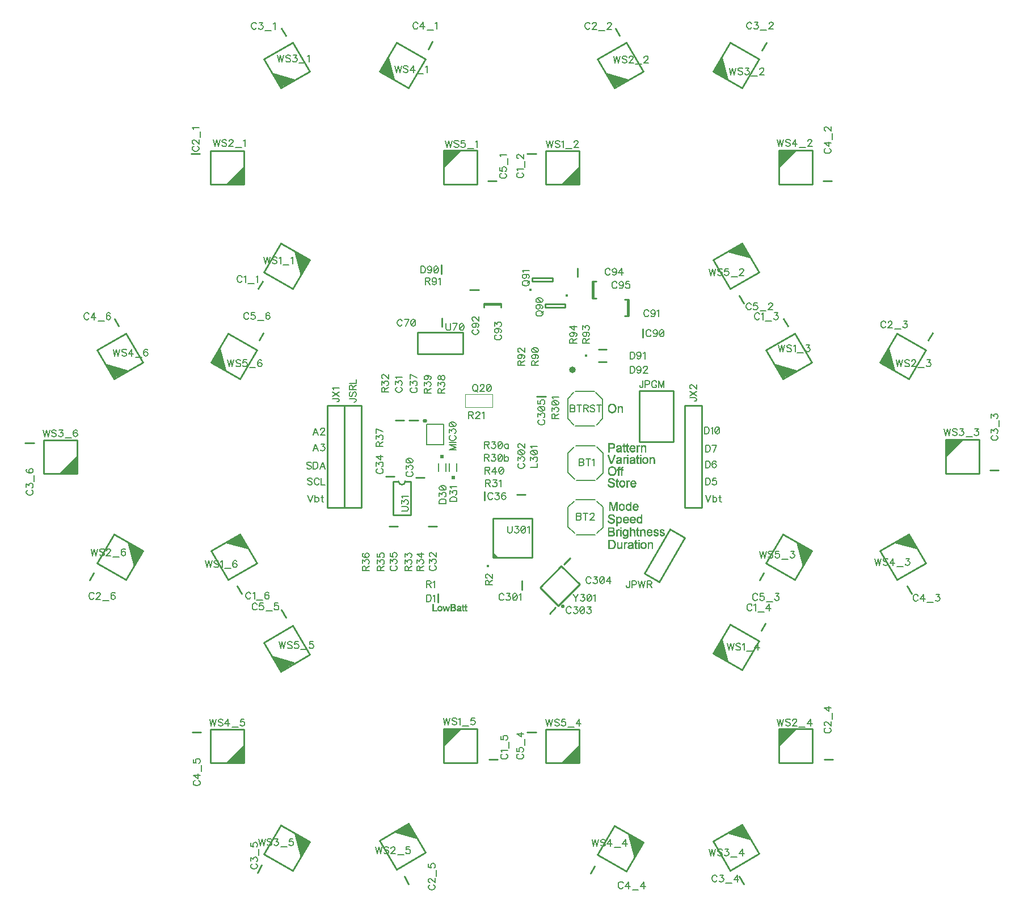
<source format=gbr>
G04 DipTrace 3.3.1.3*
G04 TopSilk.gbr*
%MOIN*%
G04 #@! TF.FileFunction,Legend,Top*
G04 #@! TF.Part,Single*
%ADD10C,0.009843*%
%ADD12C,0.003*%
%ADD13C,0.002625*%
%ADD24C,0.005*%
%ADD30C,0.007874*%
%ADD31O,0.023597X0.02449*%
%ADD33C,0.015762*%
%ADD35O,0.038885X0.038142*%
%ADD37C,0.005906*%
%ADD42O,0.026152X0.023125*%
%ADD44C,0.004921*%
%ADD47C,0.015404*%
%ADD51O,0.016422X0.016542*%
%ADD55O,0.023361X0.023125*%
%ADD105C,0.006176*%
%FSLAX26Y26*%
G04*
G70*
G90*
G75*
G01*
G04 TopSilk*
%LPD*%
X3768215Y3073910D2*
D24*
X3882497D1*
X3927027Y3030597D2*
Y2928266D1*
Y2914093D1*
X3882149Y2869192D2*
X3769710D1*
X3722293Y2916446D2*
Y3030597D1*
Y2916446D2*
X3761684Y2877044D1*
X3722293Y3030597D2*
X3757733Y3066058D1*
X3927027Y3030597D2*
X3891588Y3066058D1*
X3927027Y2914093D2*
Y2912506D1*
X3891588Y2877044D1*
X3768215Y2755160D2*
X3882497D1*
X3927027Y2711846D2*
Y2609515D1*
Y2595342D1*
X3882149Y2550441D2*
X3769710D1*
X3722293Y2597695D2*
Y2711846D1*
Y2597695D2*
X3761684Y2558293D1*
X3722293Y2711846D2*
X3757733Y2747308D1*
X3927027Y2711846D2*
X3891588Y2747308D1*
X3927027Y2595342D2*
Y2593755D1*
X3891588Y2558293D1*
X3879194Y3189221D2*
X3764912D1*
X3720383Y3232534D2*
Y3334865D1*
Y3349038D1*
X3765260Y3393939D2*
X3877700D1*
X3925116Y3346686D2*
Y3232534D1*
Y3346686D2*
X3885725Y3386087D1*
X3925116Y3232534D2*
X3889677Y3197073D1*
X3720383Y3232534D2*
X3755822Y3197073D1*
X3720383Y3349038D2*
Y3350626D1*
X3755822Y3386087D1*
X2877505Y2887192D2*
D10*
X2826364D1*
X2758651Y3224587D2*
X2707509D1*
X2901259Y2601044D2*
X2952400D1*
X2702505Y2893441D2*
X2651364D1*
X2670008Y2601044D2*
X2721150D1*
X3230683Y2804010D2*
Y2752869D1*
X2839900Y3224587D2*
X2788759D1*
X2980689Y3822761D2*
Y3771619D1*
X4161938Y3760261D2*
Y3709119D1*
X4069793Y3933907D2*
Y3835474D1*
X4077241Y3933907D2*
Y3835474D1*
Y3933907D2*
X4053682D1*
X4077241Y3835474D2*
X4053682D1*
X3145009Y3988550D2*
X3196151D1*
X3227613Y3902654D2*
X3326046D1*
X3227613Y3910102D2*
X3326046D1*
X3227613D2*
Y3886543D1*
X3326046Y3910102D2*
Y3886543D1*
X3779220Y4065370D2*
Y4116512D1*
X3872499Y3940592D2*
Y4039025D1*
X3865050Y3940592D2*
Y4039025D1*
Y3940592D2*
X3888609D1*
X3865050Y4039025D2*
X3888609D1*
X3449438Y2279012D2*
Y2227870D1*
X3471151Y2787081D2*
X3420009D1*
X3649152Y2123530D2*
X3612990Y2087368D1*
X3698256Y2377101D2*
X3734418Y2413263D1*
X3589900Y3362081D2*
X3538759D1*
X1900946Y3995622D2*
X1926513Y4039917D1*
X3482509Y4788550D2*
X3533651D1*
X4987366Y3821265D2*
X5012934Y3776970D1*
X4881684Y2029910D2*
X4856116Y1985616D1*
X3308651Y1230831D2*
X3257509D1*
X1803793Y2204366D2*
X1778225Y2248661D1*
X1507509Y4788550D2*
X1558651D1*
X3999866Y5527514D2*
X4025434Y5483220D1*
X5862934Y3736161D2*
X5837366Y3691866D1*
X5277400Y1230831D2*
X5226259D1*
X2785044Y498116D2*
X2759476Y542410D1*
X909476Y2283220D2*
X935044Y2327514D1*
X2037366Y5527514D2*
X2062934Y5483220D1*
X4887934Y5442410D2*
X4862366Y5398116D1*
X6252400Y2930831D2*
X6201259D1*
X4753793Y498116D2*
X4728225Y542410D1*
X1896976Y564470D2*
X1922544Y608765D1*
X532509Y3088550D2*
X583651D1*
X2925434Y5448661D2*
X2899866Y5404366D1*
X5271151Y4630831D2*
X5220009D1*
X5741293Y2204366D2*
X5715725Y2248661D1*
X3853225Y558220D2*
X3878793Y602514D1*
X1513759Y1388550D2*
X1564900D1*
X1056116Y3821265D2*
X1081684Y3776970D1*
X3302400Y4630831D2*
X3251259D1*
X4753793Y3910616D2*
X4728225Y3954910D1*
X4846976Y2283220D2*
X4872544Y2327514D1*
X3482509Y1388550D2*
X3533651D1*
X2037366Y2108765D2*
X2062934Y2064470D1*
X1931684Y3736161D2*
X1906116Y3691866D1*
X2958199Y2152870D2*
Y2204012D1*
X3004239Y2970223D2*
D30*
Y2922975D1*
X2961155Y2970223D2*
Y2922975D1*
D31*
X2982565Y3009363D3*
X3024421Y2924158D2*
D30*
Y2971405D1*
X3067505Y2924158D2*
Y2971405D1*
D31*
X3046095Y2885018D3*
X2976949Y4084119D2*
D10*
Y4135261D1*
X3902083Y3638869D2*
X3949316D1*
X3902083Y3568007D2*
X3949316D1*
D33*
X3829249Y3603438D3*
D35*
X3747882Y3521246D3*
X4139329Y3288890D2*
D10*
Y3097190D1*
Y3397190D2*
Y3097190D1*
X4339329Y3397190D2*
Y3097190D1*
X4139329Y3397190D2*
X4339329D1*
X4139329Y3097190D2*
X4339329D1*
X4257625Y2272640D2*
X4171028Y2322643D1*
X4321034Y2582447D1*
X4407631Y2532444D2*
X4321034Y2582447D1*
X4257625Y2272640D2*
X4407631Y2532444D1*
X2408080Y3309690D2*
Y2709690D1*
X2508080Y3309690D2*
Y2709690D1*
X2408080Y3309690D2*
X2508080D1*
X2408080Y2709690D2*
X2508080D1*
X2308080Y3309690D2*
Y2709690D1*
X2408080Y3309690D2*
Y2709690D1*
X2308080Y3309690D2*
X2408080D1*
X2308080Y2709690D2*
X2408080D1*
X4408080Y3309690D2*
Y2709690D1*
X4508080Y3309690D2*
Y2709690D1*
X4408080Y3309690D2*
X4508080D1*
X4408080Y2709690D2*
X4508080D1*
X2892238Y3078969D2*
D37*
X2990657D1*
Y3201011D1*
X2892238D1*
Y3078969D1*
D42*
X2882097Y3220552D3*
X3276601Y3376965D2*
D44*
X3119136D1*
Y3298224D1*
X3276601D1*
Y3376965D1*
D47*
X3713929Y3955650D3*
X3704728Y3905508D2*
D10*
X3586623D1*
Y3885823D1*
X3704728D1*
Y3905508D1*
D47*
X3502231Y3988732D3*
X3511432Y4038874D2*
D10*
X3629537D1*
Y4058559D1*
X3511432D1*
Y4038874D1*
X2694440Y2864368D2*
Y2667514D1*
X2796817Y2864368D2*
Y2667514D1*
X2694440D2*
X2796817D1*
X2725934Y2864368D2*
X2694440D1*
X2765323D2*
X2796817D1*
X2725934D2*
G03X2765323Y2864368I19694J9D01*
G01*
X2836722Y3740055D2*
X3104438D1*
Y3614071D1*
X2836722D1*
Y3740055D1*
X3281102Y2417133D2*
X3509465D1*
Y2645457D1*
X3281102D1*
Y2417133D1*
D51*
X3249986Y2365480D3*
G36*
X3281102Y2417133D2*
X3312594D1*
X3281102Y2448626D1*
Y2417133D1*
G37*
X2203800Y4165720D2*
D10*
X2033292Y4264148D1*
X1934886Y4093700D1*
X2105366Y3995272D1*
X2203800Y4165720D1*
G36*
X2150808Y4072864D2*
X2115180Y4213783D1*
X2199575Y4164841D1*
D1*
X2150808Y4072864D1*
G37*
X3787748Y4611252D2*
D10*
X3590910D1*
Y4808115D1*
X3787748D1*
Y4611252D1*
G36*
X3680838Y4610699D2*
X3785052Y4712013D1*
X3784876Y4614469D1*
D1*
X3680838Y4610699D1*
G37*
X4983273Y3465252D2*
D10*
X5153753Y3563681D1*
X5055347Y3734128D1*
X4884839Y3635700D1*
X4983273Y3465252D1*
G36*
X4929326Y3557563D2*
X5069195Y3517949D1*
X4984608Y3469341D1*
D1*
X4929326Y3557563D1*
G37*
X4574859Y1853661D2*
D10*
X4745366Y1755232D1*
X4843773Y1925680D1*
X4673292Y2024109D1*
X4574859Y1853661D1*
G36*
X4627851Y1946517D2*
X4663479Y1805598D1*
X4579084Y1854539D1*
D1*
X4627851Y1946517D1*
G37*
X2990910Y1408129D2*
D10*
X3187748D1*
Y1211266D1*
X2990910D1*
Y1408129D1*
G36*
X3097821Y1408682D2*
X2993607Y1307368D1*
X2993783Y1404911D1*
D1*
X3097821Y1408682D1*
G37*
X1795386Y2554128D2*
D10*
X1624905Y2455700D1*
X1723312Y2285252D1*
X1893820Y2383681D1*
X1795386Y2554128D1*
G36*
X1849333Y2461818D2*
X1709464Y2501431D1*
X1794050Y2550040D1*
D1*
X1849333Y2461818D1*
G37*
X1817748Y4611252D2*
D10*
X1620910D1*
Y4808115D1*
X1817748D1*
Y4611252D1*
G36*
X1710838Y4610699D2*
X1815052Y4712013D1*
X1814876Y4614469D1*
D1*
X1710838Y4610699D1*
G37*
X3993273Y5175252D2*
D10*
X4163753Y5273681D1*
X4065347Y5444128D1*
X3894839Y5345700D1*
X3993273Y5175252D1*
G36*
X3939326Y5267563D2*
X4079195Y5227949D1*
X3994608Y5179341D1*
D1*
X3939326Y5267563D1*
G37*
X5554859Y3563661D2*
D10*
X5725366Y3465232D1*
X5823773Y3635680D1*
X5653292Y3734109D1*
X5554859Y3563661D1*
G36*
X5607851Y3656517D2*
X5643479Y3515598D1*
X5559084Y3564539D1*
D1*
X5607851Y3656517D1*
G37*
X4960910Y1408129D2*
D10*
X5157748D1*
Y1211266D1*
X4960910D1*
Y1408129D1*
G36*
X5067821Y1408682D2*
X4963607Y1307368D1*
X4963783Y1404911D1*
D1*
X5067821Y1408682D1*
G37*
X2785386Y852908D2*
D10*
X2614905Y754480D1*
X2713312Y584032D1*
X2883820Y682460D1*
X2785386Y852908D1*
G36*
X2839333Y760597D2*
X2699464Y800211D1*
X2784050Y848819D1*
D1*
X2839333Y760597D1*
G37*
X1223800Y2455720D2*
D10*
X1053292Y2554148D1*
X954886Y2383700D1*
X1125366Y2285272D1*
X1223800Y2455720D1*
G36*
X1170808Y2362864D2*
X1135180Y2503783D1*
X1219575Y2454841D1*
D1*
X1170808Y2362864D1*
G37*
X2033273Y5175252D2*
D10*
X2203753Y5273681D1*
X2105347Y5444128D1*
X1934839Y5345700D1*
X2033273Y5175252D1*
G36*
X1979326Y5267563D2*
X2119195Y5227949D1*
X2034608Y5179341D1*
D1*
X1979326Y5267563D1*
G37*
X4574859Y5273661D2*
D10*
X4745366Y5175232D1*
X4843773Y5345680D1*
X4673292Y5444109D1*
X4574859Y5273661D1*
G36*
X4627851Y5366517D2*
X4663479Y5225598D1*
X4579084Y5274539D1*
D1*
X4627851Y5366517D1*
G37*
X5940910Y3108129D2*
D10*
X6137748D1*
Y2911266D1*
X5940910D1*
Y3108129D1*
G36*
X6047821Y3108682D2*
X5943607Y3007368D1*
X5943783Y3104911D1*
D1*
X6047821Y3108682D1*
G37*
X4745386Y846659D2*
D10*
X4574905Y748230D1*
X4673312Y577782D1*
X4843820Y676211D1*
X4745386Y846659D1*
G36*
X4799333Y754348D2*
X4659464Y793962D1*
X4744050Y842570D1*
D1*
X4799333Y754348D1*
G37*
X2203800Y745720D2*
D10*
X2033292Y844148D1*
X1934886Y673700D1*
X2105366Y575272D1*
X2203800Y745720D1*
G36*
X2150808Y652864D2*
X2115180Y793783D1*
X2199575Y744841D1*
D1*
X2150808Y652864D1*
G37*
X837748Y2911252D2*
D10*
X640910D1*
Y3108115D1*
X837748D1*
Y2911252D1*
G36*
X730838Y2910699D2*
X835052Y3012013D1*
X834876Y2914469D1*
D1*
X730838Y2910699D1*
G37*
X2614859Y5273661D2*
D10*
X2785366Y5175232D1*
X2883773Y5345680D1*
X2713292Y5444109D1*
X2614859Y5273661D1*
G36*
X2667851Y5366517D2*
X2703479Y5225598D1*
X2619084Y5274539D1*
D1*
X2667851Y5366517D1*
G37*
X4960910Y4808129D2*
D10*
X5157748D1*
Y4611266D1*
X4960910D1*
Y4808129D1*
G36*
X5067821Y4808682D2*
X4963607Y4707368D1*
X4963783Y4804911D1*
D1*
X5067821Y4808682D1*
G37*
X5725386Y2554128D2*
D10*
X5554905Y2455700D1*
X5653312Y2285252D1*
X5823820Y2383681D1*
X5725386Y2554128D1*
G36*
X5779333Y2461818D2*
X5639464Y2501431D1*
X5724050Y2550040D1*
D1*
X5779333Y2461818D1*
G37*
X4163800Y742250D2*
D10*
X3993292Y840678D1*
X3894886Y670230D1*
X4065366Y571802D1*
X4163800Y742250D1*
G36*
X4110808Y649394D2*
X4075180Y790313D1*
X4159575Y741372D1*
D1*
X4110808Y649394D1*
G37*
X1817748Y1211252D2*
D10*
Y1408115D1*
X1620910D1*
Y1211252D1*
X1817748D1*
G36*
X1710838Y1210699D2*
X1815052Y1312013D1*
X1814876Y1214469D1*
D1*
X1710838Y1210699D1*
G37*
X1053344Y3465252D2*
D10*
X1223824Y3563681D1*
X1125418Y3734128D1*
X954910Y3635700D1*
X1053344Y3465252D1*
G36*
X999397Y3557563D2*
X1139265Y3517949D1*
X1054679Y3469341D1*
D1*
X999397Y3557563D1*
G37*
X2990910Y4808129D2*
D10*
X3187748D1*
Y4611266D1*
X2990910D1*
Y4808129D1*
G36*
X3097821Y4808682D2*
X2993607Y4707368D1*
X2993783Y4804911D1*
D1*
X3097821Y4808682D1*
G37*
X4745386Y4264128D2*
D10*
X4574905Y4165700D1*
X4673312Y3995252D1*
X4843820Y4093681D1*
X4745386Y4264128D1*
G36*
X4799333Y4171818D2*
X4659464Y4211431D1*
X4744050Y4260040D1*
D1*
X4799333Y4171818D1*
G37*
X5153800Y2455720D2*
D10*
X4983292Y2554148D1*
X4884886Y2383700D1*
X5055366Y2285272D1*
X5153800Y2455720D1*
G36*
X5100808Y2362864D2*
X5065180Y2503783D1*
X5149575Y2454841D1*
D1*
X5100808Y2362864D1*
G37*
X3787748Y1211252D2*
D10*
X3590910D1*
Y1408115D1*
X3787748D1*
Y1211252D1*
G36*
X3680838Y1210699D2*
X3785052Y1312013D1*
X3784876Y1214469D1*
D1*
X3680838Y1210699D1*
G37*
X2033273Y1746532D2*
D10*
X2203753Y1844960D1*
X2105347Y2015408D1*
X1934839Y1916980D1*
X2033273Y1746532D1*
G36*
X1979326Y1838842D2*
X2119195Y1799229D1*
X2034608Y1750620D1*
D1*
X1979326Y1838842D1*
G37*
X1624859Y3563661D2*
D10*
X1795366Y3465232D1*
X1893773Y3635680D1*
X1723292Y3734109D1*
X1624859Y3563661D1*
G36*
X1677851Y3656517D2*
X1713479Y3515598D1*
X1629084Y3564539D1*
D1*
X1677851Y3656517D1*
G37*
X3556075Y2240272D2*
D10*
X3682143Y2366293D1*
X3789448Y2258947D1*
X3663380Y2132926D1*
X3556075Y2240272D1*
D55*
X3689996Y2129196D3*
X3972829Y3321190D2*
D12*
X3984829D1*
X3970124Y3319690D2*
X3988227D1*
X3967747Y3318190D2*
X3991035D1*
X3965745Y3316690D2*
X3993255D1*
X3964007Y3315190D2*
X3974919D1*
X3984240D2*
X3995090D1*
X3962454Y3313690D2*
X3971664D1*
X3987494D2*
X3996682D1*
X3961109Y3312190D2*
X3969166D1*
X3989993D2*
X3998041D1*
X3960011Y3310690D2*
X3967231D1*
X3991922D2*
X3999145D1*
X3959134Y3309190D2*
X3965717D1*
X3993389D2*
X4000024D1*
X3958450Y3307690D2*
X3964551D1*
X3994416D2*
X4000708D1*
X4025329D2*
X4034329D1*
X3957891Y3306190D2*
X3963654D1*
X3995145D2*
X4001268D1*
X4013329D2*
X4017829D1*
X4022856D2*
X4036465D1*
X3957350Y3304690D2*
X3963014D1*
X3995761D2*
X4001808D1*
X4013329D2*
X4018533D1*
X4020366D2*
X4038197D1*
X3956886Y3303190D2*
X3962637D1*
X3996261D2*
X4002272D1*
X4013329D2*
X4039497D1*
X3956593Y3301690D2*
X3962401D1*
X3996618D2*
X4002566D1*
X4013329D2*
X4024187D1*
X4032766D2*
X4040460D1*
X3956442Y3300190D2*
X3962130D1*
X3996965D2*
X4002717D1*
X4013329D2*
X4022055D1*
X4034021D2*
X4041128D1*
X3956374Y3298690D2*
X3961739D1*
X3997393D2*
X4002785D1*
X4013329D2*
X4020402D1*
X4034965D2*
X4041510D1*
X3956346Y3297190D2*
X3961342D1*
X3997806D2*
X4002813D1*
X4013329D2*
X4019616D1*
X4035662D2*
X4041697D1*
X3956335Y3295690D2*
X3961082D1*
X3998073D2*
X4002824D1*
X4013329D2*
X4018946D1*
X4036266D2*
X4041778D1*
X3956331Y3294190D2*
X3960994D1*
X3998163D2*
X4002827D1*
X4013329D2*
X4018423D1*
X4036757D2*
X4041810D1*
X3956330Y3292690D2*
X3961121D1*
X3998037D2*
X4002829D1*
X4013329D2*
X4018106D1*
X4037060D2*
X4041823D1*
X3956330Y3291190D2*
X3961454D1*
X3997704D2*
X4002829D1*
X4013329D2*
X4017946D1*
X4037215D2*
X4041827D1*
X3956335Y3289690D2*
X3961829D1*
X3997330D2*
X4002823D1*
X4013329D2*
X4017875D1*
X4037284D2*
X4041829D1*
X3956388Y3288190D2*
X3962092D1*
X3997066D2*
X4002771D1*
X4013329D2*
X4017846D1*
X4037313D2*
X4041829D1*
X3956579Y3286690D2*
X3962283D1*
X3996876D2*
X4002580D1*
X4013329D2*
X4017835D1*
X4037323D2*
X4041829D1*
X3956944Y3285190D2*
X3962543D1*
X3996616D2*
X4002215D1*
X4013329D2*
X4017831D1*
X4037327D2*
X4041829D1*
X3957382Y3283690D2*
X3962987D1*
X3996172D2*
X4001777D1*
X4013329D2*
X4017830D1*
X4037329D2*
X4041829D1*
X3957840Y3282190D2*
X3963632D1*
X3995527D2*
X4001319D1*
X4013329D2*
X4017830D1*
X4037329D2*
X4041829D1*
X3958397Y3280690D2*
X3964506D1*
X3994653D2*
X4000762D1*
X4013329D2*
X4017829D1*
X4037329D2*
X4041829D1*
X3959095Y3279190D2*
X3965652D1*
X3993507D2*
X4000064D1*
X4013329D2*
X4017829D1*
X4037329D2*
X4041829D1*
X3959992Y3277690D2*
X3967123D1*
X3992036D2*
X3999167D1*
X4013329D2*
X4017829D1*
X4037329D2*
X4041829D1*
X3961135Y3276190D2*
X3969386D1*
X3989773D2*
X3998024D1*
X4013329D2*
X4017829D1*
X4037329D2*
X4041829D1*
X3962463Y3274690D2*
X3973452D1*
X3985707D2*
X3996696D1*
X4013329D2*
X4017829D1*
X4037329D2*
X4041829D1*
X3963950Y3273190D2*
X3979935D1*
X3979224D2*
X3995209D1*
X4013329D2*
X4017829D1*
X4037329D2*
X4041829D1*
X3965725Y3271690D2*
X3993434D1*
X4013329D2*
X4017829D1*
X4037329D2*
X4041829D1*
X3968048Y3270190D2*
X3991111D1*
X4013329D2*
X4017829D1*
X4037329D2*
X4041829D1*
X3971016Y3268690D2*
X3988143D1*
X4013329D2*
X4017829D1*
X4037329D2*
X4041829D1*
X3974329Y3267190D2*
X3984829D1*
X3957831Y3088440D2*
X3984831D1*
X3957831Y3086940D2*
X3987710D1*
X4049331D2*
X4050831D1*
X4068831D2*
X4070331D1*
X3957831Y3085440D2*
X3990019D1*
X4047946D2*
X4050831D1*
X4067446D2*
X4070331D1*
X3957831Y3083940D2*
X3991758D1*
X4046920D2*
X4050831D1*
X4066420D2*
X4070331D1*
X3957831Y3082440D2*
X3963831D1*
X3984298D2*
X3993033D1*
X4046607D2*
X4050831D1*
X4066107D2*
X4070331D1*
X3957831Y3080940D2*
X3963831D1*
X3986251D2*
X3993977D1*
X4046445D2*
X4050831D1*
X4065945D2*
X4070331D1*
X3957831Y3079440D2*
X3963831D1*
X3987668D2*
X3994636D1*
X4046374D2*
X4050831D1*
X4065874D2*
X4070331D1*
X3957831Y3077940D2*
X3963831D1*
X3988725D2*
X3995014D1*
X4046346D2*
X4050831D1*
X4065846D2*
X4070331D1*
X3957831Y3076440D2*
X3963831D1*
X3989504D2*
X3995199D1*
X4014831D2*
X4026831D1*
X4046336D2*
X4050831D1*
X4065836D2*
X4070331D1*
X4094331D2*
X4104831D1*
X4134831D2*
X4140831D1*
X4161831D2*
X4170831D1*
X3957831Y3074940D2*
X3963831D1*
X3990079D2*
X3995280D1*
X4011952D2*
X4028966D1*
X4041831D2*
X4058331D1*
X4061331D2*
X4077831D1*
X4092138D2*
X4107023D1*
X4125831D2*
X4128831D1*
X4133055D2*
X4142219D1*
X4149831D2*
X4154331D1*
X4159357D2*
X4172966D1*
X3957831Y3073440D2*
X3963831D1*
X3989952D2*
X3995312D1*
X4009643D2*
X4030699D1*
X4041831D2*
X4058331D1*
X4061331D2*
X4077831D1*
X4090213D2*
X4108948D1*
X4125831D2*
X4129534D1*
X4131029D2*
X4142662D1*
X4149831D2*
X4155034D1*
X4156867D2*
X4174699D1*
X3957831Y3071940D2*
X3963831D1*
X3989655D2*
X3995318D1*
X4007904D2*
X4031999D1*
X4041831D2*
X4058331D1*
X4061331D2*
X4077831D1*
X4088548D2*
X4110607D1*
X4125831D2*
X4142521D1*
X4149831D2*
X4175999D1*
X3957831Y3070440D2*
X3963831D1*
X3989208D2*
X3995270D1*
X4006640D2*
X4015183D1*
X4024798D2*
X4032961D1*
X4041831D2*
X4058331D1*
X4061331D2*
X4077831D1*
X4087148D2*
X4094331D1*
X4104825D2*
X4111960D1*
X4125831D2*
X4134888D1*
X4140831D2*
X4142331D1*
X4149831D2*
X4160688D1*
X4169268D2*
X4176961D1*
X3957831Y3068940D2*
X3963831D1*
X3988431D2*
X3995074D1*
X4005728D2*
X4012999D1*
X4026745D2*
X4033629D1*
X4046331D2*
X4050831D1*
X4065831D2*
X4070331D1*
X4086027D2*
X4092837D1*
X4106272D2*
X4112943D1*
X4125831D2*
X4133586D1*
X4149831D2*
X4158556D1*
X4170523D2*
X4177629D1*
X3957831Y3067440D2*
X3963831D1*
X3987136D2*
X3994657D1*
X4004990D2*
X4011367D1*
X4028098D2*
X4034011D1*
X4046331D2*
X4050831D1*
X4065831D2*
X4070331D1*
X4085147D2*
X4091395D1*
X4107575D2*
X4113656D1*
X4125831D2*
X4132504D1*
X4149831D2*
X4156903D1*
X4171466D2*
X4178011D1*
X3957831Y3065940D2*
X3963831D1*
X3985255D2*
X3994023D1*
X4006035D2*
X4010058D1*
X4029085D2*
X4034198D1*
X4046331D2*
X4050831D1*
X4065831D2*
X4070331D1*
X4084506D2*
X4090145D1*
X4108657D2*
X4114265D1*
X4125831D2*
X4131638D1*
X4149831D2*
X4156118D1*
X4172164D2*
X4178198D1*
X3957831Y3064440D2*
X3963831D1*
X3982896D2*
X3993141D1*
X4007331D2*
X4008831D1*
X4029464D2*
X4034279D1*
X4046331D2*
X4050831D1*
X4065831D2*
X4070331D1*
X4084084D2*
X4089254D1*
X4109523D2*
X4114757D1*
X4125831D2*
X4131009D1*
X4149831D2*
X4155447D1*
X4172768D2*
X4178279D1*
X3957831Y3062940D2*
X3991894D1*
X4026936D2*
X4034312D1*
X4046331D2*
X4050831D1*
X4065831D2*
X4070331D1*
X4083711D2*
X4088746D1*
X4110157D2*
X4115061D1*
X4125831D2*
X4130642D1*
X4149831D2*
X4154924D1*
X4173258D2*
X4178312D1*
X3957831Y3061440D2*
X3990112D1*
X4022843D2*
X4034324D1*
X4046331D2*
X4050831D1*
X4065831D2*
X4070331D1*
X4083272D2*
X4088489D1*
X4110551D2*
X4115216D1*
X4125831D2*
X4130461D1*
X4149831D2*
X4154607D1*
X4173562D2*
X4178324D1*
X3957831Y3059940D2*
X3987668D1*
X4017753D2*
X4034328D1*
X4046331D2*
X4050831D1*
X4065831D2*
X4070331D1*
X4082856D2*
X4115286D1*
X4125831D2*
X4130381D1*
X4149831D2*
X4154448D1*
X4173716D2*
X4178328D1*
X3957831Y3058440D2*
X3984831D1*
X4013016D2*
X4034330D1*
X4046331D2*
X4050831D1*
X4065831D2*
X4070331D1*
X4082582D2*
X4115314D1*
X4125831D2*
X4130349D1*
X4149831D2*
X4154377D1*
X4173786D2*
X4178330D1*
X3957831Y3056940D2*
X3963831D1*
X4009426D2*
X4034330D1*
X4046331D2*
X4050831D1*
X4065831D2*
X4070331D1*
X4082445D2*
X4115325D1*
X4125831D2*
X4130337D1*
X4149831D2*
X4154348D1*
X4173814D2*
X4178330D1*
X3957831Y3055440D2*
X3963831D1*
X4006675D2*
X4025589D1*
X4029825D2*
X4034331D1*
X4046331D2*
X4050831D1*
X4065831D2*
X4070331D1*
X4082432D2*
X4115331D1*
X4125831D2*
X4130333D1*
X4149831D2*
X4154337D1*
X4173825D2*
X4178331D1*
X3957831Y3053940D2*
X3963831D1*
X4005463D2*
X4019151D1*
X4029772D2*
X4034331D1*
X4046331D2*
X4050831D1*
X4065831D2*
X4070331D1*
X4082596D2*
X4088337D1*
X4125831D2*
X4130331D1*
X4149831D2*
X4154333D1*
X4173829D2*
X4178331D1*
X3957831Y3052440D2*
X3963831D1*
X4004610D2*
X4014337D1*
X4029575D2*
X4034331D1*
X4046331D2*
X4050831D1*
X4065831D2*
X4070331D1*
X4082951D2*
X4088395D1*
X4125831D2*
X4130331D1*
X4149831D2*
X4154331D1*
X4173830D2*
X4178331D1*
X3957831Y3050940D2*
X3963831D1*
X4003937D2*
X4010870D1*
X4029157D2*
X4034331D1*
X4046331D2*
X4050831D1*
X4065831D2*
X4070331D1*
X4083385D2*
X4088645D1*
X4125831D2*
X4130331D1*
X4149831D2*
X4154331D1*
X4173830D2*
X4178331D1*
X3957831Y3049440D2*
X3963831D1*
X4003425D2*
X4009607D1*
X4028517D2*
X4034331D1*
X4046331D2*
X4050837D1*
X4065831D2*
X4070337D1*
X4083842D2*
X4089260D1*
X4110831D2*
X4112331D1*
X4125831D2*
X4130331D1*
X4149831D2*
X4154331D1*
X4173831D2*
X4178331D1*
X3957831Y3047940D2*
X3963831D1*
X4003164D2*
X4009244D1*
X4027553D2*
X4034331D1*
X4046331D2*
X4050913D1*
X4065831D2*
X4070413D1*
X4084393D2*
X4090341D1*
X4109751D2*
X4113719D1*
X4125831D2*
X4130331D1*
X4149831D2*
X4154331D1*
X4173831D2*
X4178331D1*
X3957831Y3046440D2*
X3963831D1*
X4003202D2*
X4009060D1*
X4026246D2*
X4034337D1*
X4046331D2*
X4051106D1*
X4065831D2*
X4070606D1*
X4085044D2*
X4091769D1*
X4108522D2*
X4114142D1*
X4125831D2*
X4130331D1*
X4149831D2*
X4154331D1*
X4173831D2*
X4178331D1*
X3957831Y3044940D2*
X3963831D1*
X4003550D2*
X4012200D1*
X4022619D2*
X4034389D1*
X4046337D2*
X4052134D1*
X4065837D2*
X4071634D1*
X4085802D2*
X4095198D1*
X4105274D2*
X4113765D1*
X4125831D2*
X4130331D1*
X4149831D2*
X4154331D1*
X4173831D2*
X4178331D1*
X3957831Y3043440D2*
X3963831D1*
X4004161D2*
X4017363D1*
X4017087D2*
X4034580D1*
X4046401D2*
X4054184D1*
X4065901D2*
X4073684D1*
X4086783D2*
X4100246D1*
X4100338D2*
X4113031D1*
X4125831D2*
X4130331D1*
X4149831D2*
X4154331D1*
X4173831D2*
X4178331D1*
X3957831Y3041940D2*
X3963831D1*
X4005078D2*
X4034940D1*
X4046559D2*
X4056042D1*
X4066059D2*
X4075542D1*
X4088137D2*
X4111851D1*
X4125831D2*
X4130331D1*
X4149831D2*
X4154331D1*
X4173831D2*
X4178331D1*
X3957831Y3040440D2*
X3963831D1*
X4006437D2*
X4026279D1*
X4030106D2*
X4035328D1*
X4047311D2*
X4057462D1*
X4066811D2*
X4076962D1*
X4089917D2*
X4110096D1*
X4125831D2*
X4130331D1*
X4149831D2*
X4154331D1*
X4173831D2*
X4178331D1*
X3957831Y3038940D2*
X3963831D1*
X4008259D2*
X4023727D1*
X4030633D2*
X4035613D1*
X4048957D2*
X4057958D1*
X4068457D2*
X4077458D1*
X4092034D2*
X4107663D1*
X4125831D2*
X4130331D1*
X4149831D2*
X4154331D1*
X4173831D2*
X4178331D1*
X3957831Y3037440D2*
X3963831D1*
X4010331D2*
X4020831D1*
X4031331D2*
X4035831D1*
X4050831D2*
X4058331D1*
X4070331D2*
X4077831D1*
X4094331D2*
X4104831D1*
X4125831D2*
X4130331D1*
X4149831D2*
X4154331D1*
X4173831D2*
X4178331D1*
X3964079Y2744692D2*
X3973079D1*
X4001579D2*
X4010579D1*
X4087079D2*
X4091579D1*
X3964079Y2743192D2*
X3973777D1*
X4001060D2*
X4010579D1*
X4087079D2*
X4091579D1*
X3964079Y2741692D2*
X3974261D1*
X4000561D2*
X4010579D1*
X4087079D2*
X4091579D1*
X3964079Y2740192D2*
X3974670D1*
X4000085D2*
X4010579D1*
X4087079D2*
X4091579D1*
X3964079Y2738692D2*
X3975132D1*
X3999579D2*
X4010579D1*
X4087079D2*
X4091579D1*
X3964079Y2737192D2*
X3975608D1*
X3999123D2*
X4010579D1*
X4087079D2*
X4091579D1*
X3964079Y2735692D2*
X3968579D1*
X3971636D2*
X3976076D1*
X3998781D2*
X4010579D1*
X4087079D2*
X4091579D1*
X3964079Y2734192D2*
X3968579D1*
X3971828D2*
X3976585D1*
X3998440D2*
X4010579D1*
X4087073D2*
X4091579D1*
X3964079Y2732692D2*
X3968579D1*
X3972194D2*
X3977088D1*
X3998008D2*
X4001522D1*
X4004579D2*
X4010579D1*
X4031579D2*
X4040579D1*
X4070579D2*
X4079579D1*
X4087016D2*
X4091579D1*
X4112579D2*
X4123079D1*
X3964079Y2731192D2*
X3968579D1*
X3972631D2*
X3977568D1*
X3997543D2*
X4001329D1*
X4004579D2*
X4010579D1*
X4028879D2*
X4043464D1*
X4068392D2*
X4082157D1*
X4086784D2*
X4091579D1*
X4110386D2*
X4125271D1*
X3964079Y2729692D2*
X3968579D1*
X3973084D2*
X3978082D1*
X3997080D2*
X4000964D1*
X4004579D2*
X4010579D1*
X4026555D2*
X4045819D1*
X4066514D2*
X4085219D1*
X4086271D2*
X4091579D1*
X4108461D2*
X4127196D1*
X3964079Y2728192D2*
X3968579D1*
X3973588D2*
X3978587D1*
X3996572D2*
X4000527D1*
X4004579D2*
X4010579D1*
X4024750D2*
X4047703D1*
X4064993D2*
X4091579D1*
X4106796D2*
X4128856D1*
X3964079Y2726692D2*
X3968579D1*
X3974089D2*
X3979067D1*
X3996069D2*
X4000074D1*
X4004579D2*
X4010579D1*
X4023424D2*
X4031931D1*
X4040278D2*
X4049199D1*
X4063814D2*
X4072379D1*
X4079278D2*
X4091579D1*
X4105396D2*
X4112579D1*
X4123073D2*
X4130208D1*
X3964079Y2725192D2*
X3968579D1*
X3974568D2*
X3979582D1*
X3995590D2*
X3999570D1*
X4004579D2*
X4010579D1*
X4022447D2*
X4029752D1*
X4042603D2*
X4050359D1*
X4062904D2*
X4070061D1*
X4081597D2*
X4091579D1*
X4104275D2*
X4111085D1*
X4124520D2*
X4131191D1*
X3964079Y2723692D2*
X3968579D1*
X3975082D2*
X3980087D1*
X3995075D2*
X3999069D1*
X4004579D2*
X4010579D1*
X4021723D2*
X4028167D1*
X4044408D2*
X4051255D1*
X4062207D2*
X4068308D1*
X4083355D2*
X4091579D1*
X4103395D2*
X4109643D1*
X4125823D2*
X4131904D1*
X3964079Y2722192D2*
X3968579D1*
X3975587D2*
X3980567D1*
X3994571D2*
X3998590D1*
X4004579D2*
X4010579D1*
X4021149D2*
X4027052D1*
X4045734D2*
X4051895D1*
X4061643D2*
X4066977D1*
X4084543D2*
X4091579D1*
X4102754D2*
X4108393D1*
X4126905D2*
X4132513D1*
X3964079Y2720692D2*
X3968579D1*
X3976067D2*
X3981076D1*
X3994090D2*
X3998081D1*
X4004579D2*
X4010579D1*
X4020603D2*
X4026265D1*
X4046705D2*
X4052266D1*
X4061101D2*
X4066455D1*
X4085345D2*
X4091579D1*
X4102332D2*
X4107502D1*
X4127771D2*
X4133005D1*
X3964079Y2719192D2*
X3968579D1*
X3976582D2*
X3981534D1*
X3993575D2*
X3997623D1*
X4004579D2*
X4010579D1*
X4020137D2*
X4025664D1*
X4047376D2*
X4052448D1*
X4060636D2*
X4066013D1*
X4085991D2*
X4091579D1*
X4101959D2*
X4106994D1*
X4128405D2*
X4133309D1*
X3964079Y2717692D2*
X3968579D1*
X3977087D2*
X3981876D1*
X3993071D2*
X3997281D1*
X4004579D2*
X4010579D1*
X4019842D2*
X4025108D1*
X4047759D2*
X4052528D1*
X4060342D2*
X4065542D1*
X4086497D2*
X4091579D1*
X4101520D2*
X4106738D1*
X4128799D2*
X4133464D1*
X3964079Y2716192D2*
X3968579D1*
X3977567D2*
X3982217D1*
X3992590D2*
X3996941D1*
X4004579D2*
X4010579D1*
X4019691D2*
X4024639D1*
X4047946D2*
X4052560D1*
X4060191D2*
X4065112D1*
X4086807D2*
X4091579D1*
X4101104D2*
X4133534D1*
X3964079Y2714692D2*
X3968579D1*
X3978076D2*
X3982650D1*
X3992075D2*
X3996508D1*
X4004579D2*
X4010579D1*
X4019623D2*
X4024349D1*
X4048027D2*
X4052572D1*
X4060123D2*
X4064839D1*
X4086964D2*
X4091579D1*
X4100830D2*
X4133562D1*
X3964079Y2713192D2*
X3968579D1*
X3978534D2*
X3983115D1*
X3991571D2*
X3996043D1*
X4004579D2*
X4010579D1*
X4019595D2*
X4024250D1*
X4048054D2*
X4052576D1*
X4060095D2*
X4064746D1*
X4087033D2*
X4091579D1*
X4100693D2*
X4133573D1*
X3964079Y2711692D2*
X3968579D1*
X3978876D2*
X3983578D1*
X3991090D2*
X3995580D1*
X4004579D2*
X4010579D1*
X4019590D2*
X4024373D1*
X4048013D2*
X4052578D1*
X4060090D2*
X4064872D1*
X4087056D2*
X4091579D1*
X4100680D2*
X4133579D1*
X3964079Y2710192D2*
X3968579D1*
X3979217D2*
X3984086D1*
X3990581D2*
X3995072D1*
X4004579D2*
X4010579D1*
X4019639D2*
X4024710D1*
X4047827D2*
X4052578D1*
X4060139D2*
X4065210D1*
X4087014D2*
X4091579D1*
X4100844D2*
X4106585D1*
X3964079Y2708692D2*
X3968579D1*
X3979650D2*
X3984600D1*
X3990123D2*
X3994569D1*
X4004579D2*
X4010579D1*
X4019829D2*
X4025137D1*
X4047463D2*
X4052573D1*
X4060329D2*
X4065637D1*
X4086821D2*
X4091579D1*
X4101199D2*
X4106643D1*
X3964079Y2707192D2*
X3968579D1*
X3980115D2*
X3985195D1*
X3989777D2*
X3994090D1*
X4004579D2*
X4010579D1*
X4020194D2*
X4025592D1*
X4047020D2*
X4052520D1*
X4060694D2*
X4066092D1*
X4086405D2*
X4091579D1*
X4101633D2*
X4106893D1*
X3964079Y2705692D2*
X3968579D1*
X3980578D2*
X3985980D1*
X3989395D2*
X3993575D1*
X4004579D2*
X4010579D1*
X4020631D2*
X4026153D1*
X4046503D2*
X4052323D1*
X4061131D2*
X4066653D1*
X4085771D2*
X4091579D1*
X4102090D2*
X4107508D1*
X4129079D2*
X4130579D1*
X3964079Y2704192D2*
X3968579D1*
X3981086D2*
X3987672D1*
X3988812D2*
X3993071D1*
X4004579D2*
X4010579D1*
X4021090D2*
X4026938D1*
X4045849D2*
X4051905D1*
X4061590D2*
X4067438D1*
X4084871D2*
X4091579D1*
X4102641D2*
X4108589D1*
X4127999D2*
X4131967D1*
X3964079Y2702692D2*
X3968579D1*
X3981588D2*
X3992590D1*
X4004579D2*
X4010579D1*
X4021647D2*
X4027976D1*
X4044469D2*
X4051271D1*
X4062147D2*
X4068476D1*
X4083723D2*
X4091579D1*
X4103292D2*
X4110017D1*
X4126771D2*
X4132390D1*
X3964079Y2701192D2*
X3968579D1*
X3982068D2*
X3992075D1*
X4004579D2*
X4010579D1*
X4022350D2*
X4031176D1*
X4041130D2*
X4050400D1*
X4062850D2*
X4071676D1*
X4081043D2*
X4091579D1*
X4104050D2*
X4113446D1*
X4123522D2*
X4132013D1*
X3964079Y2699692D2*
X3968579D1*
X3982582D2*
X3991571D1*
X4004579D2*
X4010579D1*
X4023306D2*
X4036087D1*
X4036132D2*
X4049256D1*
X4063806D2*
X4076587D1*
X4077010D2*
X4091579D1*
X4105031D2*
X4118494D1*
X4118586D2*
X4131279D1*
X3964079Y2698192D2*
X3968579D1*
X3983091D2*
X3991089D1*
X4004579D2*
X4010579D1*
X4024698D2*
X4047823D1*
X4065198D2*
X4091579D1*
X4106385D2*
X4130100D1*
X3964079Y2696692D2*
X3968579D1*
X3983614D2*
X3990567D1*
X4004579D2*
X4010579D1*
X4026624D2*
X4045939D1*
X4067124D2*
X4083803D1*
X4087079D2*
X4091579D1*
X4108165D2*
X4128344D1*
X3964079Y2695192D2*
X3968579D1*
X3984284D2*
X3990051D1*
X4004579D2*
X4010579D1*
X4029002D2*
X4043446D1*
X4069502D2*
X4081777D1*
X4087079D2*
X4091579D1*
X4110282D2*
X4125911D1*
X3964079Y2693692D2*
X3968579D1*
X3985079D2*
X3989579D1*
X4004579D2*
X4010579D1*
X4031579D2*
X4040579D1*
X4072079D2*
X4079579D1*
X4087079D2*
X4091579D1*
X4112579D2*
X4123079D1*
X3968329Y2671192D2*
X3981829D1*
X3965630Y2669692D2*
X3984535D1*
X4151329D2*
X4155829D1*
X3963306Y2668192D2*
X3986906D1*
X4151329D2*
X4155829D1*
X3961500Y2666692D2*
X3988856D1*
X4151329D2*
X4155829D1*
X3960174Y2665192D2*
X3968630D1*
X3981529D2*
X3990402D1*
X4151329D2*
X4155829D1*
X3959203Y2663692D2*
X3966311D1*
X3983853D2*
X3991590D1*
X4151329D2*
X4155829D1*
X3958532Y2662192D2*
X3964559D1*
X3985663D2*
X3992498D1*
X4151329D2*
X4155829D1*
X3958149Y2660692D2*
X3963227D1*
X3987036D2*
X3993147D1*
X4151329D2*
X4155829D1*
X3957962Y2659192D2*
X3962769D1*
X3988198D2*
X3993547D1*
X4151324D2*
X4155829D1*
X3957881Y2657692D2*
X3962584D1*
X3989329D2*
X3993829D1*
X4017829D2*
X4025329D1*
X4055329D2*
X4065829D1*
X4095829D2*
X4106329D1*
X4134829D2*
X4143829D1*
X4151266D2*
X4155829D1*
X3957854Y2656192D2*
X3962602D1*
X4004329D2*
X4008829D1*
X4015575D2*
X4027522D1*
X4053137D2*
X4068022D1*
X4093637D2*
X4108522D1*
X4132643D2*
X4146407D1*
X4151035D2*
X4155829D1*
X3957901Y2654692D2*
X3963355D1*
X4004329D2*
X4009105D1*
X4013410D2*
X4029447D1*
X4051212D2*
X4069947D1*
X4091712D2*
X4110447D1*
X4130765D2*
X4149470D1*
X4150522D2*
X4155829D1*
X3958146Y2653192D2*
X3965474D1*
X4004329D2*
X4009631D1*
X4011168D2*
X4031106D1*
X4049547D2*
X4071606D1*
X4090047D2*
X4112106D1*
X4129244D2*
X4155829D1*
X3958753Y2651692D2*
X3968575D1*
X4004329D2*
X4016681D1*
X4025324D2*
X4032459D1*
X4048147D2*
X4055329D1*
X4065824D2*
X4072959D1*
X4088647D2*
X4095829D1*
X4106324D2*
X4113459D1*
X4128065D2*
X4136630D1*
X4143529D2*
X4155829D1*
X3959752Y2650192D2*
X3972584D1*
X4004329D2*
X4014502D1*
X4026765D2*
X4033442D1*
X4047026D2*
X4053835D1*
X4067271D2*
X4073942D1*
X4087526D2*
X4094335D1*
X4107771D2*
X4114442D1*
X4127154D2*
X4134311D1*
X4145847D2*
X4155829D1*
X3961072Y2648692D2*
X3977014D1*
X4004329D2*
X4012918D1*
X4028021D2*
X4034154D1*
X4046145D2*
X4052394D1*
X4068574D2*
X4074654D1*
X4086645D2*
X4092894D1*
X4109074D2*
X4115154D1*
X4126457D2*
X4132559D1*
X4147606D2*
X4155829D1*
X3962780Y2647192D2*
X3981305D1*
X4004329D2*
X4011803D1*
X4028965D2*
X4034764D1*
X4045505D2*
X4051144D1*
X4069656D2*
X4075264D1*
X4086005D2*
X4091644D1*
X4110156D2*
X4115764D1*
X4125894D2*
X4131227D1*
X4148793D2*
X4155829D1*
X3965156Y2645692D2*
X3985022D1*
X4004329D2*
X4011015D1*
X4029662D2*
X4035256D1*
X4045083D2*
X4050253D1*
X4070522D2*
X4075756D1*
X4085583D2*
X4090753D1*
X4111022D2*
X4116256D1*
X4125351D2*
X4130706D1*
X4149596D2*
X4155829D1*
X3968480Y2644192D2*
X3987954D1*
X4004329D2*
X4010415D1*
X4030266D2*
X4035560D1*
X4044710D2*
X4049745D1*
X4071155D2*
X4076060D1*
X4085210D2*
X4090245D1*
X4111655D2*
X4116560D1*
X4124887D2*
X4130264D1*
X4150242D2*
X4155829D1*
X3972710Y2642692D2*
X3990164D1*
X4004329D2*
X4009859D1*
X4030757D2*
X4035715D1*
X4044271D2*
X4049488D1*
X4071549D2*
X4076215D1*
X4084771D2*
X4089988D1*
X4112049D2*
X4116715D1*
X4124593D2*
X4129792D1*
X4150748D2*
X4155829D1*
X3977293Y2641192D2*
X3991778D1*
X4004329D2*
X4009389D1*
X4031060D2*
X4035784D1*
X4043854D2*
X4076284D1*
X4084354D2*
X4116784D1*
X4124442D2*
X4129362D1*
X4151057D2*
X4155829D1*
X3981426Y2639692D2*
X3992873D1*
X4004329D2*
X4009094D1*
X4031215D2*
X4035813D1*
X4043581D2*
X4076313D1*
X4084081D2*
X4116813D1*
X4124374D2*
X4129089D1*
X4151214D2*
X4155829D1*
X3984607Y2638192D2*
X3993629D1*
X4004329D2*
X4008948D1*
X4031279D2*
X4035823D1*
X4043443D2*
X4076324D1*
X4083943D2*
X4116824D1*
X4124346D2*
X4128997D1*
X4151284D2*
X4155829D1*
X3987098Y2636692D2*
X3994255D1*
X4004329D2*
X4008932D1*
X4031254D2*
X4035827D1*
X4043431D2*
X4076329D1*
X4083931D2*
X4116829D1*
X4124341D2*
X4129122D1*
X4151307D2*
X4155829D1*
X3988357Y2635192D2*
X3994753D1*
X4004329D2*
X4009096D1*
X4031074D2*
X4035823D1*
X4043595D2*
X4049335D1*
X4084095D2*
X4089835D1*
X4124390D2*
X4129460D1*
X4151265D2*
X4155829D1*
X3954829Y2633692D2*
X3960829D1*
X3988863D2*
X3995053D1*
X4004329D2*
X4009450D1*
X4030712D2*
X4035771D1*
X4043950D2*
X4049394D1*
X4084450D2*
X4089894D1*
X4124580D2*
X4129887D1*
X4151072D2*
X4155829D1*
X3955348Y2632192D2*
X3961067D1*
X3989127D2*
X3995156D1*
X4004329D2*
X4009889D1*
X4030271D2*
X4035574D1*
X4044384D2*
X4049644D1*
X4084884D2*
X4090144D1*
X4124944D2*
X4130342D1*
X4150655D2*
X4155829D1*
X3955847Y2630692D2*
X3961503D1*
X3989189D2*
X3995029D1*
X4004329D2*
X4010405D1*
X4029754D2*
X4035162D1*
X4044841D2*
X4050258D1*
X4071829D2*
X4073329D1*
X4085341D2*
X4090758D1*
X4112329D2*
X4113829D1*
X4125382D2*
X4130904D1*
X4150021D2*
X4155829D1*
X3956329Y2629192D2*
X3962200D1*
X3989109D2*
X3994645D1*
X4004329D2*
X4011060D1*
X4029099D2*
X4034580D1*
X4045392D2*
X4051340D1*
X4070750D2*
X4074718D1*
X4085892D2*
X4091840D1*
X4111250D2*
X4115218D1*
X4125840D2*
X4131689D1*
X4149122D2*
X4155829D1*
X3956893Y2627692D2*
X3963118D1*
X3988495D2*
X3994074D1*
X4004329D2*
X4012726D1*
X4027433D2*
X4033901D1*
X4046042D2*
X4052767D1*
X4069521D2*
X4075141D1*
X4086542D2*
X4093267D1*
X4110021D2*
X4115641D1*
X4126397D2*
X4132726D1*
X4147974D2*
X4155829D1*
X3957594Y2626192D2*
X3965443D1*
X3986939D2*
X3993399D1*
X4004329D2*
X4015571D1*
X4024588D2*
X4033127D1*
X4046801D2*
X4056196D1*
X4066273D2*
X4074764D1*
X4087301D2*
X4096696D1*
X4106773D2*
X4115264D1*
X4127101D2*
X4135927D1*
X4145293D2*
X4155829D1*
X3958498Y2624692D2*
X3969422D1*
X3982408D2*
X3992621D1*
X4004329D2*
X4019991D1*
X4020168D2*
X4032187D1*
X4047782D2*
X4061244D1*
X4061337D2*
X4074030D1*
X4088282D2*
X4101744D1*
X4101837D2*
X4114530D1*
X4128057D2*
X4140837D1*
X4141261D2*
X4155829D1*
X3959705Y2623192D2*
X3975685D1*
X3975398D2*
X3991623D1*
X4004329D2*
X4030971D1*
X4049136D2*
X4072850D1*
X4089636D2*
X4113350D1*
X4129449D2*
X4155829D1*
X3961334Y2621692D2*
X3990157D1*
X4004329D2*
X4029411D1*
X4050915D2*
X4071095D1*
X4091415D2*
X4111595D1*
X4131375D2*
X4148054D1*
X4151329D2*
X4155829D1*
X3963592Y2620192D2*
X3987993D1*
X4004329D2*
X4010329D1*
X4014829D2*
X4027476D1*
X4053033D2*
X4068662D1*
X4093533D2*
X4109162D1*
X4133753D2*
X4146027D1*
X4151329D2*
X4155829D1*
X3966531Y2618692D2*
X3985100D1*
X4004329D2*
X4010329D1*
X4016329D2*
X4025329D1*
X4055329D2*
X4065829D1*
X4095829D2*
X4106329D1*
X4136329D2*
X4143829D1*
X4151329D2*
X4155829D1*
X3969829Y2617192D2*
X3981829D1*
X4004329D2*
X4010329D1*
X4004329Y2615692D2*
X4010329D1*
X4004329Y2614192D2*
X4010329D1*
X4004329Y2612692D2*
X4010329D1*
X4004329Y2611192D2*
X4010329D1*
X4004329Y2609692D2*
X4010329D1*
X4004329Y2608192D2*
X4010329D1*
X4004329Y2606692D2*
X4010329D1*
X4004329Y2605192D2*
X4010329D1*
X4004329Y2603692D2*
X4010329D1*
X3957829Y2594692D2*
X3983329D1*
X4028329D2*
X4034329D1*
X4085329D2*
X4089829D1*
X3957829Y2593192D2*
X3985516D1*
X4028329D2*
X4034329D1*
X4085329D2*
X4089829D1*
X4128829D2*
X4130329D1*
X3957829Y2591692D2*
X3987394D1*
X4028329D2*
X4034329D1*
X4085329D2*
X4089829D1*
X4127445D2*
X4130329D1*
X3957829Y2590192D2*
X3988915D1*
X4028329D2*
X4034329D1*
X4085329D2*
X4089829D1*
X4126419D2*
X4130329D1*
X3957829Y2588692D2*
X3962329D1*
X3981477D2*
X3990094D1*
X4085329D2*
X4089829D1*
X4126106D2*
X4130329D1*
X3957829Y2587192D2*
X3962329D1*
X3983657D2*
X3990999D1*
X4085329D2*
X4089829D1*
X4125943D2*
X4130329D1*
X3957829Y2585692D2*
X3962329D1*
X3985241D2*
X3991643D1*
X4085329D2*
X4089829D1*
X4125873D2*
X4130329D1*
X3957829Y2584192D2*
X3962329D1*
X3986344D2*
X3992016D1*
X4085329D2*
X4089835D1*
X4125845D2*
X4130329D1*
X3957829Y2582692D2*
X3962329D1*
X3987182D2*
X3992199D1*
X4014829D2*
X4020829D1*
X4052329D2*
X4061329D1*
X4085329D2*
X4089892D1*
X4097329D2*
X4106329D1*
X4125835D2*
X4130329D1*
X4157329D2*
X4166329D1*
X4194829D2*
X4205329D1*
X4232329D2*
X4242829D1*
X4268329D2*
X4278829D1*
X3957829Y2581192D2*
X3962329D1*
X3987277D2*
X3992273D1*
X4005829D2*
X4008829D1*
X4013054D2*
X4022218D1*
X4028329D2*
X4034329D1*
X4050143D2*
X4063803D1*
X4068829D2*
X4073329D1*
X4085329D2*
X4090124D1*
X4094856D2*
X4108465D1*
X4121329D2*
X4137829D1*
X4145329D2*
X4149829D1*
X4154856D2*
X4168465D1*
X4192637D2*
X4207522D1*
X4229862D2*
X4245016D1*
X4265862D2*
X4281016D1*
X3957829Y2579692D2*
X3962329D1*
X3987021D2*
X3992246D1*
X4005829D2*
X4009533D1*
X4011027D2*
X4022660D1*
X4028329D2*
X4034329D1*
X4048265D2*
X4066293D1*
X4068126D2*
X4073329D1*
X4085329D2*
X4090637D1*
X4092366D2*
X4110197D1*
X4121329D2*
X4137829D1*
X4145329D2*
X4150533D1*
X4152366D2*
X4170197D1*
X4190712D2*
X4209447D1*
X4227909D2*
X4246888D1*
X4263909D2*
X4282888D1*
X3957829Y2578192D2*
X3962329D1*
X3986406D2*
X3992014D1*
X4005829D2*
X4022519D1*
X4028329D2*
X4034329D1*
X4046744D2*
X4073329D1*
X4085329D2*
X4111497D1*
X4121329D2*
X4137829D1*
X4145329D2*
X4171497D1*
X4189047D2*
X4211106D1*
X4226492D2*
X4248351D1*
X4262492D2*
X4284351D1*
X3957829Y2576692D2*
X3962329D1*
X3985530D2*
X3991457D1*
X4005829D2*
X4014887D1*
X4020829D2*
X4022329D1*
X4028329D2*
X4034329D1*
X4045565D2*
X4054130D1*
X4061029D2*
X4073329D1*
X4085329D2*
X4096187D1*
X4104766D2*
X4112460D1*
X4121329D2*
X4137829D1*
X4145329D2*
X4156187D1*
X4164766D2*
X4172460D1*
X4187647D2*
X4194829D1*
X4205324D2*
X4212459D1*
X4225429D2*
X4232919D1*
X4242768D2*
X4249485D1*
X4261429D2*
X4268919D1*
X4278768D2*
X4285485D1*
X3957829Y2575192D2*
X3962329D1*
X3983648D2*
X3990600D1*
X4005829D2*
X4013585D1*
X4028329D2*
X4034329D1*
X4044654D2*
X4051811D1*
X4063347D2*
X4073329D1*
X4085329D2*
X4094055D1*
X4106021D2*
X4113128D1*
X4125829D2*
X4130329D1*
X4145329D2*
X4154055D1*
X4166021D2*
X4173128D1*
X4186526D2*
X4193335D1*
X4206771D2*
X4213442D1*
X4224603D2*
X4230891D1*
X4244035D2*
X4249804D1*
X4260603D2*
X4266891D1*
X4280035D2*
X4285804D1*
X3957829Y2573692D2*
X3962329D1*
X3981344D2*
X3989486D1*
X4005829D2*
X4012503D1*
X4028329D2*
X4034329D1*
X4043957D2*
X4050053D1*
X4065106D2*
X4073329D1*
X4085329D2*
X4092402D1*
X4106965D2*
X4113510D1*
X4125829D2*
X4130329D1*
X4145329D2*
X4152402D1*
X4166965D2*
X4173510D1*
X4185645D2*
X4191894D1*
X4208074D2*
X4214154D1*
X4224049D2*
X4230136D1*
X4245022D2*
X4249407D1*
X4260049D2*
X4266136D1*
X4281022D2*
X4285407D1*
X3957829Y2572192D2*
X3988029D1*
X4005829D2*
X4011637D1*
X4028329D2*
X4034329D1*
X4043394D2*
X4048866D1*
X4066293D2*
X4073329D1*
X4085329D2*
X4091616D1*
X4107662D2*
X4113697D1*
X4125829D2*
X4130329D1*
X4145329D2*
X4151616D1*
X4167662D2*
X4173697D1*
X4185005D2*
X4190644D1*
X4209156D2*
X4214764D1*
X4223745D2*
X4229646D1*
X4245829D2*
X4248829D1*
X4259745D2*
X4265646D1*
X4281829D2*
X4284829D1*
X3957829Y2570692D2*
X3986329D1*
X4005829D2*
X4011008D1*
X4028329D2*
X4034329D1*
X4042851D2*
X4048063D1*
X4067096D2*
X4073329D1*
X4085329D2*
X4090946D1*
X4108266D2*
X4113778D1*
X4125829D2*
X4130329D1*
X4145329D2*
X4150946D1*
X4168266D2*
X4173778D1*
X4184583D2*
X4189753D1*
X4210022D2*
X4215256D1*
X4224088D2*
X4231445D1*
X4260088D2*
X4267445D1*
X3957829Y2569192D2*
X3988336D1*
X4005829D2*
X4010641D1*
X4028329D2*
X4034329D1*
X4042387D2*
X4047417D1*
X4067742D2*
X4073329D1*
X4085329D2*
X4090423D1*
X4108757D2*
X4113810D1*
X4125829D2*
X4130329D1*
X4145329D2*
X4150423D1*
X4168757D2*
X4173810D1*
X4184210D2*
X4189245D1*
X4210655D2*
X4215560D1*
X4224625D2*
X4234250D1*
X4260625D2*
X4270250D1*
X3957829Y2567692D2*
X3990224D1*
X4005829D2*
X4010459D1*
X4028329D2*
X4034329D1*
X4042093D2*
X4046911D1*
X4068248D2*
X4073329D1*
X4085329D2*
X4090106D1*
X4109060D2*
X4113823D1*
X4125829D2*
X4130329D1*
X4145329D2*
X4150106D1*
X4169060D2*
X4173823D1*
X4183771D2*
X4188988D1*
X4211049D2*
X4215715D1*
X4225339D2*
X4237876D1*
X4261339D2*
X4273876D1*
X3957829Y2566192D2*
X3962329D1*
X3982977D2*
X3991765D1*
X4005829D2*
X4010380D1*
X4028329D2*
X4034329D1*
X4041942D2*
X4046601D1*
X4068557D2*
X4073329D1*
X4085329D2*
X4089946D1*
X4109215D2*
X4113827D1*
X4125829D2*
X4130329D1*
X4145329D2*
X4149946D1*
X4169215D2*
X4173827D1*
X4183354D2*
X4215784D1*
X4226363D2*
X4241640D1*
X4262363D2*
X4277640D1*
X3957829Y2564692D2*
X3962329D1*
X3985157D2*
X3992855D1*
X4005829D2*
X4010348D1*
X4028329D2*
X4034329D1*
X4041874D2*
X4046450D1*
X4068714D2*
X4073329D1*
X4085329D2*
X4089875D1*
X4109284D2*
X4113829D1*
X4125829D2*
X4130329D1*
X4145329D2*
X4149875D1*
X4169284D2*
X4173829D1*
X4183081D2*
X4215813D1*
X4228014D2*
X4244963D1*
X4264014D2*
X4280963D1*
X3957829Y2563192D2*
X3962329D1*
X3986741D2*
X3993619D1*
X4005829D2*
X4010336D1*
X4028329D2*
X4034329D1*
X4041846D2*
X4046433D1*
X4068778D2*
X4073329D1*
X4085329D2*
X4089846D1*
X4109313D2*
X4113829D1*
X4125829D2*
X4130329D1*
X4145329D2*
X4149846D1*
X4169313D2*
X4173829D1*
X4182943D2*
X4215824D1*
X4230600D2*
X4247605D1*
X4266600D2*
X4283605D1*
X3957829Y2561692D2*
X3962329D1*
X3987850D2*
X3994250D1*
X4005829D2*
X4010332D1*
X4028329D2*
X4034329D1*
X4041835D2*
X4046596D1*
X4068754D2*
X4073329D1*
X4085329D2*
X4089835D1*
X4109323D2*
X4113829D1*
X4125829D2*
X4130329D1*
X4145329D2*
X4149835D1*
X4169323D2*
X4173829D1*
X4182931D2*
X4215829D1*
X4234088D2*
X4249504D1*
X4270088D2*
X4285504D1*
X3957829Y2560192D2*
X3962329D1*
X3988579D2*
X3994751D1*
X4005829D2*
X4010330D1*
X4028329D2*
X4034329D1*
X4041837D2*
X4046944D1*
X4068574D2*
X4073329D1*
X4085329D2*
X4089831D1*
X4109327D2*
X4113829D1*
X4125829D2*
X4130329D1*
X4145329D2*
X4149831D1*
X4169327D2*
X4173829D1*
X4183095D2*
X4188835D1*
X4237970D2*
X4250911D1*
X4273970D2*
X4286911D1*
X3957829Y2558692D2*
X3962329D1*
X3988935D2*
X3995053D1*
X4005829D2*
X4010330D1*
X4028329D2*
X4034329D1*
X4041889D2*
X4047331D1*
X4068212D2*
X4073329D1*
X4085329D2*
X4089830D1*
X4109329D2*
X4113829D1*
X4125829D2*
X4130329D1*
X4145329D2*
X4149830D1*
X4169329D2*
X4173829D1*
X4183450D2*
X4188894D1*
X4241497D2*
X4251387D1*
X4277497D2*
X4287387D1*
X3957829Y2557192D2*
X3962329D1*
X3988935D2*
X3995156D1*
X4005829D2*
X4010329D1*
X4028329D2*
X4034329D1*
X4042085D2*
X4047650D1*
X4067771D2*
X4073329D1*
X4085329D2*
X4089830D1*
X4109329D2*
X4113829D1*
X4125829D2*
X4130329D1*
X4145329D2*
X4149830D1*
X4169329D2*
X4173829D1*
X4183884D2*
X4189144D1*
X4244145D2*
X4251642D1*
X4280145D2*
X4287642D1*
X3957829Y2555692D2*
X3962329D1*
X3988597D2*
X3995029D1*
X4005829D2*
X4010329D1*
X4028329D2*
X4034329D1*
X4042497D2*
X4048044D1*
X4067254D2*
X4073329D1*
X4085329D2*
X4089829D1*
X4109329D2*
X4113829D1*
X4125829D2*
X4130335D1*
X4145329D2*
X4149829D1*
X4169329D2*
X4173829D1*
X4184341D2*
X4189758D1*
X4211329D2*
X4212829D1*
X4226329D2*
X4227829D1*
X4246083D2*
X4251751D1*
X4262329D2*
X4263829D1*
X4282083D2*
X4287751D1*
X3957829Y2554192D2*
X3962329D1*
X3987938D2*
X3994645D1*
X4005829D2*
X4010329D1*
X4028329D2*
X4034329D1*
X4043079D2*
X4048608D1*
X4066599D2*
X4073329D1*
X4085329D2*
X4089829D1*
X4109329D2*
X4113829D1*
X4125829D2*
X4130411D1*
X4145329D2*
X4149829D1*
X4169329D2*
X4173829D1*
X4184892D2*
X4190840D1*
X4210250D2*
X4214218D1*
X4224788D2*
X4228909D1*
X4246627D2*
X4251744D1*
X4260788D2*
X4264909D1*
X4282627D2*
X4287744D1*
X3957829Y2552692D2*
X3962329D1*
X3986830D2*
X3994074D1*
X4005829D2*
X4010329D1*
X4028329D2*
X4034329D1*
X4043758D2*
X4049933D1*
X4064933D2*
X4073329D1*
X4085329D2*
X4089829D1*
X4109329D2*
X4113829D1*
X4125829D2*
X4130605D1*
X4145329D2*
X4149829D1*
X4169329D2*
X4173829D1*
X4185542D2*
X4192267D1*
X4209021D2*
X4214641D1*
X4224124D2*
X4230138D1*
X4246536D2*
X4251564D1*
X4260124D2*
X4266138D1*
X4282536D2*
X4287564D1*
X3957829Y2551192D2*
X3962329D1*
X3985100D2*
X3993393D1*
X4005829D2*
X4010329D1*
X4028329D2*
X4034329D1*
X4044532D2*
X4053001D1*
X4062088D2*
X4073329D1*
X4085329D2*
X4089829D1*
X4109329D2*
X4113829D1*
X4125835D2*
X4131633D1*
X4145329D2*
X4149829D1*
X4169329D2*
X4173829D1*
X4186301D2*
X4195696D1*
X4205773D2*
X4214264D1*
X4224308D2*
X4233386D1*
X4243246D2*
X4251147D1*
X4260308D2*
X4269386D1*
X4279246D2*
X4287147D1*
X3957829Y2549692D2*
X3962329D1*
X3982832D2*
X3992556D1*
X4005829D2*
X4010329D1*
X4028329D2*
X4034329D1*
X4045472D2*
X4057474D1*
X4057668D2*
X4073329D1*
X4085329D2*
X4089829D1*
X4109329D2*
X4113829D1*
X4125900D2*
X4133683D1*
X4145329D2*
X4149829D1*
X4169329D2*
X4173829D1*
X4187282D2*
X4200744D1*
X4200837D2*
X4213530D1*
X4225133D2*
X4238322D1*
X4238318D2*
X4250456D1*
X4261133D2*
X4274322D1*
X4274318D2*
X4286456D1*
X3957829Y2548192D2*
X3991316D1*
X4005829D2*
X4010329D1*
X4028329D2*
X4034329D1*
X4046688D2*
X4073329D1*
X4085329D2*
X4089829D1*
X4109329D2*
X4113829D1*
X4126058D2*
X4135540D1*
X4145329D2*
X4149829D1*
X4169329D2*
X4173829D1*
X4188636D2*
X4212350D1*
X4226239D2*
X4249337D1*
X4262239D2*
X4285337D1*
X3957829Y2546692D2*
X3989323D1*
X4005829D2*
X4010329D1*
X4028329D2*
X4034329D1*
X4048248D2*
X4073329D1*
X4085329D2*
X4089829D1*
X4109329D2*
X4113829D1*
X4126809D2*
X4136961D1*
X4145329D2*
X4149829D1*
X4169329D2*
X4173829D1*
X4190415D2*
X4210595D1*
X4227828D2*
X4247602D1*
X4263828D2*
X4283602D1*
X3957829Y2545192D2*
X3986531D1*
X4005829D2*
X4010329D1*
X4028329D2*
X4034329D1*
X4050182D2*
X4064329D1*
X4068824D2*
X4073329D1*
X4085329D2*
X4089829D1*
X4109329D2*
X4113829D1*
X4128456D2*
X4137456D1*
X4145329D2*
X4149829D1*
X4169329D2*
X4173829D1*
X4192533D2*
X4208162D1*
X4229952D2*
X4245333D1*
X4265952D2*
X4281333D1*
X3957829Y2543692D2*
X3983329D1*
X4005829D2*
X4010329D1*
X4028329D2*
X4034329D1*
X4052329D2*
X4061329D1*
X4068771D2*
X4073324D1*
X4085329D2*
X4089829D1*
X4109329D2*
X4113829D1*
X4130329D2*
X4137829D1*
X4145329D2*
X4149829D1*
X4169329D2*
X4173829D1*
X4194829D2*
X4205329D1*
X4232329D2*
X4242829D1*
X4268329D2*
X4278829D1*
X4068574Y2542192D2*
X4073271D1*
X4068150Y2540692D2*
X4073074D1*
X4043329Y2539192D2*
X4044829D1*
X4067422D2*
X4072662D1*
X4043392Y2537692D2*
X4047685D1*
X4066400D2*
X4072080D1*
X4043643Y2536192D2*
X4051633D1*
X4062943D2*
X4071395D1*
X4044258Y2534692D2*
X4057404D1*
X4057515D2*
X4070563D1*
X4045309Y2533192D2*
X4069379D1*
X4046796Y2531692D2*
X4067618D1*
X4048699Y2530192D2*
X4065338D1*
X4050829Y2528692D2*
X4062829D1*
X3953331Y3019690D2*
X3959331D1*
X3992331D2*
X3998331D1*
X4068831D2*
X4074831D1*
X4143831D2*
X4149831D1*
X3953563Y3018190D2*
X3959849D1*
X3992099D2*
X3998093D1*
X4068831D2*
X4074831D1*
X4128831D2*
X4130331D1*
X4143831D2*
X4149831D1*
X3953940Y3016690D2*
X3960349D1*
X3991721D2*
X3997668D1*
X4068831D2*
X4074831D1*
X4127446D2*
X4130331D1*
X4143831D2*
X4149831D1*
X3954381Y3015190D2*
X3960824D1*
X3991280D2*
X3997083D1*
X4068831D2*
X4074831D1*
X4126420D2*
X4130331D1*
X4143831D2*
X4149831D1*
X3954841Y3013690D2*
X3961336D1*
X3990820D2*
X3996408D1*
X4126107D2*
X4130331D1*
X3955392Y3012190D2*
X3961840D1*
X3990269D2*
X3995693D1*
X4125945D2*
X4130331D1*
X3956032Y3010690D2*
X3962325D1*
X3989629D2*
X3995003D1*
X4125874D2*
X4130331D1*
X3956685Y3009190D2*
X3962887D1*
X3988976D2*
X3994400D1*
X4125846D2*
X4130331D1*
X3957272Y3007690D2*
X3963530D1*
X3988390D2*
X3993868D1*
X4014831D2*
X4026831D1*
X4055331D2*
X4061331D1*
X4094331D2*
X4106331D1*
X4125836D2*
X4130331D1*
X4169331D2*
X4178331D1*
X4212831D2*
X4221831D1*
X3957792Y3006190D2*
X3964184D1*
X3987870D2*
X3993286D1*
X4011952D2*
X4028966D1*
X4046331D2*
X4049331D1*
X4053555D2*
X4062719D1*
X4068831D2*
X4074831D1*
X4091452D2*
X4108466D1*
X4121331D2*
X4137831D1*
X4143831D2*
X4149831D1*
X4166631D2*
X4181216D1*
X4200831D2*
X4205331D1*
X4210357D2*
X4223966D1*
X3958323Y3004690D2*
X3964771D1*
X3987338D2*
X3992636D1*
X4009643D2*
X4030699D1*
X4046331D2*
X4050034D1*
X4051529D2*
X4063162D1*
X4068831D2*
X4074831D1*
X4089143D2*
X4110199D1*
X4121331D2*
X4137831D1*
X4143831D2*
X4149831D1*
X4164307D2*
X4183571D1*
X4200831D2*
X4206034D1*
X4207867D2*
X4225699D1*
X3958835Y3003190D2*
X3965292D1*
X3986826D2*
X3991979D1*
X4007904D2*
X4031999D1*
X4046331D2*
X4063021D1*
X4068831D2*
X4074831D1*
X4087404D2*
X4111499D1*
X4121331D2*
X4137831D1*
X4143831D2*
X4149831D1*
X4162502D2*
X4185455D1*
X4200831D2*
X4226999D1*
X3959318Y3001690D2*
X3965823D1*
X3986338D2*
X3991391D1*
X4006640D2*
X4015183D1*
X4024798D2*
X4032961D1*
X4046331D2*
X4055388D1*
X4061331D2*
X4062831D1*
X4068831D2*
X4074831D1*
X4086140D2*
X4094683D1*
X4104298D2*
X4112461D1*
X4121331D2*
X4137831D1*
X4143831D2*
X4149831D1*
X4161176D2*
X4169683D1*
X4178030D2*
X4186951D1*
X4200831D2*
X4211688D1*
X4220268D2*
X4227961D1*
X3959834Y3000190D2*
X3966335D1*
X3985775D2*
X3990864D1*
X4005728D2*
X4012999D1*
X4026745D2*
X4033629D1*
X4046331D2*
X4054086D1*
X4068831D2*
X4074831D1*
X4085228D2*
X4092499D1*
X4106245D2*
X4113129D1*
X4125831D2*
X4130331D1*
X4143831D2*
X4149831D1*
X4160199D2*
X4167503D1*
X4180355D2*
X4188111D1*
X4200831D2*
X4209556D1*
X4221523D2*
X4228629D1*
X3960339Y2998690D2*
X3966818D1*
X3985132D2*
X3990285D1*
X4004990D2*
X4011367D1*
X4028098D2*
X4034011D1*
X4046331D2*
X4053004D1*
X4068831D2*
X4074831D1*
X4084490D2*
X4090867D1*
X4107598D2*
X4113511D1*
X4125831D2*
X4130331D1*
X4143831D2*
X4149831D1*
X4159475D2*
X4165919D1*
X4182160D2*
X4189007D1*
X4200831D2*
X4207903D1*
X4222466D2*
X4229011D1*
X3960825Y2997190D2*
X3967334D1*
X3984477D2*
X3989635D1*
X4006035D2*
X4010058D1*
X4029085D2*
X4034198D1*
X4046331D2*
X4052138D1*
X4068831D2*
X4074831D1*
X4085535D2*
X4089558D1*
X4108585D2*
X4113698D1*
X4125831D2*
X4130331D1*
X4143831D2*
X4149831D1*
X4158901D2*
X4164804D1*
X4183486D2*
X4189647D1*
X4200831D2*
X4207118D1*
X4223164D2*
X4229198D1*
X3961387Y2995690D2*
X3967839D1*
X3983890D2*
X3988978D1*
X4007331D2*
X4008831D1*
X4029464D2*
X4034279D1*
X4046331D2*
X4051509D1*
X4068831D2*
X4074831D1*
X4086831D2*
X4088331D1*
X4108964D2*
X4113779D1*
X4125831D2*
X4130331D1*
X4143831D2*
X4149831D1*
X4158355D2*
X4164017D1*
X4184457D2*
X4190018D1*
X4200831D2*
X4206447D1*
X4223768D2*
X4229279D1*
X3962030Y2994190D2*
X3968319D1*
X3983370D2*
X3988391D1*
X4026936D2*
X4034312D1*
X4046331D2*
X4051142D1*
X4068831D2*
X4074831D1*
X4106436D2*
X4113812D1*
X4125831D2*
X4130331D1*
X4143831D2*
X4149831D1*
X4157889D2*
X4163416D1*
X4185128D2*
X4190200D1*
X4200831D2*
X4205924D1*
X4224258D2*
X4229312D1*
X3962684Y2992690D2*
X3968834D1*
X3982838D2*
X3987864D1*
X4022843D2*
X4034324D1*
X4046331D2*
X4050961D1*
X4068831D2*
X4074831D1*
X4102343D2*
X4113824D1*
X4125831D2*
X4130331D1*
X4143831D2*
X4149831D1*
X4157594D2*
X4162860D1*
X4185511D2*
X4190280D1*
X4200831D2*
X4205607D1*
X4224562D2*
X4229324D1*
X3963271Y2991190D2*
X3969339D1*
X3982326D2*
X3987285D1*
X4017753D2*
X4034328D1*
X4046331D2*
X4050881D1*
X4068831D2*
X4074831D1*
X4097253D2*
X4113828D1*
X4125831D2*
X4130331D1*
X4143831D2*
X4149831D1*
X4157443D2*
X4162391D1*
X4185698D2*
X4190312D1*
X4200831D2*
X4205448D1*
X4224716D2*
X4229328D1*
X3963792Y2989690D2*
X3969825D1*
X3981838D2*
X3986635D1*
X4013016D2*
X4034330D1*
X4046331D2*
X4050849D1*
X4068831D2*
X4074831D1*
X4092516D2*
X4113830D1*
X4125831D2*
X4130331D1*
X4143831D2*
X4149831D1*
X4157375D2*
X4162101D1*
X4185779D2*
X4190324D1*
X4200831D2*
X4205377D1*
X4224786D2*
X4229330D1*
X3964323Y2988190D2*
X3970387D1*
X3981275D2*
X3985978D1*
X4009426D2*
X4034330D1*
X4046331D2*
X4050837D1*
X4068831D2*
X4074831D1*
X4088926D2*
X4113830D1*
X4125831D2*
X4130331D1*
X4143831D2*
X4149831D1*
X4157347D2*
X4162002D1*
X4185806D2*
X4190328D1*
X4200831D2*
X4205348D1*
X4224814D2*
X4229330D1*
X3964835Y2986690D2*
X3971030D1*
X3980632D2*
X3985391D1*
X4006675D2*
X4025589D1*
X4029825D2*
X4034331D1*
X4046331D2*
X4050833D1*
X4068831D2*
X4074831D1*
X4086175D2*
X4105089D1*
X4109325D2*
X4113831D1*
X4125831D2*
X4130331D1*
X4143831D2*
X4149831D1*
X4157342D2*
X4162125D1*
X4185765D2*
X4190330D1*
X4200831D2*
X4205337D1*
X4224825D2*
X4229331D1*
X3965318Y2985190D2*
X3971684D1*
X3979977D2*
X3984864D1*
X4005463D2*
X4019151D1*
X4029772D2*
X4034331D1*
X4046331D2*
X4050831D1*
X4068831D2*
X4074831D1*
X4084963D2*
X4098651D1*
X4109272D2*
X4113831D1*
X4125831D2*
X4130331D1*
X4143831D2*
X4149831D1*
X4157391D2*
X4162462D1*
X4185579D2*
X4190330D1*
X4200831D2*
X4205333D1*
X4224829D2*
X4229331D1*
X3965834Y2983690D2*
X3972271D1*
X3979390D2*
X3984285D1*
X4004610D2*
X4014337D1*
X4029575D2*
X4034331D1*
X4046331D2*
X4050831D1*
X4068831D2*
X4074831D1*
X4084110D2*
X4093837D1*
X4109075D2*
X4113831D1*
X4125831D2*
X4130331D1*
X4143831D2*
X4149831D1*
X4157581D2*
X4162889D1*
X4185215D2*
X4190325D1*
X4200831D2*
X4205331D1*
X4224830D2*
X4229331D1*
X3966339Y2982190D2*
X3972797D1*
X3978864D2*
X3983635D1*
X4003937D2*
X4010870D1*
X4029157D2*
X4034331D1*
X4046331D2*
X4050831D1*
X4068831D2*
X4074831D1*
X4083437D2*
X4090370D1*
X4108657D2*
X4113831D1*
X4125831D2*
X4130331D1*
X4143831D2*
X4149831D1*
X4157946D2*
X4163344D1*
X4184772D2*
X4190272D1*
X4200831D2*
X4205331D1*
X4224830D2*
X4229331D1*
X3966825Y2980690D2*
X3973381D1*
X3978281D2*
X3982978D1*
X4003425D2*
X4009607D1*
X4028517D2*
X4034331D1*
X4046331D2*
X4050831D1*
X4068831D2*
X4074831D1*
X4082925D2*
X4089107D1*
X4108017D2*
X4113831D1*
X4125831D2*
X4130337D1*
X4143831D2*
X4149831D1*
X4158383D2*
X4163905D1*
X4184255D2*
X4190075D1*
X4200831D2*
X4205331D1*
X4224831D2*
X4229331D1*
X3967387Y2979190D2*
X3974075D1*
X3977586D2*
X3982391D1*
X4003164D2*
X4009244D1*
X4027553D2*
X4034331D1*
X4046331D2*
X4050831D1*
X4068831D2*
X4074831D1*
X4082664D2*
X4088744D1*
X4107053D2*
X4113831D1*
X4125831D2*
X4130413D1*
X4143831D2*
X4149831D1*
X4158842D2*
X4164690D1*
X4183601D2*
X4189657D1*
X4200831D2*
X4205331D1*
X4224831D2*
X4229331D1*
X3968030Y2977690D2*
X3974904D1*
X3976758D2*
X3981864D1*
X4003202D2*
X4009060D1*
X4026246D2*
X4034337D1*
X4046331D2*
X4050831D1*
X4068831D2*
X4074831D1*
X4082702D2*
X4088560D1*
X4105746D2*
X4113837D1*
X4125831D2*
X4130606D1*
X4143831D2*
X4149831D1*
X4159398D2*
X4165728D1*
X4182221D2*
X4189023D1*
X4200831D2*
X4205331D1*
X4224831D2*
X4229331D1*
X3968684Y2976190D2*
X3981285D1*
X4003550D2*
X4012200D1*
X4022619D2*
X4034389D1*
X4046331D2*
X4050831D1*
X4068831D2*
X4074831D1*
X4083050D2*
X4091700D1*
X4102119D2*
X4113889D1*
X4125837D2*
X4131634D1*
X4143831D2*
X4149831D1*
X4160102D2*
X4168928D1*
X4178882D2*
X4188152D1*
X4200831D2*
X4205331D1*
X4224831D2*
X4229331D1*
X3969271Y2974690D2*
X3980635D1*
X4004161D2*
X4017363D1*
X4017087D2*
X4034580D1*
X4046331D2*
X4050831D1*
X4068831D2*
X4074831D1*
X4083661D2*
X4096863D1*
X4096587D2*
X4114080D1*
X4125901D2*
X4133684D1*
X4143831D2*
X4149831D1*
X4161058D2*
X4173839D1*
X4173884D2*
X4187008D1*
X4200831D2*
X4205331D1*
X4224831D2*
X4229331D1*
X3969793Y2973190D2*
X3979984D1*
X4005078D2*
X4034940D1*
X4046331D2*
X4050831D1*
X4068831D2*
X4074831D1*
X4084578D2*
X4114440D1*
X4126059D2*
X4135542D1*
X4143831D2*
X4149831D1*
X4162450D2*
X4185575D1*
X4200831D2*
X4205331D1*
X4224831D2*
X4229331D1*
X3970332Y2971690D2*
X3979445D1*
X4006437D2*
X4026279D1*
X4030106D2*
X4035328D1*
X4046331D2*
X4050831D1*
X4068831D2*
X4074831D1*
X4085937D2*
X4105779D1*
X4109606D2*
X4114828D1*
X4126811D2*
X4136962D1*
X4143831D2*
X4149831D1*
X4164376D2*
X4183691D1*
X4200831D2*
X4205331D1*
X4224831D2*
X4229331D1*
X3970855Y2970190D2*
X3979090D1*
X4008259D2*
X4023727D1*
X4030633D2*
X4035613D1*
X4046331D2*
X4050831D1*
X4068831D2*
X4074831D1*
X4087759D2*
X4103227D1*
X4110133D2*
X4115113D1*
X4128457D2*
X4137458D1*
X4143831D2*
X4149831D1*
X4166754D2*
X4181198D1*
X4200831D2*
X4205331D1*
X4224831D2*
X4229331D1*
X3971331Y2968690D2*
X3978831D1*
X4010331D2*
X4020831D1*
X4031331D2*
X4035831D1*
X4046331D2*
X4050831D1*
X4068831D2*
X4074831D1*
X4089831D2*
X4100331D1*
X4110831D2*
X4115331D1*
X4130331D2*
X4137831D1*
X4143831D2*
X4149831D1*
X4169331D2*
X4178331D1*
X4200831D2*
X4205331D1*
X4224831D2*
X4229331D1*
X3968329Y2883692D2*
X3981829D1*
X3965630Y2882192D2*
X3984535D1*
X3963306Y2880692D2*
X3986906D1*
X4008829D2*
X4010329D1*
X3961500Y2879192D2*
X3988856D1*
X4007445D2*
X4010329D1*
X3960174Y2877692D2*
X3968630D1*
X3981529D2*
X3990402D1*
X4006419D2*
X4010329D1*
X3959203Y2876192D2*
X3966311D1*
X3983853D2*
X3991590D1*
X4006106D2*
X4010329D1*
X3958532Y2874692D2*
X3964559D1*
X3985663D2*
X3992498D1*
X4005943D2*
X4010329D1*
X3958149Y2873192D2*
X3963227D1*
X3987036D2*
X3993147D1*
X4005873D2*
X4010329D1*
X3957962Y2871692D2*
X3962769D1*
X3988198D2*
X3993547D1*
X4005845D2*
X4010329D1*
X3957881Y2870192D2*
X3962584D1*
X3989329D2*
X3993829D1*
X4005835D2*
X4010329D1*
X4034329D2*
X4043329D1*
X4074829D2*
X4080829D1*
X4098829D2*
X4109329D1*
X3957854Y2868692D2*
X3962602D1*
X4001329D2*
X4017829D1*
X4031630D2*
X4046214D1*
X4065829D2*
X4068829D1*
X4073054D2*
X4082218D1*
X4096637D2*
X4111522D1*
X3957901Y2867192D2*
X3963355D1*
X4001329D2*
X4017829D1*
X4029306D2*
X4048570D1*
X4065829D2*
X4069533D1*
X4071027D2*
X4082660D1*
X4094712D2*
X4113447D1*
X3958146Y2865692D2*
X3965474D1*
X4001329D2*
X4017829D1*
X4027500D2*
X4050453D1*
X4065829D2*
X4082519D1*
X4093047D2*
X4115106D1*
X3958753Y2864192D2*
X3968575D1*
X4001329D2*
X4017829D1*
X4026174D2*
X4034681D1*
X4043029D2*
X4051950D1*
X4065829D2*
X4074887D1*
X4080829D2*
X4082329D1*
X4091647D2*
X4098829D1*
X4109324D2*
X4116459D1*
X3959752Y2862692D2*
X3972584D1*
X4005829D2*
X4010329D1*
X4025198D2*
X4032502D1*
X4045353D2*
X4053110D1*
X4065829D2*
X4073585D1*
X4090526D2*
X4097335D1*
X4110771D2*
X4117442D1*
X3961072Y2861192D2*
X3977014D1*
X4005829D2*
X4010329D1*
X4024473D2*
X4030918D1*
X4047159D2*
X4054005D1*
X4065829D2*
X4072503D1*
X4089645D2*
X4095894D1*
X4112074D2*
X4118154D1*
X3962780Y2859692D2*
X3981305D1*
X4005829D2*
X4010329D1*
X4023899D2*
X4029803D1*
X4048484D2*
X4054645D1*
X4065829D2*
X4071637D1*
X4089005D2*
X4094644D1*
X4113156D2*
X4118764D1*
X3965156Y2858192D2*
X3985022D1*
X4005829D2*
X4010329D1*
X4023353D2*
X4029015D1*
X4049455D2*
X4055016D1*
X4065829D2*
X4071008D1*
X4088583D2*
X4093753D1*
X4114022D2*
X4119256D1*
X3968480Y2856692D2*
X3987954D1*
X4005829D2*
X4010329D1*
X4022887D2*
X4028415D1*
X4050127D2*
X4055199D1*
X4065829D2*
X4070641D1*
X4088210D2*
X4093245D1*
X4114655D2*
X4119560D1*
X3972710Y2855192D2*
X3990164D1*
X4005829D2*
X4010329D1*
X4022593D2*
X4027859D1*
X4050510D2*
X4055279D1*
X4065829D2*
X4070459D1*
X4087771D2*
X4092988D1*
X4115049D2*
X4119715D1*
X3977293Y2853692D2*
X3991778D1*
X4005829D2*
X4010329D1*
X4022442D2*
X4027389D1*
X4050697D2*
X4055311D1*
X4065829D2*
X4070380D1*
X4087354D2*
X4119784D1*
X3981426Y2852192D2*
X3992873D1*
X4005829D2*
X4010329D1*
X4022374D2*
X4027100D1*
X4050778D2*
X4055323D1*
X4065829D2*
X4070348D1*
X4087081D2*
X4119813D1*
X3984607Y2850692D2*
X3993629D1*
X4005829D2*
X4010329D1*
X4022346D2*
X4027001D1*
X4050805D2*
X4055327D1*
X4065829D2*
X4070336D1*
X4086943D2*
X4119824D1*
X3987098Y2849192D2*
X3994255D1*
X4005829D2*
X4010329D1*
X4022341D2*
X4027124D1*
X4050764D2*
X4055329D1*
X4065829D2*
X4070332D1*
X4086931D2*
X4119829D1*
X3988357Y2847692D2*
X3994753D1*
X4005829D2*
X4010329D1*
X4022390D2*
X4027461D1*
X4050577D2*
X4055329D1*
X4065829D2*
X4070330D1*
X4087095D2*
X4092835D1*
X3954829Y2846192D2*
X3960829D1*
X3988863D2*
X3995053D1*
X4005829D2*
X4010329D1*
X4022580D2*
X4027887D1*
X4050214D2*
X4055323D1*
X4065829D2*
X4070330D1*
X4087450D2*
X4092894D1*
X3955348Y2844692D2*
X3961067D1*
X3989127D2*
X3995156D1*
X4005829D2*
X4010329D1*
X4022944D2*
X4028342D1*
X4049771D2*
X4055271D1*
X4065829D2*
X4070329D1*
X4087884D2*
X4093144D1*
X3955847Y2843192D2*
X3961503D1*
X3989189D2*
X3995029D1*
X4005829D2*
X4010335D1*
X4023382D2*
X4028904D1*
X4049254D2*
X4055074D1*
X4065829D2*
X4070329D1*
X4088341D2*
X4093758D1*
X4115329D2*
X4116829D1*
X3956329Y2841692D2*
X3962200D1*
X3989109D2*
X3994645D1*
X4005829D2*
X4010411D1*
X4023840D2*
X4029689D1*
X4048599D2*
X4054656D1*
X4065829D2*
X4070329D1*
X4088892D2*
X4094840D1*
X4114250D2*
X4118218D1*
X3956893Y2840192D2*
X3963118D1*
X3988495D2*
X3994074D1*
X4005829D2*
X4010605D1*
X4024397D2*
X4030726D1*
X4047220D2*
X4054022D1*
X4065829D2*
X4070329D1*
X4089542D2*
X4096267D1*
X4113021D2*
X4118641D1*
X3957594Y2838692D2*
X3965443D1*
X3986939D2*
X3993399D1*
X4005835D2*
X4011633D1*
X4025101D2*
X4033927D1*
X4043880D2*
X4053151D1*
X4065829D2*
X4070329D1*
X4090301D2*
X4099696D1*
X4109773D2*
X4118264D1*
X3958498Y2837192D2*
X3969422D1*
X3982408D2*
X3992621D1*
X4005900D2*
X4013683D1*
X4026057D2*
X4038837D1*
X4038883D2*
X4052007D1*
X4065829D2*
X4070329D1*
X4091282D2*
X4104744D1*
X4104837D2*
X4117530D1*
X3959705Y2835692D2*
X3975685D1*
X3975398D2*
X3991623D1*
X4006058D2*
X4015540D1*
X4027449D2*
X4050573D1*
X4065829D2*
X4070329D1*
X4092636D2*
X4116350D1*
X3961334Y2834192D2*
X3990157D1*
X4006809D2*
X4016961D1*
X4029375D2*
X4048689D1*
X4065829D2*
X4070329D1*
X4094415D2*
X4114595D1*
X3963592Y2832692D2*
X3987993D1*
X4008456D2*
X4017456D1*
X4031753D2*
X4046197D1*
X4065829D2*
X4070329D1*
X4096533D2*
X4112162D1*
X3966531Y2831192D2*
X3985100D1*
X4010329D2*
X4017829D1*
X4034329D2*
X4043329D1*
X4065829D2*
X4070329D1*
X4098829D2*
X4109329D1*
X3969829Y2829692D2*
X3981829D1*
X3972831Y2952441D2*
X3984831D1*
X3970126Y2950941D2*
X3988228D1*
X4019331D2*
X4028331D1*
X4038831D2*
X4044831D1*
X3967748Y2949441D2*
X3991036D1*
X4017376D2*
X4028331D1*
X4036876D2*
X4044653D1*
X3965746Y2947941D2*
X3993257D1*
X4015876D2*
X4028331D1*
X4035376D2*
X4044262D1*
X3964008Y2946441D2*
X3974920D1*
X3984241D2*
X3995091D1*
X4014796D2*
X4028331D1*
X4034296D2*
X4042814D1*
X3962456Y2944941D2*
X3971666D1*
X3987496D2*
X3996683D1*
X4014071D2*
X4024356D1*
X4033571D2*
X4041256D1*
X3961111Y2943441D2*
X3969167D1*
X3989994D2*
X3998043D1*
X4013665D2*
X4021291D1*
X4033165D2*
X4039894D1*
X3960013Y2941941D2*
X3967232D1*
X3991923D2*
X3999146D1*
X4013469D2*
X4020084D1*
X4032968D2*
X4039348D1*
X3959136Y2940441D2*
X3965719D1*
X3993390D2*
X4000025D1*
X4013384D2*
X4019647D1*
X4032881D2*
X4039051D1*
X3958451Y2938941D2*
X3964553D1*
X3994418D2*
X4000710D1*
X4013349D2*
X4019331D1*
X4032831D2*
X4038912D1*
X3957892Y2937441D2*
X3963656D1*
X3995147D2*
X4001269D1*
X4008831D2*
X4044831D1*
X3957352Y2935941D2*
X3963015D1*
X3995762D2*
X4001810D1*
X4008831D2*
X4044831D1*
X3956888Y2934441D2*
X3962638D1*
X3996262D2*
X4002274D1*
X4008831D2*
X4044831D1*
X3956594Y2932941D2*
X3962403D1*
X3996620D2*
X4002567D1*
X4008831D2*
X4044831D1*
X3956443Y2931441D2*
X3962132D1*
X3996966D2*
X4002718D1*
X4013331D2*
X4019331D1*
X4032831D2*
X4038831D1*
X3956375Y2929941D2*
X3961740D1*
X3997395D2*
X4002786D1*
X4013331D2*
X4019331D1*
X4032831D2*
X4038831D1*
X3956347Y2928441D2*
X3961344D1*
X3997808D2*
X4002814D1*
X4013331D2*
X4019331D1*
X4032831D2*
X4038831D1*
X3956337Y2926941D2*
X3961084D1*
X3998074D2*
X4002825D1*
X4013331D2*
X4019331D1*
X4032831D2*
X4038831D1*
X3956333Y2925441D2*
X3960996D1*
X3998164D2*
X4002829D1*
X4013331D2*
X4019331D1*
X4032831D2*
X4038831D1*
X3956331Y2923941D2*
X3961123D1*
X3998038D2*
X4002830D1*
X4013331D2*
X4019331D1*
X4032831D2*
X4038831D1*
X3956331Y2922441D2*
X3961456D1*
X3997706D2*
X4002830D1*
X4013331D2*
X4019331D1*
X4032831D2*
X4038831D1*
X3956337Y2920941D2*
X3961830D1*
X3997331D2*
X4002825D1*
X4013331D2*
X4019331D1*
X4032831D2*
X4038831D1*
X3956389Y2919441D2*
X3962094D1*
X3997068D2*
X4002772D1*
X4013331D2*
X4019331D1*
X4032831D2*
X4038831D1*
X3956580Y2917941D2*
X3962284D1*
X3996877D2*
X4002581D1*
X4013331D2*
X4019331D1*
X4032831D2*
X4038831D1*
X3956946Y2916441D2*
X3962544D1*
X3996617D2*
X4002216D1*
X4013331D2*
X4019331D1*
X4032831D2*
X4038831D1*
X3957383Y2914941D2*
X3962988D1*
X3996173D2*
X4001779D1*
X4013331D2*
X4019331D1*
X4032831D2*
X4038831D1*
X3957842Y2913441D2*
X3963633D1*
X3995529D2*
X4001320D1*
X4013331D2*
X4019331D1*
X4032831D2*
X4038831D1*
X3958398Y2911941D2*
X3964507D1*
X3994654D2*
X4000763D1*
X4013331D2*
X4019331D1*
X4032831D2*
X4038831D1*
X3959096Y2910441D2*
X3965653D1*
X3993509D2*
X4000065D1*
X4013331D2*
X4019331D1*
X4032831D2*
X4038831D1*
X3959993Y2908941D2*
X3967125D1*
X3992037D2*
X3999168D1*
X4013331D2*
X4019331D1*
X4032831D2*
X4038831D1*
X3961136Y2907441D2*
X3969387D1*
X3989775D2*
X3998025D1*
X4013331D2*
X4019331D1*
X4032831D2*
X4038831D1*
X3962465Y2905941D2*
X3973453D1*
X3985708D2*
X3996697D1*
X4013331D2*
X4019331D1*
X4032831D2*
X4038831D1*
X3963951Y2904441D2*
X3979936D1*
X3979225D2*
X3995210D1*
X4013331D2*
X4019331D1*
X4032831D2*
X4038831D1*
X3965726Y2902941D2*
X3993435D1*
X4013331D2*
X4019331D1*
X4032831D2*
X4038831D1*
X3968050Y2901441D2*
X3991112D1*
X4013331D2*
X4019331D1*
X4032831D2*
X4038831D1*
X3971017Y2899941D2*
X3988144D1*
X4013331D2*
X4019331D1*
X4032831D2*
X4038831D1*
X3974331Y2898441D2*
X3984831D1*
X2924516Y2142944D2*
D13*
X2929765D1*
X3030815D2*
X3051812D1*
X2924516Y2141631D2*
X2929765D1*
X3030815D2*
X3053725D1*
X3121366D2*
D3*
X2924516Y2140319D2*
X2929765D1*
X3030815D2*
X3055363D1*
X3102993D2*
X3105618D1*
X3119706D2*
X3121366D1*
X2924516Y2139007D2*
X2929765D1*
X3030815D2*
X3056653D1*
X3102388D2*
X3105618D1*
X3118370D2*
X3121366D1*
X2924516Y2137694D2*
X2929765D1*
X3030815D2*
X3036064D1*
X3051762D2*
X3057563D1*
X3102011D2*
X3105618D1*
X3117883D2*
X3121366D1*
X2924516Y2136382D2*
X2929765D1*
X3030815D2*
X3036064D1*
X3052906D2*
X3058208D1*
X3101820D2*
X3105618D1*
X3117622D2*
X3121366D1*
X2924516Y2135070D2*
X2929765D1*
X3030815D2*
X3036064D1*
X3053892D2*
X3058744D1*
X3101735D2*
X3105618D1*
X3117504D2*
X3121366D1*
X2924516Y2133757D2*
X2929765D1*
X3030815D2*
X3036064D1*
X3054814D2*
X3059132D1*
X3101701D2*
X3105618D1*
X3117457D2*
X3121366D1*
X2924516Y2132445D2*
X2929765D1*
X2963886D2*
X2971760D1*
X3030815D2*
X3036064D1*
X3055749D2*
X3059342D1*
X3075434D2*
X3085933D1*
X3101688D2*
X3105618D1*
X3117438D2*
X3121366D1*
X2924516Y2131133D2*
X2929765D1*
X2961524D2*
X2973678D1*
X2984883D2*
X2988820D1*
X3003256D2*
X3007193D1*
X3021629D2*
X3025566D1*
X3030815D2*
X3036064D1*
X3054829D2*
X3059026D1*
X3073521D2*
X3087796D1*
X3097744D2*
X3110867D1*
X3113492D2*
X3126615D1*
X2924516Y2129820D2*
X2929765D1*
X2959496D2*
X2975362D1*
X2985086D2*
X2989023D1*
X3002645D2*
X3007642D1*
X3020973D2*
X3024910D1*
X3030815D2*
X3036064D1*
X3053786D2*
X3058510D1*
X3071883D2*
X3089271D1*
X3097744D2*
X3110867D1*
X3113492D2*
X3126615D1*
X2924516Y2128508D2*
X2929765D1*
X2957957D2*
X2976814D1*
X2985411D2*
X2989354D1*
X3002222D2*
X3008037D1*
X3020428D2*
X3024365D1*
X3030815D2*
X3036064D1*
X3050171D2*
X3057768D1*
X3070604D2*
X3090287D1*
X3097744D2*
X3110867D1*
X3113492D2*
X3126615D1*
X2924516Y2127196D2*
X2929765D1*
X2956918D2*
X2964194D1*
X2971755D2*
X2977992D1*
X2985756D2*
X2989739D1*
X3001864D2*
X3008332D1*
X3019922D2*
X3023854D1*
X3030815D2*
X3036064D1*
X3043979D2*
X3056786D1*
X3069611D2*
X3075488D1*
X3084155D2*
X3090982D1*
X3097744D2*
X3110867D1*
X3113492D2*
X3126615D1*
X2924516Y2125883D2*
X2929765D1*
X2956216D2*
X2962287D1*
X2973016D2*
X2978811D1*
X2986032D2*
X2990137D1*
X3001460D2*
X3008628D1*
X3019496D2*
X3023387D1*
X3030815D2*
X3055643D1*
X3069333D2*
X3074380D1*
X3085848D2*
X3091545D1*
X3101681D2*
X3105618D1*
X3117429D2*
X3121366D1*
X2924516Y2124571D2*
X2929765D1*
X2955651D2*
X2960901D1*
X2974115D2*
X2979313D1*
X2986321D2*
X2990573D1*
X3001043D2*
X3009005D1*
X3019187D2*
X3022957D1*
X3030815D2*
X3054437D1*
X3069680D2*
X3073516D1*
X3087160D2*
X3091987D1*
X3101681D2*
X3105618D1*
X3117429D2*
X3121366D1*
X2924516Y2123259D2*
X2929765D1*
X2955208D2*
X2959931D1*
X2974940D2*
X2979699D1*
X2986697D2*
X2990970D1*
X3000634D2*
X3003206D1*
X3005886D2*
X3009412D1*
X3018885D2*
X3022503D1*
X3030815D2*
X3055749D1*
X3070185D2*
X3072810D1*
X3087603D2*
X3092257D1*
X3101681D2*
X3105618D1*
X3117429D2*
X3121366D1*
X2924516Y2121946D2*
X2929765D1*
X2954937D2*
X2959288D1*
X2975551D2*
X2980108D1*
X2987102D2*
X2991268D1*
X3000193D2*
X3003038D1*
X3005932D2*
X3009817D1*
X3018505D2*
X3022060D1*
X3030815D2*
X3057057D1*
X3087830D2*
X3092394D1*
X3101681D2*
X3105618D1*
X3117429D2*
X3121366D1*
X2924516Y2120634D2*
X2929765D1*
X2954800D2*
X2958930D1*
X2976079D2*
X2980482D1*
X2987507D2*
X2991566D1*
X2999794D2*
X3002723D1*
X3006099D2*
X3010256D1*
X3018098D2*
X3021639D1*
X3030815D2*
X3036064D1*
X3051504D2*
X3058318D1*
X3083100D2*
X3092455D1*
X3101681D2*
X3105618D1*
X3117429D2*
X3121366D1*
X2924516Y2119322D2*
X2929765D1*
X2954739D2*
X2958758D1*
X2976503D2*
X2980724D1*
X2987952D2*
X2991944D1*
X2999496D2*
X3002382D1*
X3006419D2*
X3010655D1*
X3017692D2*
X3021193D1*
X3030815D2*
X3036064D1*
X3053411D2*
X3059411D1*
X3078463D2*
X3092480D1*
X3101681D2*
X3105618D1*
X3117429D2*
X3121366D1*
X2924516Y2118009D2*
X2929765D1*
X2954714D2*
X2958683D1*
X2976723D2*
X2980846D1*
X2988391D2*
X2992351D1*
X2999198D2*
X3002106D1*
X3006801D2*
X3010953D1*
X3017253D2*
X3020793D1*
X3030815D2*
X3036064D1*
X3054797D2*
X3060191D1*
X3074625D2*
X3092490D1*
X3101681D2*
X3105618D1*
X3117429D2*
X3121366D1*
X2924516Y2116697D2*
X2929765D1*
X2954705D2*
X2958659D1*
X2976691D2*
X2980857D1*
X2988811D2*
X2992756D1*
X2998825D2*
X3001818D1*
X3007197D2*
X3011251D1*
X3016855D2*
X3020494D1*
X3030815D2*
X3036064D1*
X3055762D2*
X3060634D1*
X3071880D2*
X3092493D1*
X3101681D2*
X3105618D1*
X3117429D2*
X3121366D1*
X2924516Y2115385D2*
X2929765D1*
X2954706D2*
X2958694D1*
X2976432D2*
X2980714D1*
X2989261D2*
X2993196D1*
X2998459D2*
X3001442D1*
X3007633D2*
X3011624D1*
X3016556D2*
X3020195D1*
X3030815D2*
X3036064D1*
X3056496D2*
X3060848D1*
X3069852D2*
X3085264D1*
X3088508D2*
X3092494D1*
X3101681D2*
X3105618D1*
X3117429D2*
X3121366D1*
X2924516Y2114072D2*
X2929765D1*
X2954751D2*
X2958862D1*
X2976069D2*
X2980408D1*
X2989702D2*
X2993594D1*
X2998164D2*
X3001037D1*
X3008031D2*
X3011990D1*
X3016253D2*
X3019817D1*
X3030815D2*
X3036064D1*
X3056579D2*
X3060936D1*
X3068897D2*
X3079449D1*
X3088329D2*
X3092495D1*
X3101681D2*
X3105618D1*
X3117429D2*
X3121366D1*
X2924516Y2112760D2*
X2929765D1*
X2954923D2*
X2959231D1*
X2975631D2*
X2980070D1*
X2990123D2*
X2993897D1*
X2997771D2*
X3000632D1*
X3008329D2*
X3012278D1*
X3015830D2*
X3019410D1*
X3030815D2*
X3036064D1*
X3056355D2*
X3060926D1*
X3068234D2*
X3075580D1*
X3087912D2*
X3092495D1*
X3101681D2*
X3105618D1*
X3117429D2*
X3121366D1*
X2924516Y2111448D2*
X2929765D1*
X2955284D2*
X2959863D1*
X2974954D2*
X2979791D1*
X2990568D2*
X2994230D1*
X2997173D2*
X3000193D1*
X3008626D2*
X3012606D1*
X3015263D2*
X3019005D1*
X3030815D2*
X3036064D1*
X3055931D2*
X3060768D1*
X3067868D2*
X3072969D1*
X3087296D2*
X3092495D1*
X3101681D2*
X3105618D1*
X3117429D2*
X3121366D1*
X2924516Y2110135D2*
X2929765D1*
X2955792D2*
X2960741D1*
X2974030D2*
X2979451D1*
X2990968D2*
X2994740D1*
X2995719D2*
X2999794D1*
X3009000D2*
X3013114D1*
X3014556D2*
X3018560D1*
X3030815D2*
X3036064D1*
X3054824D2*
X3060407D1*
X3067736D2*
X3071977D1*
X3085614D2*
X3092495D1*
X3101681D2*
X3105618D1*
X3117429D2*
X3121366D1*
X2924516Y2108823D2*
X2929765D1*
X2956392D2*
X2963537D1*
X2971708D2*
X2978863D1*
X2991268D2*
X2999496D1*
X3009365D2*
X3018121D1*
X3030815D2*
X3036064D1*
X3050662D2*
X3059854D1*
X3067832D2*
X3074344D1*
X3082708D2*
X3092495D1*
X3101686D2*
X3105618D1*
X3117434D2*
X3121366D1*
X2924516Y2107510D2*
X2929765D1*
X2957120D2*
X2967831D1*
X2968193D2*
X2977965D1*
X2991566D2*
X2999198D1*
X3009650D2*
X3017701D1*
X3030815D2*
X3036064D1*
X3043639D2*
X3059087D1*
X3068172D2*
X3078316D1*
X3078223D2*
X3092500D1*
X3101737D2*
X3105618D1*
X3117486D2*
X3121366D1*
X2924516Y2106198D2*
X2949450D1*
X2958155D2*
X2976808D1*
X2991939D2*
X2998824D1*
X3009943D2*
X3017256D1*
X3030815D2*
X3058047D1*
X3068766D2*
X3092550D1*
X3101956D2*
X3110867D1*
X3117704D2*
X3126615D1*
X2924516Y2104886D2*
X2949450D1*
X2959697D2*
X2975383D1*
X2992303D2*
X2998460D1*
X3010325D2*
X3016857D1*
X3030815D2*
X3056690D1*
X3069722D2*
X3085692D1*
X3088558D2*
X3092753D1*
X3102484D2*
X3110867D1*
X3118232D2*
X3126615D1*
X2924516Y2103573D2*
X2949450D1*
X2961691D2*
X2973658D1*
X2992562D2*
X2998202D1*
X3010740D2*
X3016584D1*
X3030815D2*
X3055001D1*
X3071137D2*
X3083919D1*
X3088558D2*
X3093201D1*
X3103323D2*
X3110867D1*
X3119071D2*
X3126615D1*
X2924516Y2102261D2*
X2949450D1*
X2963886D2*
X2971760D1*
X2992757D2*
X2998007D1*
X3011130D2*
X3016379D1*
X3030815D2*
X3053125D1*
X3072810D2*
X3081996D1*
X3088558D2*
X3093807D1*
X3104306D2*
X3110867D1*
X3120054D2*
X3126615D1*
X3957829Y2519692D2*
D12*
X3984829D1*
X4133329D2*
X4139329D1*
X3957829Y2518192D2*
X3987535D1*
X4118329D2*
X4119829D1*
X4133329D2*
X4139329D1*
X3957829Y2516692D2*
X3989906D1*
X4116945D2*
X4119829D1*
X4133329D2*
X4139329D1*
X3957829Y2515192D2*
X3991856D1*
X4115919D2*
X4119829D1*
X4133329D2*
X4139329D1*
X3957829Y2513692D2*
X3963829D1*
X3983209D2*
X3993402D1*
X4115606D2*
X4119829D1*
X3957829Y2512192D2*
X3963829D1*
X3985766D2*
X3994596D1*
X4115443D2*
X4119829D1*
X3957829Y2510692D2*
X3963829D1*
X3987791D2*
X3995556D1*
X4115373D2*
X4119829D1*
X3957829Y2509192D2*
X3963829D1*
X3989355D2*
X3996392D1*
X4115345D2*
X4119829D1*
X3957829Y2507692D2*
X3963829D1*
X3990594D2*
X3997124D1*
X4059829D2*
X4065829D1*
X4083829D2*
X4095829D1*
X4115335D2*
X4119829D1*
X4158829D2*
X4167829D1*
X4202329D2*
X4211329D1*
X3957829Y2506192D2*
X3963829D1*
X3991504D2*
X3997698D1*
X4010329D2*
X4014829D1*
X4034329D2*
X4038829D1*
X4050829D2*
X4053829D1*
X4058054D2*
X4067218D1*
X4080950D2*
X4097965D1*
X4110829D2*
X4127329D1*
X4133329D2*
X4139329D1*
X4156130D2*
X4170714D1*
X4190329D2*
X4194829D1*
X4199856D2*
X4213465D1*
X3957829Y2504692D2*
X3963829D1*
X3992180D2*
X3998092D1*
X4010329D2*
X4014829D1*
X4034329D2*
X4038829D1*
X4050829D2*
X4054533D1*
X4056027D2*
X4067660D1*
X4078642D2*
X4099697D1*
X4110829D2*
X4127329D1*
X4133329D2*
X4139329D1*
X4153806D2*
X4173070D1*
X4190329D2*
X4195533D1*
X4197366D2*
X4215197D1*
X3957829Y2503192D2*
X3963829D1*
X3992774D2*
X3998455D1*
X4010329D2*
X4014829D1*
X4034329D2*
X4038829D1*
X4050829D2*
X4067519D1*
X4076903D2*
X4100997D1*
X4110829D2*
X4127329D1*
X4133329D2*
X4139329D1*
X4152000D2*
X4174953D1*
X4190329D2*
X4216497D1*
X3957829Y2501692D2*
X3963829D1*
X3993259D2*
X3998890D1*
X4010329D2*
X4014829D1*
X4034329D2*
X4038829D1*
X4050829D2*
X4059887D1*
X4065829D2*
X4067329D1*
X4075639D2*
X4084181D1*
X4093797D2*
X4101960D1*
X4110829D2*
X4127329D1*
X4133329D2*
X4139329D1*
X4150674D2*
X4159181D1*
X4167529D2*
X4176450D1*
X4190329D2*
X4201187D1*
X4209766D2*
X4217460D1*
X3957829Y2500192D2*
X3963829D1*
X3993561D2*
X3999305D1*
X4010329D2*
X4014829D1*
X4034329D2*
X4038829D1*
X4050829D2*
X4058585D1*
X4074726D2*
X4081997D1*
X4095744D2*
X4102628D1*
X4115329D2*
X4119829D1*
X4133329D2*
X4139329D1*
X4149698D2*
X4157002D1*
X4169853D2*
X4177610D1*
X4190329D2*
X4199055D1*
X4211021D2*
X4218128D1*
X3957829Y2498692D2*
X3963829D1*
X3993716D2*
X3999578D1*
X4010329D2*
X4014829D1*
X4034329D2*
X4038829D1*
X4050829D2*
X4057503D1*
X4073989D2*
X4080366D1*
X4097096D2*
X4103010D1*
X4115329D2*
X4119829D1*
X4133329D2*
X4139329D1*
X4148973D2*
X4155418D1*
X4171659D2*
X4178505D1*
X4190329D2*
X4197402D1*
X4211965D2*
X4218510D1*
X3957829Y2497192D2*
X3963829D1*
X3993785D2*
X3999722D1*
X4010329D2*
X4014829D1*
X4034329D2*
X4038829D1*
X4050829D2*
X4056637D1*
X4075034D2*
X4079057D1*
X4098083D2*
X4103197D1*
X4115329D2*
X4119829D1*
X4133329D2*
X4139329D1*
X4148399D2*
X4154303D1*
X4172984D2*
X4179145D1*
X4190329D2*
X4196616D1*
X4212662D2*
X4218697D1*
X3957829Y2495692D2*
X3963829D1*
X3993813D2*
X3999787D1*
X4010329D2*
X4014829D1*
X4034329D2*
X4038829D1*
X4050829D2*
X4056008D1*
X4076329D2*
X4077829D1*
X4098462D2*
X4103278D1*
X4115329D2*
X4119829D1*
X4133329D2*
X4139329D1*
X4147853D2*
X4153515D1*
X4173955D2*
X4179516D1*
X4190329D2*
X4195946D1*
X4213266D2*
X4218778D1*
X3957829Y2494192D2*
X3963829D1*
X3993823D2*
X3999813D1*
X4010329D2*
X4014829D1*
X4034329D2*
X4038829D1*
X4050829D2*
X4055641D1*
X4095935D2*
X4103310D1*
X4115329D2*
X4119829D1*
X4133329D2*
X4139329D1*
X4147387D2*
X4152915D1*
X4174627D2*
X4179699D1*
X4190329D2*
X4195423D1*
X4213757D2*
X4218810D1*
X3957829Y2492692D2*
X3963829D1*
X3993822D2*
X3999818D1*
X4010329D2*
X4014829D1*
X4034329D2*
X4038829D1*
X4050829D2*
X4055459D1*
X4091842D2*
X4103323D1*
X4115329D2*
X4119829D1*
X4133329D2*
X4139329D1*
X4147093D2*
X4152359D1*
X4175010D2*
X4179779D1*
X4190329D2*
X4195106D1*
X4214060D2*
X4218823D1*
X3957829Y2491192D2*
X3963829D1*
X3993770D2*
X3999769D1*
X4010329D2*
X4014829D1*
X4034329D2*
X4038829D1*
X4050829D2*
X4055380D1*
X4086752D2*
X4103327D1*
X4115329D2*
X4119829D1*
X4133329D2*
X4139329D1*
X4146942D2*
X4151889D1*
X4175197D2*
X4179811D1*
X4190329D2*
X4194946D1*
X4214215D2*
X4218827D1*
X3957829Y2489692D2*
X3963829D1*
X3993579D2*
X3999579D1*
X4010329D2*
X4014829D1*
X4034329D2*
X4038829D1*
X4050829D2*
X4055348D1*
X4082015D2*
X4103329D1*
X4115329D2*
X4119829D1*
X4133329D2*
X4139329D1*
X4146874D2*
X4151600D1*
X4175278D2*
X4179823D1*
X4190329D2*
X4194875D1*
X4214284D2*
X4218829D1*
X3957829Y2488192D2*
X3963829D1*
X3993220D2*
X3999220D1*
X4010329D2*
X4014829D1*
X4034324D2*
X4038829D1*
X4050829D2*
X4055336D1*
X4078425D2*
X4103329D1*
X4115329D2*
X4119829D1*
X4133329D2*
X4139329D1*
X4146846D2*
X4151501D1*
X4175305D2*
X4179827D1*
X4190329D2*
X4194846D1*
X4214313D2*
X4218829D1*
X3957829Y2486692D2*
X3963829D1*
X3992830D2*
X3998830D1*
X4010329D2*
X4014829D1*
X4034271D2*
X4038829D1*
X4050829D2*
X4055332D1*
X4075674D2*
X4094587D1*
X4098824D2*
X4103329D1*
X4115329D2*
X4119829D1*
X4133329D2*
X4139329D1*
X4146841D2*
X4151624D1*
X4175264D2*
X4179829D1*
X4190329D2*
X4194835D1*
X4214323D2*
X4218829D1*
X3957829Y2485192D2*
X3963829D1*
X3992510D2*
X3998516D1*
X4010329D2*
X4014829D1*
X4034080D2*
X4038829D1*
X4050829D2*
X4055330D1*
X4074462D2*
X4088149D1*
X4098771D2*
X4103329D1*
X4115329D2*
X4119829D1*
X4133329D2*
X4139329D1*
X4146890D2*
X4151961D1*
X4175077D2*
X4179829D1*
X4190329D2*
X4194831D1*
X4214327D2*
X4218829D1*
X3957829Y2483692D2*
X3963829D1*
X3992127D2*
X3998179D1*
X4010329D2*
X4014835D1*
X4033715D2*
X4038829D1*
X4050829D2*
X4055330D1*
X4073609D2*
X4083336D1*
X4098574D2*
X4103329D1*
X4115329D2*
X4119829D1*
X4133329D2*
X4139329D1*
X4147080D2*
X4152387D1*
X4174714D2*
X4179823D1*
X4190329D2*
X4194830D1*
X4214329D2*
X4218829D1*
X3957829Y2482192D2*
X3963829D1*
X3991501D2*
X3997704D1*
X4010329D2*
X4014888D1*
X4033271D2*
X4038829D1*
X4050829D2*
X4055329D1*
X4072935D2*
X4079868D1*
X4098156D2*
X4103329D1*
X4115329D2*
X4119829D1*
X4133329D2*
X4139329D1*
X4147444D2*
X4152842D1*
X4174271D2*
X4179771D1*
X4190329D2*
X4194830D1*
X4214329D2*
X4218829D1*
X3957829Y2480692D2*
X3963829D1*
X3990614D2*
X3997096D1*
X4010329D2*
X4015091D1*
X4032760D2*
X4038829D1*
X4050829D2*
X4055329D1*
X4072423D2*
X4078606D1*
X4097516D2*
X4103329D1*
X4115329D2*
X4119835D1*
X4133329D2*
X4139329D1*
X4147882D2*
X4153404D1*
X4173754D2*
X4179574D1*
X4190329D2*
X4194829D1*
X4214329D2*
X4218829D1*
X3957829Y2479192D2*
X3963829D1*
X3989458D2*
X3996406D1*
X4010335D2*
X4015453D1*
X4031983D2*
X4038829D1*
X4050829D2*
X4055329D1*
X4072162D2*
X4078242D1*
X4096551D2*
X4103329D1*
X4115329D2*
X4119911D1*
X4133329D2*
X4139329D1*
X4148340D2*
X4154189D1*
X4173099D2*
X4179156D1*
X4190329D2*
X4194829D1*
X4214329D2*
X4218829D1*
X3957829Y2477692D2*
X3963829D1*
X3987836D2*
X3995629D1*
X4010394D2*
X4016389D1*
X4030925D2*
X4038829D1*
X4050829D2*
X4055329D1*
X4072201D2*
X4078059D1*
X4095245D2*
X4103335D1*
X4115329D2*
X4120105D1*
X4133329D2*
X4139329D1*
X4148897D2*
X4155226D1*
X4171720D2*
X4178522D1*
X4190329D2*
X4194829D1*
X4214329D2*
X4218829D1*
X3957829Y2476192D2*
X3963829D1*
X3985647D2*
X3994688D1*
X4010644D2*
X4019301D1*
X4028271D2*
X4038829D1*
X4050829D2*
X4055329D1*
X4072548D2*
X4081198D1*
X4091618D2*
X4103388D1*
X4115335D2*
X4121133D1*
X4133329D2*
X4139329D1*
X4149601D2*
X4158427D1*
X4168380D2*
X4177651D1*
X4190329D2*
X4194829D1*
X4214329D2*
X4218829D1*
X3957829Y2474692D2*
X3963829D1*
X3983066D2*
X3993464D1*
X4011258D2*
X4024001D1*
X4024253D2*
X4038829D1*
X4050829D2*
X4055329D1*
X4073160D2*
X4086361D1*
X4086086D2*
X4103579D1*
X4115400D2*
X4123183D1*
X4133329D2*
X4139329D1*
X4150557D2*
X4163337D1*
X4163383D2*
X4176507D1*
X4190329D2*
X4194829D1*
X4214329D2*
X4218829D1*
X3957829Y2473192D2*
X3991828D1*
X4012309D2*
X4030931D1*
X4034329D2*
X4038829D1*
X4050829D2*
X4055329D1*
X4074077D2*
X4103939D1*
X4115558D2*
X4125040D1*
X4133329D2*
X4139329D1*
X4151949D2*
X4175073D1*
X4190329D2*
X4194829D1*
X4214329D2*
X4218829D1*
X3957829Y2471692D2*
X3989569D1*
X4013796D2*
X4029553D1*
X4034329D2*
X4038829D1*
X4050829D2*
X4055329D1*
X4075436D2*
X4095278D1*
X4099105D2*
X4104327D1*
X4116309D2*
X4126461D1*
X4133329D2*
X4139329D1*
X4153875D2*
X4173189D1*
X4190329D2*
X4194829D1*
X4214329D2*
X4218829D1*
X3957829Y2470192D2*
X3986628D1*
X4015699D2*
X4027591D1*
X4034329D2*
X4038829D1*
X4050829D2*
X4055329D1*
X4077257D2*
X4092725D1*
X4099631D2*
X4104611D1*
X4117956D2*
X4126956D1*
X4133329D2*
X4139329D1*
X4156253D2*
X4170697D1*
X4190329D2*
X4194829D1*
X4214329D2*
X4218829D1*
X3957829Y2468692D2*
X3983329D1*
X4017829D2*
X4025329D1*
X4034329D2*
X4038829D1*
X4050829D2*
X4055329D1*
X4079329D2*
X4089829D1*
X4100329D2*
X4104829D1*
X4119829D2*
X4127329D1*
X4133329D2*
X4139329D1*
X4158829D2*
X4167829D1*
X4190329D2*
X4194829D1*
X4214329D2*
X4218829D1*
X3972829Y3321190D2*
X3970124Y3319690D1*
X3967747Y3318190D1*
X3965745Y3316690D1*
X3964007Y3315190D1*
X3962454Y3313690D1*
X3961109Y3312190D1*
X3960011Y3310690D1*
X3959134Y3309190D1*
X3958450Y3307690D1*
X3957891Y3306190D1*
X3957350Y3304690D1*
X3956886Y3303190D1*
X3956593Y3301690D1*
X3956442Y3300190D1*
X3956374Y3298690D1*
X3956346Y3297190D1*
X3956335Y3295690D1*
X3956331Y3294190D1*
X3956330Y3292690D1*
Y3291190D1*
X3956335Y3289690D1*
X3956388Y3288190D1*
X3956579Y3286690D1*
X3956944Y3285190D1*
X3957382Y3283690D1*
X3957840Y3282190D1*
X3958397Y3280690D1*
X3959095Y3279190D1*
X3959992Y3277690D1*
X3961135Y3276190D1*
X3962463Y3274690D1*
X3963950Y3273190D1*
X3965725Y3271690D1*
X3968048Y3270190D1*
X3971016Y3268690D1*
X3974329Y3267190D1*
X3984829Y3321190D2*
X3988227Y3319690D1*
X3991035Y3318190D1*
X3993255Y3316690D1*
X3995090Y3315190D1*
X3996682Y3313690D1*
X3998041Y3312190D1*
X3999145Y3310690D1*
X4000024Y3309190D1*
X4000708Y3307690D1*
X4001268Y3306190D1*
X4001808Y3304690D1*
X4002272Y3303190D1*
X4002566Y3301690D1*
X4002717Y3300190D1*
X4002785Y3298690D1*
X4002813Y3297190D1*
X4002824Y3295690D1*
X4002827Y3294190D1*
X4002829Y3292690D1*
Y3291190D1*
X4002823Y3289690D1*
X4002771Y3288190D1*
X4002580Y3286690D1*
X4002215Y3285190D1*
X4001777Y3283690D1*
X4001319Y3282190D1*
X4000762Y3280690D1*
X4000064Y3279190D1*
X3999167Y3277690D1*
X3998024Y3276190D1*
X3996696Y3274690D1*
X3995209Y3273190D1*
X3993434Y3271690D1*
X3991111Y3270190D1*
X3988143Y3268690D1*
X3984829Y3267190D1*
X3978829Y3316690D2*
X3974919Y3315190D1*
X3971664Y3313690D1*
X3969166Y3312190D1*
X3967231Y3310690D1*
X3965717Y3309190D1*
X3964551Y3307690D1*
X3963654Y3306190D1*
X3963014Y3304690D1*
X3962637Y3303190D1*
X3962401Y3301690D1*
X3962130Y3300190D1*
X3961739Y3298690D1*
X3961342Y3297190D1*
X3961082Y3295690D1*
X3960994Y3294190D1*
X3961121Y3292690D1*
X3961454Y3291190D1*
X3961829Y3289690D1*
X3962092Y3288190D1*
X3962283Y3286690D1*
X3962543Y3285190D1*
X3962987Y3283690D1*
X3963632Y3282190D1*
X3964506Y3280690D1*
X3965652Y3279190D1*
X3967123Y3277690D1*
X3969386Y3276190D1*
X3973452Y3274690D1*
X3979935Y3273190D1*
X3987829Y3271690D1*
X3980329Y3316690D2*
X3984240Y3315190D1*
X3987494Y3313690D1*
X3989993Y3312190D1*
X3991922Y3310690D1*
X3993389Y3309190D1*
X3994416Y3307690D1*
X3995145Y3306190D1*
X3995761Y3304690D1*
X3996261Y3303190D1*
X3996618Y3301690D1*
X3996965Y3300190D1*
X3997393Y3298690D1*
X3997806Y3297190D1*
X3998073Y3295690D1*
X3998163Y3294190D1*
X3998037Y3292690D1*
X3997704Y3291190D1*
X3997330Y3289690D1*
X3997066Y3288190D1*
X3996876Y3286690D1*
X3996616Y3285190D1*
X3996172Y3283690D1*
X3995527Y3282190D1*
X3994653Y3280690D1*
X3993507Y3279190D1*
X3992036Y3277690D1*
X3989773Y3276190D1*
X3985707Y3274690D1*
X3979224Y3273190D1*
X3971329Y3271690D1*
X4025329Y3307690D2*
X4022856Y3306190D1*
X4020366Y3304690D1*
X4017829Y3303190D1*
X4034329Y3307690D2*
X4036465Y3306190D1*
X4038197Y3304690D1*
X4039497Y3303190D1*
X4040460Y3301690D1*
X4041128Y3300190D1*
X4041510Y3298690D1*
X4041697Y3297190D1*
X4041778Y3295690D1*
X4041810Y3294190D1*
X4041823Y3292690D1*
X4041827Y3291190D1*
X4041829Y3289690D1*
Y3288190D1*
Y3286690D1*
Y3285190D1*
Y3283690D1*
Y3282190D1*
Y3280690D1*
Y3279190D1*
Y3277690D1*
Y3276190D1*
Y3274690D1*
Y3273190D1*
Y3271690D1*
Y3270190D1*
Y3268690D1*
X4013329Y3306190D2*
Y3304690D1*
Y3303190D1*
Y3301690D1*
Y3300190D1*
Y3298690D1*
Y3297190D1*
Y3295690D1*
Y3294190D1*
Y3292690D1*
Y3291190D1*
Y3289690D1*
Y3288190D1*
Y3286690D1*
Y3285190D1*
Y3283690D1*
Y3282190D1*
Y3280690D1*
Y3279190D1*
Y3277690D1*
Y3276190D1*
Y3274690D1*
Y3273190D1*
Y3271690D1*
Y3270190D1*
Y3268690D1*
X4017829Y3306190D2*
X4018533Y3304690D1*
X4019329Y3303190D1*
X4026829D2*
X4024187Y3301690D1*
X4022055Y3300190D1*
X4020402Y3298690D1*
X4019616Y3297190D1*
X4018946Y3295690D1*
X4018423Y3294190D1*
X4018106Y3292690D1*
X4017946Y3291190D1*
X4017875Y3289690D1*
X4017846Y3288190D1*
X4017835Y3286690D1*
X4017831Y3285190D1*
X4017830Y3283690D1*
Y3282190D1*
X4017829Y3280690D1*
Y3279190D1*
Y3277690D1*
Y3276190D1*
Y3274690D1*
Y3273190D1*
Y3271690D1*
Y3270190D1*
Y3268690D1*
X4031329Y3303190D2*
X4032766Y3301690D1*
X4034021Y3300190D1*
X4034965Y3298690D1*
X4035662Y3297190D1*
X4036266Y3295690D1*
X4036757Y3294190D1*
X4037060Y3292690D1*
X4037215Y3291190D1*
X4037284Y3289690D1*
X4037313Y3288190D1*
X4037323Y3286690D1*
X4037327Y3285190D1*
X4037329Y3283690D1*
Y3282190D1*
Y3280690D1*
Y3279190D1*
Y3277690D1*
Y3276190D1*
Y3274690D1*
Y3273190D1*
Y3271690D1*
Y3270190D1*
Y3268690D1*
X3957831Y3088440D2*
Y3086940D1*
Y3085440D1*
Y3083940D1*
Y3082440D1*
Y3080940D1*
Y3079440D1*
Y3077940D1*
Y3076440D1*
Y3074940D1*
Y3073440D1*
Y3071940D1*
Y3070440D1*
Y3068940D1*
Y3067440D1*
Y3065940D1*
Y3064440D1*
Y3062940D1*
Y3061440D1*
Y3059940D1*
Y3058440D1*
Y3056940D1*
Y3055440D1*
Y3053940D1*
Y3052440D1*
Y3050940D1*
Y3049440D1*
Y3047940D1*
Y3046440D1*
Y3044940D1*
Y3043440D1*
Y3041940D1*
Y3040440D1*
Y3038940D1*
Y3037440D1*
X3984831Y3088440D2*
X3987710Y3086940D1*
X3990019Y3085440D1*
X3991758Y3083940D1*
X3993033Y3082440D1*
X3993977Y3080940D1*
X3994636Y3079440D1*
X3995014Y3077940D1*
X3995199Y3076440D1*
X3995280Y3074940D1*
X3995312Y3073440D1*
X3995318Y3071940D1*
X3995270Y3070440D1*
X3995074Y3068940D1*
X3994657Y3067440D1*
X3994023Y3065940D1*
X3993141Y3064440D1*
X3991894Y3062940D1*
X3990112Y3061440D1*
X3987668Y3059940D1*
X3984831Y3058440D1*
X4049331Y3086940D2*
X4047946Y3085440D1*
X4046920Y3083940D1*
X4046607Y3082440D1*
X4046445Y3080940D1*
X4046374Y3079440D1*
X4046346Y3077940D1*
X4046336Y3076440D1*
X4046331Y3074940D1*
X4041831D1*
Y3073440D1*
Y3071940D1*
Y3070440D1*
Y3068940D1*
X4046331D1*
Y3067440D1*
Y3065940D1*
Y3064440D1*
Y3062940D1*
Y3061440D1*
Y3059940D1*
Y3058440D1*
Y3056940D1*
Y3055440D1*
Y3053940D1*
Y3052440D1*
Y3050940D1*
Y3049440D1*
Y3047940D1*
Y3046440D1*
X4046337Y3044940D1*
X4046401Y3043440D1*
X4046559Y3041940D1*
X4047311Y3040440D1*
X4048957Y3038940D1*
X4050831Y3037440D1*
Y3086940D2*
Y3085440D1*
Y3083940D1*
Y3082440D1*
Y3080940D1*
Y3079440D1*
Y3077940D1*
Y3076440D1*
Y3074940D1*
X4058331D1*
Y3073440D1*
Y3071940D1*
Y3070440D1*
Y3068940D1*
X4050831D1*
Y3067440D1*
Y3065940D1*
Y3064440D1*
Y3062940D1*
Y3061440D1*
Y3059940D1*
Y3058440D1*
Y3056940D1*
Y3055440D1*
Y3053940D1*
Y3052440D1*
Y3050940D1*
X4050837Y3049440D1*
X4050913Y3047940D1*
X4051106Y3046440D1*
X4052134Y3044940D1*
X4054184Y3043440D1*
X4056042Y3041940D1*
X4057462Y3040440D1*
X4057958Y3038940D1*
X4058331Y3037440D1*
X4068831Y3086940D2*
X4067446Y3085440D1*
X4066420Y3083940D1*
X4066107Y3082440D1*
X4065945Y3080940D1*
X4065874Y3079440D1*
X4065846Y3077940D1*
X4065836Y3076440D1*
X4065831Y3074940D1*
X4061331D1*
Y3073440D1*
Y3071940D1*
Y3070440D1*
Y3068940D1*
X4065831D1*
Y3067440D1*
Y3065940D1*
Y3064440D1*
Y3062940D1*
Y3061440D1*
Y3059940D1*
Y3058440D1*
Y3056940D1*
Y3055440D1*
Y3053940D1*
Y3052440D1*
Y3050940D1*
Y3049440D1*
Y3047940D1*
Y3046440D1*
X4065837Y3044940D1*
X4065901Y3043440D1*
X4066059Y3041940D1*
X4066811Y3040440D1*
X4068457Y3038940D1*
X4070331Y3037440D1*
Y3086940D2*
Y3085440D1*
Y3083940D1*
Y3082440D1*
Y3080940D1*
Y3079440D1*
Y3077940D1*
Y3076440D1*
Y3074940D1*
X4077831D1*
Y3073440D1*
Y3071940D1*
Y3070440D1*
Y3068940D1*
X4070331D1*
Y3067440D1*
Y3065940D1*
Y3064440D1*
Y3062940D1*
Y3061440D1*
Y3059940D1*
Y3058440D1*
Y3056940D1*
Y3055440D1*
Y3053940D1*
Y3052440D1*
Y3050940D1*
X4070337Y3049440D1*
X4070413Y3047940D1*
X4070606Y3046440D1*
X4071634Y3044940D1*
X4073684Y3043440D1*
X4075542Y3041940D1*
X4076962Y3040440D1*
X4077458Y3038940D1*
X4077831Y3037440D1*
X3963831Y3083940D2*
Y3082440D1*
Y3080940D1*
Y3079440D1*
Y3077940D1*
Y3076440D1*
Y3074940D1*
Y3073440D1*
Y3071940D1*
Y3070440D1*
Y3068940D1*
Y3067440D1*
Y3065940D1*
Y3064440D1*
Y3062940D1*
X3981831Y3083940D2*
X3984298Y3082440D1*
X3986251Y3080940D1*
X3987668Y3079440D1*
X3988725Y3077940D1*
X3989504Y3076440D1*
X3990079Y3074940D1*
X3989952Y3073440D1*
X3989655Y3071940D1*
X3989208Y3070440D1*
X3988431Y3068940D1*
X3987136Y3067440D1*
X3985255Y3065940D1*
X3982896Y3064440D1*
X3980331Y3062940D1*
X4014831Y3076440D2*
X4011952Y3074940D1*
X4009643Y3073440D1*
X4007904Y3071940D1*
X4006640Y3070440D1*
X4005728Y3068940D1*
X4004990Y3067440D1*
X4006035Y3065940D1*
X4007331Y3064440D1*
X4026831Y3076440D2*
X4028966Y3074940D1*
X4030699Y3073440D1*
X4031999Y3071940D1*
X4032961Y3070440D1*
X4033629Y3068940D1*
X4034011Y3067440D1*
X4034198Y3065940D1*
X4034279Y3064440D1*
X4034312Y3062940D1*
X4034324Y3061440D1*
X4034328Y3059940D1*
X4034330Y3058440D1*
Y3056940D1*
X4034331Y3055440D1*
Y3053940D1*
Y3052440D1*
Y3050940D1*
Y3049440D1*
Y3047940D1*
X4034337Y3046440D1*
X4034389Y3044940D1*
X4034580Y3043440D1*
X4034940Y3041940D1*
X4035328Y3040440D1*
X4035613Y3038940D1*
X4035831Y3037440D1*
X4094331Y3076440D2*
X4092138Y3074940D1*
X4090213Y3073440D1*
X4088548Y3071940D1*
X4087148Y3070440D1*
X4086027Y3068940D1*
X4085147Y3067440D1*
X4084506Y3065940D1*
X4084084Y3064440D1*
X4083711Y3062940D1*
X4083272Y3061440D1*
X4082856Y3059940D1*
X4082582Y3058440D1*
X4082445Y3056940D1*
X4082432Y3055440D1*
X4082596Y3053940D1*
X4082951Y3052440D1*
X4083385Y3050940D1*
X4083842Y3049440D1*
X4084393Y3047940D1*
X4085044Y3046440D1*
X4085802Y3044940D1*
X4086783Y3043440D1*
X4088137Y3041940D1*
X4089917Y3040440D1*
X4092034Y3038940D1*
X4094331Y3037440D1*
X4104831Y3076440D2*
X4107023Y3074940D1*
X4108948Y3073440D1*
X4110607Y3071940D1*
X4111960Y3070440D1*
X4112943Y3068940D1*
X4113656Y3067440D1*
X4114265Y3065940D1*
X4114757Y3064440D1*
X4115061Y3062940D1*
X4115216Y3061440D1*
X4115286Y3059940D1*
X4115314Y3058440D1*
X4115325Y3056940D1*
X4115331Y3055440D1*
X4134831Y3076440D2*
X4133055Y3074940D1*
X4131029Y3073440D1*
X4128831Y3071940D1*
X4140831Y3076440D2*
X4142219Y3074940D1*
X4142662Y3073440D1*
X4142521Y3071940D1*
X4142331Y3070440D1*
X4161831Y3076440D2*
X4159357Y3074940D1*
X4156867Y3073440D1*
X4154331Y3071940D1*
X4170831Y3076440D2*
X4172966Y3074940D1*
X4174699Y3073440D1*
X4175999Y3071940D1*
X4176961Y3070440D1*
X4177629Y3068940D1*
X4178011Y3067440D1*
X4178198Y3065940D1*
X4178279Y3064440D1*
X4178312Y3062940D1*
X4178324Y3061440D1*
X4178328Y3059940D1*
X4178330Y3058440D1*
Y3056940D1*
X4178331Y3055440D1*
Y3053940D1*
Y3052440D1*
Y3050940D1*
Y3049440D1*
Y3047940D1*
Y3046440D1*
Y3044940D1*
Y3043440D1*
Y3041940D1*
Y3040440D1*
Y3038940D1*
Y3037440D1*
X4125831Y3074940D2*
Y3073440D1*
Y3071940D1*
Y3070440D1*
Y3068940D1*
Y3067440D1*
Y3065940D1*
Y3064440D1*
Y3062940D1*
Y3061440D1*
Y3059940D1*
Y3058440D1*
Y3056940D1*
Y3055440D1*
Y3053940D1*
Y3052440D1*
Y3050940D1*
Y3049440D1*
Y3047940D1*
Y3046440D1*
Y3044940D1*
Y3043440D1*
Y3041940D1*
Y3040440D1*
Y3038940D1*
Y3037440D1*
X4128831Y3074940D2*
X4129534Y3073440D1*
X4130331Y3071940D1*
X4149831Y3074940D2*
Y3073440D1*
Y3071940D1*
Y3070440D1*
Y3068940D1*
Y3067440D1*
Y3065940D1*
Y3064440D1*
Y3062940D1*
Y3061440D1*
Y3059940D1*
Y3058440D1*
Y3056940D1*
Y3055440D1*
Y3053940D1*
Y3052440D1*
Y3050940D1*
Y3049440D1*
Y3047940D1*
Y3046440D1*
Y3044940D1*
Y3043440D1*
Y3041940D1*
Y3040440D1*
Y3038940D1*
Y3037440D1*
X4154331Y3074940D2*
X4155034Y3073440D1*
X4155831Y3071940D1*
X4017831D2*
X4015183Y3070440D1*
X4012999Y3068940D1*
X4011367Y3067440D1*
X4010058Y3065940D1*
X4008831Y3064440D1*
X4022331Y3071940D2*
X4024798Y3070440D1*
X4026745Y3068940D1*
X4028098Y3067440D1*
X4029085Y3065940D1*
X4029464Y3064440D1*
X4026936Y3062940D1*
X4022843Y3061440D1*
X4017753Y3059940D1*
X4013016Y3058440D1*
X4009426Y3056940D1*
X4006675Y3055440D1*
X4005463Y3053940D1*
X4004610Y3052440D1*
X4003937Y3050940D1*
X4003425Y3049440D1*
X4003164Y3047940D1*
X4003202Y3046440D1*
X4003550Y3044940D1*
X4004161Y3043440D1*
X4005078Y3041940D1*
X4006437Y3040440D1*
X4008259Y3038940D1*
X4010331Y3037440D1*
X4095831Y3071940D2*
X4094331Y3070440D1*
X4092837Y3068940D1*
X4091395Y3067440D1*
X4090145Y3065940D1*
X4089254Y3064440D1*
X4088746Y3062940D1*
X4088489Y3061440D1*
X4088331Y3059940D1*
X4103331Y3071940D2*
X4104825Y3070440D1*
X4106272Y3068940D1*
X4107575Y3067440D1*
X4108657Y3065940D1*
X4109523Y3064440D1*
X4110157Y3062940D1*
X4110551Y3061440D1*
X4110831Y3059940D1*
X4136331Y3071940D2*
X4134888Y3070440D1*
X4133586Y3068940D1*
X4132504Y3067440D1*
X4131638Y3065940D1*
X4131009Y3064440D1*
X4130642Y3062940D1*
X4130461Y3061440D1*
X4130381Y3059940D1*
X4130349Y3058440D1*
X4130337Y3056940D1*
X4130333Y3055440D1*
X4130331Y3053940D1*
Y3052440D1*
Y3050940D1*
Y3049440D1*
Y3047940D1*
Y3046440D1*
Y3044940D1*
Y3043440D1*
Y3041940D1*
Y3040440D1*
Y3038940D1*
Y3037440D1*
X4139331Y3071940D2*
X4140831Y3070440D1*
X4163331Y3071940D2*
X4160688Y3070440D1*
X4158556Y3068940D1*
X4156903Y3067440D1*
X4156118Y3065940D1*
X4155447Y3064440D1*
X4154924Y3062940D1*
X4154607Y3061440D1*
X4154448Y3059940D1*
X4154377Y3058440D1*
X4154348Y3056940D1*
X4154337Y3055440D1*
X4154333Y3053940D1*
X4154331Y3052440D1*
Y3050940D1*
Y3049440D1*
Y3047940D1*
Y3046440D1*
Y3044940D1*
Y3043440D1*
Y3041940D1*
Y3040440D1*
Y3038940D1*
Y3037440D1*
X4167831Y3071940D2*
X4169268Y3070440D1*
X4170523Y3068940D1*
X4171466Y3067440D1*
X4172164Y3065940D1*
X4172768Y3064440D1*
X4173258Y3062940D1*
X4173562Y3061440D1*
X4173716Y3059940D1*
X4173786Y3058440D1*
X4173814Y3056940D1*
X4173825Y3055440D1*
X4173829Y3053940D1*
X4173830Y3052440D1*
Y3050940D1*
X4173831Y3049440D1*
Y3047940D1*
Y3046440D1*
Y3044940D1*
Y3043440D1*
Y3041940D1*
Y3040440D1*
Y3038940D1*
Y3037440D1*
X3963831Y3058440D2*
Y3056940D1*
Y3055440D1*
Y3053940D1*
Y3052440D1*
Y3050940D1*
Y3049440D1*
Y3047940D1*
Y3046440D1*
Y3044940D1*
Y3043440D1*
Y3041940D1*
Y3040440D1*
Y3038940D1*
Y3037440D1*
X4032831Y3056940D2*
X4025589Y3055440D1*
X4019151Y3053940D1*
X4014337Y3052440D1*
X4010870Y3050940D1*
X4009607Y3049440D1*
X4009244Y3047940D1*
X4009060Y3046440D1*
X4012200Y3044940D1*
X4017363Y3043440D1*
X4023831Y3041940D1*
X4029831Y3056940D2*
X4029825Y3055440D1*
X4029772Y3053940D1*
X4029575Y3052440D1*
X4029157Y3050940D1*
X4028517Y3049440D1*
X4027553Y3047940D1*
X4026246Y3046440D1*
X4022619Y3044940D1*
X4017087Y3043440D1*
X4010331Y3041940D1*
X4088331Y3055440D2*
X4088337Y3053940D1*
X4088395Y3052440D1*
X4088645Y3050940D1*
X4089260Y3049440D1*
X4090341Y3047940D1*
X4091769Y3046440D1*
X4095198Y3044940D1*
X4100246Y3043440D1*
X4106331Y3041940D1*
X4110831Y3049440D2*
X4109751Y3047940D1*
X4108522Y3046440D1*
X4105274Y3044940D1*
X4100338Y3043440D1*
X4094331Y3041940D1*
X4112331Y3049440D2*
X4113719Y3047940D1*
X4114142Y3046440D1*
X4113765Y3044940D1*
X4113031Y3043440D1*
X4111851Y3041940D1*
X4110096Y3040440D1*
X4107663Y3038940D1*
X4104831Y3037440D1*
X4028331Y3041940D2*
X4026279Y3040440D1*
X4023727Y3038940D1*
X4020831Y3037440D1*
X4029831Y3041940D2*
X4030106Y3040440D1*
X4030633Y3038940D1*
X4031331Y3037440D1*
X3964079Y2744692D2*
Y2743192D1*
Y2741692D1*
Y2740192D1*
Y2738692D1*
Y2737192D1*
Y2735692D1*
Y2734192D1*
Y2732692D1*
Y2731192D1*
Y2729692D1*
Y2728192D1*
Y2726692D1*
Y2725192D1*
Y2723692D1*
Y2722192D1*
Y2720692D1*
Y2719192D1*
Y2717692D1*
Y2716192D1*
Y2714692D1*
Y2713192D1*
Y2711692D1*
Y2710192D1*
Y2708692D1*
Y2707192D1*
Y2705692D1*
Y2704192D1*
Y2702692D1*
Y2701192D1*
Y2699692D1*
Y2698192D1*
Y2696692D1*
Y2695192D1*
Y2693692D1*
X3973079Y2744692D2*
X3973777Y2743192D1*
X3974261Y2741692D1*
X3974670Y2740192D1*
X3975132Y2738692D1*
X3975608Y2737192D1*
X3976076Y2735692D1*
X3976585Y2734192D1*
X3977088Y2732692D1*
X3977568Y2731192D1*
X3978082Y2729692D1*
X3978587Y2728192D1*
X3979067Y2726692D1*
X3979582Y2725192D1*
X3980087Y2723692D1*
X3980567Y2722192D1*
X3981076Y2720692D1*
X3981534Y2719192D1*
X3981876Y2717692D1*
X3982217Y2716192D1*
X3982650Y2714692D1*
X3983115Y2713192D1*
X3983578Y2711692D1*
X3984086Y2710192D1*
X3984600Y2708692D1*
X3985195Y2707192D1*
X3985980Y2705692D1*
X3987672Y2704192D1*
X3989579Y2702692D1*
X4001579Y2744692D2*
X4001060Y2743192D1*
X4000561Y2741692D1*
X4000085Y2740192D1*
X3999579Y2738692D1*
X3999123Y2737192D1*
X3998781Y2735692D1*
X3998440Y2734192D1*
X3998008Y2732692D1*
X3997543Y2731192D1*
X3997080Y2729692D1*
X3996572Y2728192D1*
X3996069Y2726692D1*
X3995590Y2725192D1*
X3995075Y2723692D1*
X3994571Y2722192D1*
X3994090Y2720692D1*
X3993575Y2719192D1*
X3993071Y2717692D1*
X3992590Y2716192D1*
X3992075Y2714692D1*
X3991571Y2713192D1*
X3991090Y2711692D1*
X3990581Y2710192D1*
X3990123Y2708692D1*
X3989777Y2707192D1*
X3989395Y2705692D1*
X3988812Y2704192D1*
X3988079Y2702692D1*
X4010579Y2744692D2*
Y2743192D1*
Y2741692D1*
Y2740192D1*
Y2738692D1*
Y2737192D1*
Y2735692D1*
Y2734192D1*
Y2732692D1*
Y2731192D1*
Y2729692D1*
Y2728192D1*
Y2726692D1*
Y2725192D1*
Y2723692D1*
Y2722192D1*
Y2720692D1*
Y2719192D1*
Y2717692D1*
Y2716192D1*
Y2714692D1*
Y2713192D1*
Y2711692D1*
Y2710192D1*
Y2708692D1*
Y2707192D1*
Y2705692D1*
Y2704192D1*
Y2702692D1*
Y2701192D1*
Y2699692D1*
Y2698192D1*
Y2696692D1*
Y2695192D1*
Y2693692D1*
X4087079Y2744692D2*
Y2743192D1*
Y2741692D1*
Y2740192D1*
Y2738692D1*
Y2737192D1*
Y2735692D1*
X4087073Y2734192D1*
X4087016Y2732692D1*
X4086784Y2731192D1*
X4086271Y2729692D1*
X4085579Y2728192D1*
X4091579Y2744692D2*
Y2743192D1*
Y2741692D1*
Y2740192D1*
Y2738692D1*
Y2737192D1*
Y2735692D1*
Y2734192D1*
Y2732692D1*
Y2731192D1*
Y2729692D1*
Y2728192D1*
Y2726692D1*
Y2725192D1*
Y2723692D1*
Y2722192D1*
Y2720692D1*
Y2719192D1*
Y2717692D1*
Y2716192D1*
Y2714692D1*
Y2713192D1*
Y2711692D1*
Y2710192D1*
Y2708692D1*
Y2707192D1*
Y2705692D1*
Y2704192D1*
Y2702692D1*
Y2701192D1*
Y2699692D1*
Y2698192D1*
Y2696692D1*
Y2695192D1*
Y2693692D1*
X3968579Y2737192D2*
Y2735692D1*
Y2734192D1*
Y2732692D1*
Y2731192D1*
Y2729692D1*
Y2728192D1*
Y2726692D1*
Y2725192D1*
Y2723692D1*
Y2722192D1*
Y2720692D1*
Y2719192D1*
Y2717692D1*
Y2716192D1*
Y2714692D1*
Y2713192D1*
Y2711692D1*
Y2710192D1*
Y2708692D1*
Y2707192D1*
Y2705692D1*
Y2704192D1*
Y2702692D1*
Y2701192D1*
Y2699692D1*
Y2698192D1*
Y2696692D1*
Y2695192D1*
Y2693692D1*
X3971579Y2737192D2*
X3971636Y2735692D1*
X3971828Y2734192D1*
X3972194Y2732692D1*
X3972631Y2731192D1*
X3973084Y2729692D1*
X3973588Y2728192D1*
X3974089Y2726692D1*
X3974568Y2725192D1*
X3975082Y2723692D1*
X3975587Y2722192D1*
X3976067Y2720692D1*
X3976582Y2719192D1*
X3977087Y2717692D1*
X3977567Y2716192D1*
X3978076Y2714692D1*
X3978534Y2713192D1*
X3978876Y2711692D1*
X3979217Y2710192D1*
X3979650Y2708692D1*
X3980115Y2707192D1*
X3980578Y2705692D1*
X3981086Y2704192D1*
X3981588Y2702692D1*
X3982068Y2701192D1*
X3982582Y2699692D1*
X3983091Y2698192D1*
X3983614Y2696692D1*
X3984284Y2695192D1*
X3985079Y2693692D1*
X4001579Y2734192D2*
X4001522Y2732692D1*
X4001329Y2731192D1*
X4000964Y2729692D1*
X4000527Y2728192D1*
X4000074Y2726692D1*
X3999570Y2725192D1*
X3999069Y2723692D1*
X3998590Y2722192D1*
X3998081Y2720692D1*
X3997623Y2719192D1*
X3997281Y2717692D1*
X3996941Y2716192D1*
X3996508Y2714692D1*
X3996043Y2713192D1*
X3995580Y2711692D1*
X3995072Y2710192D1*
X3994569Y2708692D1*
X3994090Y2707192D1*
X3993575Y2705692D1*
X3993071Y2704192D1*
X3992590Y2702692D1*
X3992075Y2701192D1*
X3991571Y2699692D1*
X3991089Y2698192D1*
X3990567Y2696692D1*
X3990051Y2695192D1*
X3989579Y2693692D1*
X4004579Y2734192D2*
Y2732692D1*
Y2731192D1*
Y2729692D1*
Y2728192D1*
Y2726692D1*
Y2725192D1*
Y2723692D1*
Y2722192D1*
Y2720692D1*
Y2719192D1*
Y2717692D1*
Y2716192D1*
Y2714692D1*
Y2713192D1*
Y2711692D1*
Y2710192D1*
Y2708692D1*
Y2707192D1*
Y2705692D1*
Y2704192D1*
Y2702692D1*
Y2701192D1*
Y2699692D1*
Y2698192D1*
Y2696692D1*
Y2695192D1*
Y2693692D1*
X4031579Y2732692D2*
X4028879Y2731192D1*
X4026555Y2729692D1*
X4024750Y2728192D1*
X4023424Y2726692D1*
X4022447Y2725192D1*
X4021723Y2723692D1*
X4021149Y2722192D1*
X4020603Y2720692D1*
X4020137Y2719192D1*
X4019842Y2717692D1*
X4019691Y2716192D1*
X4019623Y2714692D1*
X4019595Y2713192D1*
X4019590Y2711692D1*
X4019639Y2710192D1*
X4019829Y2708692D1*
X4020194Y2707192D1*
X4020631Y2705692D1*
X4021090Y2704192D1*
X4021647Y2702692D1*
X4022350Y2701192D1*
X4023306Y2699692D1*
X4024698Y2698192D1*
X4026624Y2696692D1*
X4029002Y2695192D1*
X4031579Y2693692D1*
X4040579Y2732692D2*
X4043464Y2731192D1*
X4045819Y2729692D1*
X4047703Y2728192D1*
X4049199Y2726692D1*
X4050359Y2725192D1*
X4051255Y2723692D1*
X4051895Y2722192D1*
X4052266Y2720692D1*
X4052448Y2719192D1*
X4052528Y2717692D1*
X4052560Y2716192D1*
X4052572Y2714692D1*
X4052576Y2713192D1*
X4052578Y2711692D1*
Y2710192D1*
X4052573Y2708692D1*
X4052520Y2707192D1*
X4052323Y2705692D1*
X4051905Y2704192D1*
X4051271Y2702692D1*
X4050400Y2701192D1*
X4049256Y2699692D1*
X4047823Y2698192D1*
X4045939Y2696692D1*
X4043446Y2695192D1*
X4040579Y2693692D1*
X4070579Y2732692D2*
X4068392Y2731192D1*
X4066514Y2729692D1*
X4064993Y2728192D1*
X4063814Y2726692D1*
X4062904Y2725192D1*
X4062207Y2723692D1*
X4061643Y2722192D1*
X4061101Y2720692D1*
X4060636Y2719192D1*
X4060342Y2717692D1*
X4060191Y2716192D1*
X4060123Y2714692D1*
X4060095Y2713192D1*
X4060090Y2711692D1*
X4060139Y2710192D1*
X4060329Y2708692D1*
X4060694Y2707192D1*
X4061131Y2705692D1*
X4061590Y2704192D1*
X4062147Y2702692D1*
X4062850Y2701192D1*
X4063806Y2699692D1*
X4065198Y2698192D1*
X4067124Y2696692D1*
X4069502Y2695192D1*
X4072079Y2693692D1*
X4079579Y2732692D2*
X4082157Y2731192D1*
X4085219Y2729692D1*
X4088579Y2728192D1*
X4112579Y2732692D2*
X4110386Y2731192D1*
X4108461Y2729692D1*
X4106796Y2728192D1*
X4105396Y2726692D1*
X4104275Y2725192D1*
X4103395Y2723692D1*
X4102754Y2722192D1*
X4102332Y2720692D1*
X4101959Y2719192D1*
X4101520Y2717692D1*
X4101104Y2716192D1*
X4100830Y2714692D1*
X4100693Y2713192D1*
X4100680Y2711692D1*
X4100844Y2710192D1*
X4101199Y2708692D1*
X4101633Y2707192D1*
X4102090Y2705692D1*
X4102641Y2704192D1*
X4103292Y2702692D1*
X4104050Y2701192D1*
X4105031Y2699692D1*
X4106385Y2698192D1*
X4108165Y2696692D1*
X4110282Y2695192D1*
X4112579Y2693692D1*
X4123079Y2732692D2*
X4125271Y2731192D1*
X4127196Y2729692D1*
X4128856Y2728192D1*
X4130208Y2726692D1*
X4131191Y2725192D1*
X4131904Y2723692D1*
X4132513Y2722192D1*
X4133005Y2720692D1*
X4133309Y2719192D1*
X4133464Y2717692D1*
X4133534Y2716192D1*
X4133562Y2714692D1*
X4133573Y2713192D1*
X4133579Y2711692D1*
X4034579Y2728192D2*
X4031931Y2726692D1*
X4029752Y2725192D1*
X4028167Y2723692D1*
X4027052Y2722192D1*
X4026265Y2720692D1*
X4025664Y2719192D1*
X4025108Y2717692D1*
X4024639Y2716192D1*
X4024349Y2714692D1*
X4024250Y2713192D1*
X4024373Y2711692D1*
X4024710Y2710192D1*
X4025137Y2708692D1*
X4025592Y2707192D1*
X4026153Y2705692D1*
X4026938Y2704192D1*
X4027976Y2702692D1*
X4031176Y2701192D1*
X4036087Y2699692D1*
X4042079Y2698192D1*
X4037579Y2728192D2*
X4040278Y2726692D1*
X4042603Y2725192D1*
X4044408Y2723692D1*
X4045734Y2722192D1*
X4046705Y2720692D1*
X4047376Y2719192D1*
X4047759Y2717692D1*
X4047946Y2716192D1*
X4048027Y2714692D1*
X4048054Y2713192D1*
X4048013Y2711692D1*
X4047827Y2710192D1*
X4047463Y2708692D1*
X4047020Y2707192D1*
X4046503Y2705692D1*
X4045849Y2704192D1*
X4044469Y2702692D1*
X4041130Y2701192D1*
X4036132Y2699692D1*
X4030079Y2698192D1*
X4075079Y2728192D2*
X4072379Y2726692D1*
X4070061Y2725192D1*
X4068308Y2723692D1*
X4066977Y2722192D1*
X4066455Y2720692D1*
X4066013Y2719192D1*
X4065542Y2717692D1*
X4065112Y2716192D1*
X4064839Y2714692D1*
X4064746Y2713192D1*
X4064872Y2711692D1*
X4065210Y2710192D1*
X4065637Y2708692D1*
X4066092Y2707192D1*
X4066653Y2705692D1*
X4067438Y2704192D1*
X4068476Y2702692D1*
X4071676Y2701192D1*
X4076587Y2699692D1*
X4082579Y2698192D1*
X4076579Y2728192D2*
X4079278Y2726692D1*
X4081597Y2725192D1*
X4083355Y2723692D1*
X4084543Y2722192D1*
X4085345Y2720692D1*
X4085991Y2719192D1*
X4086497Y2717692D1*
X4086807Y2716192D1*
X4086964Y2714692D1*
X4087033Y2713192D1*
X4087056Y2711692D1*
X4087014Y2710192D1*
X4086821Y2708692D1*
X4086405Y2707192D1*
X4085771Y2705692D1*
X4084871Y2704192D1*
X4083723Y2702692D1*
X4081043Y2701192D1*
X4077010Y2699692D1*
X4072079Y2698192D1*
X4114079Y2728192D2*
X4112579Y2726692D1*
X4111085Y2725192D1*
X4109643Y2723692D1*
X4108393Y2722192D1*
X4107502Y2720692D1*
X4106994Y2719192D1*
X4106738Y2717692D1*
X4106579Y2716192D1*
X4121579Y2728192D2*
X4123073Y2726692D1*
X4124520Y2725192D1*
X4125823Y2723692D1*
X4126905Y2722192D1*
X4127771Y2720692D1*
X4128405Y2719192D1*
X4128799Y2717692D1*
X4129079Y2716192D1*
X4106579Y2711692D2*
X4106585Y2710192D1*
X4106643Y2708692D1*
X4106893Y2707192D1*
X4107508Y2705692D1*
X4108589Y2704192D1*
X4110017Y2702692D1*
X4113446Y2701192D1*
X4118494Y2699692D1*
X4124579Y2698192D1*
X4129079Y2705692D2*
X4127999Y2704192D1*
X4126771Y2702692D1*
X4123522Y2701192D1*
X4118586Y2699692D1*
X4112579Y2698192D1*
X4130579Y2705692D2*
X4131967Y2704192D1*
X4132390Y2702692D1*
X4132013Y2701192D1*
X4131279Y2699692D1*
X4130100Y2698192D1*
X4128344Y2696692D1*
X4125911Y2695192D1*
X4123079Y2693692D1*
X4085579Y2698192D2*
X4083803Y2696692D1*
X4081777Y2695192D1*
X4079579Y2693692D1*
X4087079Y2698192D2*
Y2696692D1*
Y2695192D1*
Y2693692D1*
X3968329Y2671192D2*
X3965630Y2669692D1*
X3963306Y2668192D1*
X3961500Y2666692D1*
X3960174Y2665192D1*
X3959203Y2663692D1*
X3958532Y2662192D1*
X3958149Y2660692D1*
X3957962Y2659192D1*
X3957881Y2657692D1*
X3957854Y2656192D1*
X3957901Y2654692D1*
X3958146Y2653192D1*
X3958753Y2651692D1*
X3959752Y2650192D1*
X3961072Y2648692D1*
X3962780Y2647192D1*
X3965156Y2645692D1*
X3968480Y2644192D1*
X3972710Y2642692D1*
X3977293Y2641192D1*
X3981426Y2639692D1*
X3984607Y2638192D1*
X3987098Y2636692D1*
X3988357Y2635192D1*
X3988863Y2633692D1*
X3989127Y2632192D1*
X3989189Y2630692D1*
X3989109Y2629192D1*
X3988495Y2627692D1*
X3986939Y2626192D1*
X3982408Y2624692D1*
X3975398Y2623192D1*
X3966829Y2621692D1*
X3981829Y2671192D2*
X3984535Y2669692D1*
X3986906Y2668192D1*
X3988856Y2666692D1*
X3990402Y2665192D1*
X3991590Y2663692D1*
X3992498Y2662192D1*
X3993147Y2660692D1*
X3993547Y2659192D1*
X3993829Y2657692D1*
X4151329Y2669692D2*
Y2668192D1*
Y2666692D1*
Y2665192D1*
Y2663692D1*
Y2662192D1*
Y2660692D1*
X4151324Y2659192D1*
X4151266Y2657692D1*
X4151035Y2656192D1*
X4150522Y2654692D1*
X4149829Y2653192D1*
X4155829Y2669692D2*
Y2668192D1*
Y2666692D1*
Y2665192D1*
Y2663692D1*
Y2662192D1*
Y2660692D1*
Y2659192D1*
Y2657692D1*
Y2656192D1*
Y2654692D1*
Y2653192D1*
Y2651692D1*
Y2650192D1*
Y2648692D1*
Y2647192D1*
Y2645692D1*
Y2644192D1*
Y2642692D1*
Y2641192D1*
Y2639692D1*
Y2638192D1*
Y2636692D1*
Y2635192D1*
Y2633692D1*
Y2632192D1*
Y2630692D1*
Y2629192D1*
Y2627692D1*
Y2626192D1*
Y2624692D1*
Y2623192D1*
Y2621692D1*
Y2620192D1*
Y2618692D1*
X3971329Y2666692D2*
X3968630Y2665192D1*
X3966311Y2663692D1*
X3964559Y2662192D1*
X3963227Y2660692D1*
X3962769Y2659192D1*
X3962584Y2657692D1*
X3962602Y2656192D1*
X3963355Y2654692D1*
X3965474Y2653192D1*
X3968575Y2651692D1*
X3972584Y2650192D1*
X3977014Y2648692D1*
X3981305Y2647192D1*
X3985022Y2645692D1*
X3987954Y2644192D1*
X3990164Y2642692D1*
X3991778Y2641192D1*
X3992873Y2639692D1*
X3993629Y2638192D1*
X3994255Y2636692D1*
X3994753Y2635192D1*
X3995053Y2633692D1*
X3995156Y2632192D1*
X3995029Y2630692D1*
X3994645Y2629192D1*
X3994074Y2627692D1*
X3993399Y2626192D1*
X3992621Y2624692D1*
X3991623Y2623192D1*
X3990157Y2621692D1*
X3987993Y2620192D1*
X3985100Y2618692D1*
X3981829Y2617192D1*
X3978829Y2666692D2*
X3981529Y2665192D1*
X3983853Y2663692D1*
X3985663Y2662192D1*
X3987036Y2660692D1*
X3988198Y2659192D1*
X3989329Y2657692D1*
X4017829D2*
X4015575Y2656192D1*
X4013410Y2654692D1*
X4011168Y2653192D1*
X4008829Y2651692D1*
X4025329Y2657692D2*
X4027522Y2656192D1*
X4029447Y2654692D1*
X4031106Y2653192D1*
X4032459Y2651692D1*
X4033442Y2650192D1*
X4034154Y2648692D1*
X4034764Y2647192D1*
X4035256Y2645692D1*
X4035560Y2644192D1*
X4035715Y2642692D1*
X4035784Y2641192D1*
X4035813Y2639692D1*
X4035823Y2638192D1*
X4035827Y2636692D1*
X4035823Y2635192D1*
X4035771Y2633692D1*
X4035574Y2632192D1*
X4035162Y2630692D1*
X4034580Y2629192D1*
X4033901Y2627692D1*
X4033127Y2626192D1*
X4032187Y2624692D1*
X4030971Y2623192D1*
X4029411Y2621692D1*
X4027476Y2620192D1*
X4025329Y2618692D1*
X4055329Y2657692D2*
X4053137Y2656192D1*
X4051212Y2654692D1*
X4049547Y2653192D1*
X4048147Y2651692D1*
X4047026Y2650192D1*
X4046145Y2648692D1*
X4045505Y2647192D1*
X4045083Y2645692D1*
X4044710Y2644192D1*
X4044271Y2642692D1*
X4043854Y2641192D1*
X4043581Y2639692D1*
X4043443Y2638192D1*
X4043431Y2636692D1*
X4043595Y2635192D1*
X4043950Y2633692D1*
X4044384Y2632192D1*
X4044841Y2630692D1*
X4045392Y2629192D1*
X4046042Y2627692D1*
X4046801Y2626192D1*
X4047782Y2624692D1*
X4049136Y2623192D1*
X4050915Y2621692D1*
X4053033Y2620192D1*
X4055329Y2618692D1*
X4065829Y2657692D2*
X4068022Y2656192D1*
X4069947Y2654692D1*
X4071606Y2653192D1*
X4072959Y2651692D1*
X4073942Y2650192D1*
X4074654Y2648692D1*
X4075264Y2647192D1*
X4075756Y2645692D1*
X4076060Y2644192D1*
X4076215Y2642692D1*
X4076284Y2641192D1*
X4076313Y2639692D1*
X4076324Y2638192D1*
X4076329Y2636692D1*
X4095829Y2657692D2*
X4093637Y2656192D1*
X4091712Y2654692D1*
X4090047Y2653192D1*
X4088647Y2651692D1*
X4087526Y2650192D1*
X4086645Y2648692D1*
X4086005Y2647192D1*
X4085583Y2645692D1*
X4085210Y2644192D1*
X4084771Y2642692D1*
X4084354Y2641192D1*
X4084081Y2639692D1*
X4083943Y2638192D1*
X4083931Y2636692D1*
X4084095Y2635192D1*
X4084450Y2633692D1*
X4084884Y2632192D1*
X4085341Y2630692D1*
X4085892Y2629192D1*
X4086542Y2627692D1*
X4087301Y2626192D1*
X4088282Y2624692D1*
X4089636Y2623192D1*
X4091415Y2621692D1*
X4093533Y2620192D1*
X4095829Y2618692D1*
X4106329Y2657692D2*
X4108522Y2656192D1*
X4110447Y2654692D1*
X4112106Y2653192D1*
X4113459Y2651692D1*
X4114442Y2650192D1*
X4115154Y2648692D1*
X4115764Y2647192D1*
X4116256Y2645692D1*
X4116560Y2644192D1*
X4116715Y2642692D1*
X4116784Y2641192D1*
X4116813Y2639692D1*
X4116824Y2638192D1*
X4116829Y2636692D1*
X4134829Y2657692D2*
X4132643Y2656192D1*
X4130765Y2654692D1*
X4129244Y2653192D1*
X4128065Y2651692D1*
X4127154Y2650192D1*
X4126457Y2648692D1*
X4125894Y2647192D1*
X4125351Y2645692D1*
X4124887Y2644192D1*
X4124593Y2642692D1*
X4124442Y2641192D1*
X4124374Y2639692D1*
X4124346Y2638192D1*
X4124341Y2636692D1*
X4124390Y2635192D1*
X4124580Y2633692D1*
X4124944Y2632192D1*
X4125382Y2630692D1*
X4125840Y2629192D1*
X4126397Y2627692D1*
X4127101Y2626192D1*
X4128057Y2624692D1*
X4129449Y2623192D1*
X4131375Y2621692D1*
X4133753Y2620192D1*
X4136329Y2618692D1*
X4143829Y2657692D2*
X4146407Y2656192D1*
X4149470Y2654692D1*
X4152829Y2653192D1*
X4004329Y2656192D2*
Y2654692D1*
Y2653192D1*
Y2651692D1*
Y2650192D1*
Y2648692D1*
Y2647192D1*
Y2645692D1*
Y2644192D1*
Y2642692D1*
Y2641192D1*
Y2639692D1*
Y2638192D1*
Y2636692D1*
Y2635192D1*
Y2633692D1*
Y2632192D1*
Y2630692D1*
Y2629192D1*
Y2627692D1*
Y2626192D1*
Y2624692D1*
Y2623192D1*
Y2621692D1*
Y2620192D1*
Y2618692D1*
Y2617192D1*
Y2615692D1*
Y2614192D1*
Y2612692D1*
Y2611192D1*
Y2609692D1*
Y2608192D1*
Y2606692D1*
Y2605192D1*
Y2603692D1*
X4008829Y2656192D2*
X4009105Y2654692D1*
X4009631Y2653192D1*
X4010329Y2651692D1*
X4019329Y2653192D2*
X4016681Y2651692D1*
X4014502Y2650192D1*
X4012918Y2648692D1*
X4011803Y2647192D1*
X4011015Y2645692D1*
X4010415Y2644192D1*
X4009859Y2642692D1*
X4009389Y2641192D1*
X4009094Y2639692D1*
X4008948Y2638192D1*
X4008932Y2636692D1*
X4009096Y2635192D1*
X4009450Y2633692D1*
X4009889Y2632192D1*
X4010405Y2630692D1*
X4011060Y2629192D1*
X4012726Y2627692D1*
X4015571Y2626192D1*
X4019991Y2624692D1*
X4025329Y2623192D1*
X4023829Y2653192D2*
X4025324Y2651692D1*
X4026765Y2650192D1*
X4028021Y2648692D1*
X4028965Y2647192D1*
X4029662Y2645692D1*
X4030266Y2644192D1*
X4030757Y2642692D1*
X4031060Y2641192D1*
X4031215Y2639692D1*
X4031279Y2638192D1*
X4031254Y2636692D1*
X4031074Y2635192D1*
X4030712Y2633692D1*
X4030271Y2632192D1*
X4029754Y2630692D1*
X4029099Y2629192D1*
X4027433Y2627692D1*
X4024588Y2626192D1*
X4020168Y2624692D1*
X4014829Y2623192D1*
X4056829Y2653192D2*
X4055329Y2651692D1*
X4053835Y2650192D1*
X4052394Y2648692D1*
X4051144Y2647192D1*
X4050253Y2645692D1*
X4049745Y2644192D1*
X4049488Y2642692D1*
X4049329Y2641192D1*
X4064329Y2653192D2*
X4065824Y2651692D1*
X4067271Y2650192D1*
X4068574Y2648692D1*
X4069656Y2647192D1*
X4070522Y2645692D1*
X4071155Y2644192D1*
X4071549Y2642692D1*
X4071829Y2641192D1*
X4097329Y2653192D2*
X4095829Y2651692D1*
X4094335Y2650192D1*
X4092894Y2648692D1*
X4091644Y2647192D1*
X4090753Y2645692D1*
X4090245Y2644192D1*
X4089988Y2642692D1*
X4089829Y2641192D1*
X4104829Y2653192D2*
X4106324Y2651692D1*
X4107771Y2650192D1*
X4109074Y2648692D1*
X4110156Y2647192D1*
X4111022Y2645692D1*
X4111655Y2644192D1*
X4112049Y2642692D1*
X4112329Y2641192D1*
X4139329Y2653192D2*
X4136630Y2651692D1*
X4134311Y2650192D1*
X4132559Y2648692D1*
X4131227Y2647192D1*
X4130706Y2645692D1*
X4130264Y2644192D1*
X4129792Y2642692D1*
X4129362Y2641192D1*
X4129089Y2639692D1*
X4128997Y2638192D1*
X4129122Y2636692D1*
X4129460Y2635192D1*
X4129887Y2633692D1*
X4130342Y2632192D1*
X4130904Y2630692D1*
X4131689Y2629192D1*
X4132726Y2627692D1*
X4135927Y2626192D1*
X4140837Y2624692D1*
X4146829Y2623192D1*
X4140829Y2653192D2*
X4143529Y2651692D1*
X4145847Y2650192D1*
X4147606Y2648692D1*
X4148793Y2647192D1*
X4149596Y2645692D1*
X4150242Y2644192D1*
X4150748Y2642692D1*
X4151057Y2641192D1*
X4151214Y2639692D1*
X4151284Y2638192D1*
X4151307Y2636692D1*
X4151265Y2635192D1*
X4151072Y2633692D1*
X4150655Y2632192D1*
X4150021Y2630692D1*
X4149122Y2629192D1*
X4147974Y2627692D1*
X4145293Y2626192D1*
X4141261Y2624692D1*
X4136329Y2623192D1*
X4049329Y2636692D2*
X4049335Y2635192D1*
X4049394Y2633692D1*
X4049644Y2632192D1*
X4050258Y2630692D1*
X4051340Y2629192D1*
X4052767Y2627692D1*
X4056196Y2626192D1*
X4061244Y2624692D1*
X4067329Y2623192D1*
X4089829Y2636692D2*
X4089835Y2635192D1*
X4089894Y2633692D1*
X4090144Y2632192D1*
X4090758Y2630692D1*
X4091840Y2629192D1*
X4093267Y2627692D1*
X4096696Y2626192D1*
X4101744Y2624692D1*
X4107829Y2623192D1*
X3954829Y2633692D2*
X3955348Y2632192D1*
X3955847Y2630692D1*
X3956329Y2629192D1*
X3956893Y2627692D1*
X3957594Y2626192D1*
X3958498Y2624692D1*
X3959705Y2623192D1*
X3961334Y2621692D1*
X3963592Y2620192D1*
X3966531Y2618692D1*
X3969829Y2617192D1*
X3960829Y2633692D2*
X3961067Y2632192D1*
X3961503Y2630692D1*
X3962200Y2629192D1*
X3963118Y2627692D1*
X3965443Y2626192D1*
X3969422Y2624692D1*
X3975685Y2623192D1*
X3983329Y2621692D1*
X4071829Y2630692D2*
X4070750Y2629192D1*
X4069521Y2627692D1*
X4066273Y2626192D1*
X4061337Y2624692D1*
X4055329Y2623192D1*
X4073329Y2630692D2*
X4074718Y2629192D1*
X4075141Y2627692D1*
X4074764Y2626192D1*
X4074030Y2624692D1*
X4072850Y2623192D1*
X4071095Y2621692D1*
X4068662Y2620192D1*
X4065829Y2618692D1*
X4112329Y2630692D2*
X4111250Y2629192D1*
X4110021Y2627692D1*
X4106773Y2626192D1*
X4101837Y2624692D1*
X4095829Y2623192D1*
X4113829Y2630692D2*
X4115218Y2629192D1*
X4115641Y2627692D1*
X4115264Y2626192D1*
X4114530Y2624692D1*
X4113350Y2623192D1*
X4111595Y2621692D1*
X4109162Y2620192D1*
X4106329Y2618692D1*
X4149829Y2623192D2*
X4148054Y2621692D1*
X4146027Y2620192D1*
X4143829Y2618692D1*
X4151329Y2623192D2*
Y2621692D1*
Y2620192D1*
Y2618692D1*
X4010329Y2621692D2*
Y2620192D1*
Y2618692D1*
Y2617192D1*
Y2615692D1*
Y2614192D1*
Y2612692D1*
Y2611192D1*
Y2609692D1*
Y2608192D1*
Y2606692D1*
Y2605192D1*
Y2603692D1*
X4013329Y2621692D2*
X4014829Y2620192D1*
X4016329Y2618692D1*
X3957829Y2594692D2*
Y2593192D1*
Y2591692D1*
Y2590192D1*
Y2588692D1*
Y2587192D1*
Y2585692D1*
Y2584192D1*
Y2582692D1*
Y2581192D1*
Y2579692D1*
Y2578192D1*
Y2576692D1*
Y2575192D1*
Y2573692D1*
Y2572192D1*
Y2570692D1*
Y2569192D1*
Y2567692D1*
Y2566192D1*
Y2564692D1*
Y2563192D1*
Y2561692D1*
Y2560192D1*
Y2558692D1*
Y2557192D1*
Y2555692D1*
Y2554192D1*
Y2552692D1*
Y2551192D1*
Y2549692D1*
Y2548192D1*
Y2546692D1*
Y2545192D1*
Y2543692D1*
X3983329Y2594692D2*
X3985516Y2593192D1*
X3987394Y2591692D1*
X3988915Y2590192D1*
X3990094Y2588692D1*
X3990999Y2587192D1*
X3991643Y2585692D1*
X3992016Y2584192D1*
X3992199Y2582692D1*
X3992273Y2581192D1*
X3992246Y2579692D1*
X3992014Y2578192D1*
X3991457Y2576692D1*
X3990600Y2575192D1*
X3989486Y2573692D1*
X3988029Y2572192D1*
X3986329Y2570692D1*
X3988336Y2569192D1*
X3990224Y2567692D1*
X3991765Y2566192D1*
X3992855Y2564692D1*
X3993619Y2563192D1*
X3994250Y2561692D1*
X3994751Y2560192D1*
X3995053Y2558692D1*
X3995156Y2557192D1*
X3995029Y2555692D1*
X3994645Y2554192D1*
X3994074Y2552692D1*
X3993393Y2551192D1*
X3992556Y2549692D1*
X3991316Y2548192D1*
X3989323Y2546692D1*
X3986531Y2545192D1*
X3983329Y2543692D1*
X4028329Y2594692D2*
Y2593192D1*
Y2591692D1*
Y2590192D1*
X4034329Y2594692D2*
Y2593192D1*
Y2591692D1*
Y2590192D1*
X4085329Y2594692D2*
Y2593192D1*
Y2591692D1*
Y2590192D1*
Y2588692D1*
Y2587192D1*
Y2585692D1*
Y2584192D1*
Y2582692D1*
Y2581192D1*
Y2579692D1*
Y2578192D1*
Y2576692D1*
Y2575192D1*
Y2573692D1*
Y2572192D1*
Y2570692D1*
Y2569192D1*
Y2567692D1*
Y2566192D1*
Y2564692D1*
Y2563192D1*
Y2561692D1*
Y2560192D1*
Y2558692D1*
Y2557192D1*
Y2555692D1*
Y2554192D1*
Y2552692D1*
Y2551192D1*
Y2549692D1*
Y2548192D1*
Y2546692D1*
Y2545192D1*
Y2543692D1*
X4089829Y2594692D2*
Y2593192D1*
Y2591692D1*
Y2590192D1*
Y2588692D1*
Y2587192D1*
Y2585692D1*
X4089835Y2584192D1*
X4089892Y2582692D1*
X4090124Y2581192D1*
X4090637Y2579692D1*
X4091329Y2578192D1*
X4128829Y2593192D2*
X4127445Y2591692D1*
X4126419Y2590192D1*
X4126106Y2588692D1*
X4125943Y2587192D1*
X4125873Y2585692D1*
X4125845Y2584192D1*
X4125835Y2582692D1*
X4125829Y2581192D1*
X4121329D1*
Y2579692D1*
Y2578192D1*
Y2576692D1*
Y2575192D1*
X4125829D1*
Y2573692D1*
Y2572192D1*
Y2570692D1*
Y2569192D1*
Y2567692D1*
Y2566192D1*
Y2564692D1*
Y2563192D1*
Y2561692D1*
Y2560192D1*
Y2558692D1*
Y2557192D1*
Y2555692D1*
Y2554192D1*
Y2552692D1*
X4125835Y2551192D1*
X4125900Y2549692D1*
X4126058Y2548192D1*
X4126809Y2546692D1*
X4128456Y2545192D1*
X4130329Y2543692D1*
Y2593192D2*
Y2591692D1*
Y2590192D1*
Y2588692D1*
Y2587192D1*
Y2585692D1*
Y2584192D1*
Y2582692D1*
Y2581192D1*
X4137829D1*
Y2579692D1*
Y2578192D1*
Y2576692D1*
Y2575192D1*
X4130329D1*
Y2573692D1*
Y2572192D1*
Y2570692D1*
Y2569192D1*
Y2567692D1*
Y2566192D1*
Y2564692D1*
Y2563192D1*
Y2561692D1*
Y2560192D1*
Y2558692D1*
Y2557192D1*
X4130335Y2555692D1*
X4130411Y2554192D1*
X4130605Y2552692D1*
X4131633Y2551192D1*
X4133683Y2549692D1*
X4135540Y2548192D1*
X4136961Y2546692D1*
X4137456Y2545192D1*
X4137829Y2543692D1*
X3962329Y2590192D2*
Y2588692D1*
Y2587192D1*
Y2585692D1*
Y2584192D1*
Y2582692D1*
Y2581192D1*
Y2579692D1*
Y2578192D1*
Y2576692D1*
Y2575192D1*
Y2573692D1*
Y2572192D1*
X3978829Y2590192D2*
X3981477Y2588692D1*
X3983657Y2587192D1*
X3985241Y2585692D1*
X3986344Y2584192D1*
X3987182Y2582692D1*
X3987277Y2581192D1*
X3987021Y2579692D1*
X3986406Y2578192D1*
X3985530Y2576692D1*
X3983648Y2575192D1*
X3981344Y2573692D1*
X3978829Y2572192D1*
X4014829Y2582692D2*
X4013054Y2581192D1*
X4011027Y2579692D1*
X4008829Y2578192D1*
X4020829Y2582692D2*
X4022218Y2581192D1*
X4022660Y2579692D1*
X4022519Y2578192D1*
X4022329Y2576692D1*
X4052329Y2582692D2*
X4050143Y2581192D1*
X4048265Y2579692D1*
X4046744Y2578192D1*
X4045565Y2576692D1*
X4044654Y2575192D1*
X4043957Y2573692D1*
X4043394Y2572192D1*
X4042851Y2570692D1*
X4042387Y2569192D1*
X4042093Y2567692D1*
X4041942Y2566192D1*
X4041874Y2564692D1*
X4041846Y2563192D1*
X4041835Y2561692D1*
X4041837Y2560192D1*
X4041889Y2558692D1*
X4042085Y2557192D1*
X4042497Y2555692D1*
X4043079Y2554192D1*
X4043758Y2552692D1*
X4044532Y2551192D1*
X4045472Y2549692D1*
X4046688Y2548192D1*
X4048248Y2546692D1*
X4050182Y2545192D1*
X4052329Y2543692D1*
X4061329Y2582692D2*
X4063803Y2581192D1*
X4066293Y2579692D1*
X4068829Y2578192D1*
X4097329Y2582692D2*
X4094856Y2581192D1*
X4092366Y2579692D1*
X4089829Y2578192D1*
X4106329Y2582692D2*
X4108465Y2581192D1*
X4110197Y2579692D1*
X4111497Y2578192D1*
X4112460Y2576692D1*
X4113128Y2575192D1*
X4113510Y2573692D1*
X4113697Y2572192D1*
X4113778Y2570692D1*
X4113810Y2569192D1*
X4113823Y2567692D1*
X4113827Y2566192D1*
X4113829Y2564692D1*
Y2563192D1*
Y2561692D1*
Y2560192D1*
Y2558692D1*
Y2557192D1*
Y2555692D1*
Y2554192D1*
Y2552692D1*
Y2551192D1*
Y2549692D1*
Y2548192D1*
Y2546692D1*
Y2545192D1*
Y2543692D1*
X4157329Y2582692D2*
X4154856Y2581192D1*
X4152366Y2579692D1*
X4149829Y2578192D1*
X4166329Y2582692D2*
X4168465Y2581192D1*
X4170197Y2579692D1*
X4171497Y2578192D1*
X4172460Y2576692D1*
X4173128Y2575192D1*
X4173510Y2573692D1*
X4173697Y2572192D1*
X4173778Y2570692D1*
X4173810Y2569192D1*
X4173823Y2567692D1*
X4173827Y2566192D1*
X4173829Y2564692D1*
Y2563192D1*
Y2561692D1*
Y2560192D1*
Y2558692D1*
Y2557192D1*
Y2555692D1*
Y2554192D1*
Y2552692D1*
Y2551192D1*
Y2549692D1*
Y2548192D1*
Y2546692D1*
Y2545192D1*
Y2543692D1*
X4194829Y2582692D2*
X4192637Y2581192D1*
X4190712Y2579692D1*
X4189047Y2578192D1*
X4187647Y2576692D1*
X4186526Y2575192D1*
X4185645Y2573692D1*
X4185005Y2572192D1*
X4184583Y2570692D1*
X4184210Y2569192D1*
X4183771Y2567692D1*
X4183354Y2566192D1*
X4183081Y2564692D1*
X4182943Y2563192D1*
X4182931Y2561692D1*
X4183095Y2560192D1*
X4183450Y2558692D1*
X4183884Y2557192D1*
X4184341Y2555692D1*
X4184892Y2554192D1*
X4185542Y2552692D1*
X4186301Y2551192D1*
X4187282Y2549692D1*
X4188636Y2548192D1*
X4190415Y2546692D1*
X4192533Y2545192D1*
X4194829Y2543692D1*
X4205329Y2582692D2*
X4207522Y2581192D1*
X4209447Y2579692D1*
X4211106Y2578192D1*
X4212459Y2576692D1*
X4213442Y2575192D1*
X4214154Y2573692D1*
X4214764Y2572192D1*
X4215256Y2570692D1*
X4215560Y2569192D1*
X4215715Y2567692D1*
X4215784Y2566192D1*
X4215813Y2564692D1*
X4215824Y2563192D1*
X4215829Y2561692D1*
X4232329Y2582692D2*
X4229862Y2581192D1*
X4227909Y2579692D1*
X4226492Y2578192D1*
X4225429Y2576692D1*
X4224603Y2575192D1*
X4224049Y2573692D1*
X4223745Y2572192D1*
X4224088Y2570692D1*
X4224625Y2569192D1*
X4225339Y2567692D1*
X4226363Y2566192D1*
X4228014Y2564692D1*
X4230600Y2563192D1*
X4234088Y2561692D1*
X4237970Y2560192D1*
X4241497Y2558692D1*
X4244145Y2557192D1*
X4246083Y2555692D1*
X4246627Y2554192D1*
X4246536Y2552692D1*
X4243246Y2551192D1*
X4238318Y2549692D1*
X4232329Y2548192D1*
X4242829Y2582692D2*
X4245016Y2581192D1*
X4246888Y2579692D1*
X4248351Y2578192D1*
X4249485Y2576692D1*
X4249804Y2575192D1*
X4249407Y2573692D1*
X4248829Y2572192D1*
X4268329Y2582692D2*
X4265862Y2581192D1*
X4263909Y2579692D1*
X4262492Y2578192D1*
X4261429Y2576692D1*
X4260603Y2575192D1*
X4260049Y2573692D1*
X4259745Y2572192D1*
X4260088Y2570692D1*
X4260625Y2569192D1*
X4261339Y2567692D1*
X4262363Y2566192D1*
X4264014Y2564692D1*
X4266600Y2563192D1*
X4270088Y2561692D1*
X4273970Y2560192D1*
X4277497Y2558692D1*
X4280145Y2557192D1*
X4282083Y2555692D1*
X4282627Y2554192D1*
X4282536Y2552692D1*
X4279246Y2551192D1*
X4274318Y2549692D1*
X4268329Y2548192D1*
X4278829Y2582692D2*
X4281016Y2581192D1*
X4282888Y2579692D1*
X4284351Y2578192D1*
X4285485Y2576692D1*
X4285804Y2575192D1*
X4285407Y2573692D1*
X4284829Y2572192D1*
X4005829Y2581192D2*
Y2579692D1*
Y2578192D1*
Y2576692D1*
Y2575192D1*
Y2573692D1*
Y2572192D1*
Y2570692D1*
Y2569192D1*
Y2567692D1*
Y2566192D1*
Y2564692D1*
Y2563192D1*
Y2561692D1*
Y2560192D1*
Y2558692D1*
Y2557192D1*
Y2555692D1*
Y2554192D1*
Y2552692D1*
Y2551192D1*
Y2549692D1*
Y2548192D1*
Y2546692D1*
Y2545192D1*
Y2543692D1*
X4008829Y2581192D2*
X4009533Y2579692D1*
X4010329Y2578192D1*
X4028329Y2581192D2*
Y2579692D1*
Y2578192D1*
Y2576692D1*
Y2575192D1*
Y2573692D1*
Y2572192D1*
Y2570692D1*
Y2569192D1*
Y2567692D1*
Y2566192D1*
Y2564692D1*
Y2563192D1*
Y2561692D1*
Y2560192D1*
Y2558692D1*
Y2557192D1*
Y2555692D1*
Y2554192D1*
Y2552692D1*
Y2551192D1*
Y2549692D1*
Y2548192D1*
Y2546692D1*
Y2545192D1*
Y2543692D1*
X4034329Y2581192D2*
Y2579692D1*
Y2578192D1*
Y2576692D1*
Y2575192D1*
Y2573692D1*
Y2572192D1*
Y2570692D1*
Y2569192D1*
Y2567692D1*
Y2566192D1*
Y2564692D1*
Y2563192D1*
Y2561692D1*
Y2560192D1*
Y2558692D1*
Y2557192D1*
Y2555692D1*
Y2554192D1*
Y2552692D1*
Y2551192D1*
Y2549692D1*
Y2548192D1*
Y2546692D1*
Y2545192D1*
Y2543692D1*
X4068829Y2581192D2*
X4068126Y2579692D1*
X4067329Y2578192D1*
X4073329Y2581192D2*
Y2579692D1*
Y2578192D1*
Y2576692D1*
Y2575192D1*
Y2573692D1*
Y2572192D1*
Y2570692D1*
Y2569192D1*
Y2567692D1*
Y2566192D1*
Y2564692D1*
Y2563192D1*
Y2561692D1*
Y2560192D1*
Y2558692D1*
Y2557192D1*
Y2555692D1*
Y2554192D1*
Y2552692D1*
Y2551192D1*
Y2549692D1*
Y2548192D1*
Y2546692D1*
Y2545192D1*
X4073324Y2543692D1*
X4073271Y2542192D1*
X4073074Y2540692D1*
X4072662Y2539192D1*
X4072080Y2537692D1*
X4071395Y2536192D1*
X4070563Y2534692D1*
X4069379Y2533192D1*
X4067618Y2531692D1*
X4065338Y2530192D1*
X4062829Y2528692D1*
X4145329Y2581192D2*
Y2579692D1*
Y2578192D1*
Y2576692D1*
Y2575192D1*
Y2573692D1*
Y2572192D1*
Y2570692D1*
Y2569192D1*
Y2567692D1*
Y2566192D1*
Y2564692D1*
Y2563192D1*
Y2561692D1*
Y2560192D1*
Y2558692D1*
Y2557192D1*
Y2555692D1*
Y2554192D1*
Y2552692D1*
Y2551192D1*
Y2549692D1*
Y2548192D1*
Y2546692D1*
Y2545192D1*
Y2543692D1*
X4149829Y2581192D2*
X4150533Y2579692D1*
X4151329Y2578192D1*
X4016329D2*
X4014887Y2576692D1*
X4013585Y2575192D1*
X4012503Y2573692D1*
X4011637Y2572192D1*
X4011008Y2570692D1*
X4010641Y2569192D1*
X4010459Y2567692D1*
X4010380Y2566192D1*
X4010348Y2564692D1*
X4010336Y2563192D1*
X4010332Y2561692D1*
X4010330Y2560192D1*
Y2558692D1*
X4010329Y2557192D1*
Y2555692D1*
Y2554192D1*
Y2552692D1*
Y2551192D1*
Y2549692D1*
Y2548192D1*
Y2546692D1*
Y2545192D1*
Y2543692D1*
X4019329Y2578192D2*
X4020829Y2576692D1*
X4056829Y2578192D2*
X4054130Y2576692D1*
X4051811Y2575192D1*
X4050053Y2573692D1*
X4048866Y2572192D1*
X4048063Y2570692D1*
X4047417Y2569192D1*
X4046911Y2567692D1*
X4046601Y2566192D1*
X4046450Y2564692D1*
X4046433Y2563192D1*
X4046596Y2561692D1*
X4046944Y2560192D1*
X4047331Y2558692D1*
X4047650Y2557192D1*
X4048044Y2555692D1*
X4048608Y2554192D1*
X4049933Y2552692D1*
X4053001Y2551192D1*
X4057474Y2549692D1*
X4062829Y2548192D1*
X4058329Y2578192D2*
X4061029Y2576692D1*
X4063347Y2575192D1*
X4065106Y2573692D1*
X4066293Y2572192D1*
X4067096Y2570692D1*
X4067742Y2569192D1*
X4068248Y2567692D1*
X4068557Y2566192D1*
X4068714Y2564692D1*
X4068778Y2563192D1*
X4068754Y2561692D1*
X4068574Y2560192D1*
X4068212Y2558692D1*
X4067771Y2557192D1*
X4067254Y2555692D1*
X4066599Y2554192D1*
X4064933Y2552692D1*
X4062088Y2551192D1*
X4057668Y2549692D1*
X4052329Y2548192D1*
X4098829Y2578192D2*
X4096187Y2576692D1*
X4094055Y2575192D1*
X4092402Y2573692D1*
X4091616Y2572192D1*
X4090946Y2570692D1*
X4090423Y2569192D1*
X4090106Y2567692D1*
X4089946Y2566192D1*
X4089875Y2564692D1*
X4089846Y2563192D1*
X4089835Y2561692D1*
X4089831Y2560192D1*
X4089830Y2558692D1*
Y2557192D1*
X4089829Y2555692D1*
Y2554192D1*
Y2552692D1*
Y2551192D1*
Y2549692D1*
Y2548192D1*
Y2546692D1*
Y2545192D1*
Y2543692D1*
X4103329Y2578192D2*
X4104766Y2576692D1*
X4106021Y2575192D1*
X4106965Y2573692D1*
X4107662Y2572192D1*
X4108266Y2570692D1*
X4108757Y2569192D1*
X4109060Y2567692D1*
X4109215Y2566192D1*
X4109284Y2564692D1*
X4109313Y2563192D1*
X4109323Y2561692D1*
X4109327Y2560192D1*
X4109329Y2558692D1*
Y2557192D1*
Y2555692D1*
Y2554192D1*
Y2552692D1*
Y2551192D1*
Y2549692D1*
Y2548192D1*
Y2546692D1*
Y2545192D1*
Y2543692D1*
X4158829Y2578192D2*
X4156187Y2576692D1*
X4154055Y2575192D1*
X4152402Y2573692D1*
X4151616Y2572192D1*
X4150946Y2570692D1*
X4150423Y2569192D1*
X4150106Y2567692D1*
X4149946Y2566192D1*
X4149875Y2564692D1*
X4149846Y2563192D1*
X4149835Y2561692D1*
X4149831Y2560192D1*
X4149830Y2558692D1*
Y2557192D1*
X4149829Y2555692D1*
Y2554192D1*
Y2552692D1*
Y2551192D1*
Y2549692D1*
Y2548192D1*
Y2546692D1*
Y2545192D1*
Y2543692D1*
X4163329Y2578192D2*
X4164766Y2576692D1*
X4166021Y2575192D1*
X4166965Y2573692D1*
X4167662Y2572192D1*
X4168266Y2570692D1*
X4168757Y2569192D1*
X4169060Y2567692D1*
X4169215Y2566192D1*
X4169284Y2564692D1*
X4169313Y2563192D1*
X4169323Y2561692D1*
X4169327Y2560192D1*
X4169329Y2558692D1*
Y2557192D1*
Y2555692D1*
Y2554192D1*
Y2552692D1*
Y2551192D1*
Y2549692D1*
Y2548192D1*
Y2546692D1*
Y2545192D1*
Y2543692D1*
X4196329Y2578192D2*
X4194829Y2576692D1*
X4193335Y2575192D1*
X4191894Y2573692D1*
X4190644Y2572192D1*
X4189753Y2570692D1*
X4189245Y2569192D1*
X4188988Y2567692D1*
X4188829Y2566192D1*
X4203829Y2578192D2*
X4205324Y2576692D1*
X4206771Y2575192D1*
X4208074Y2573692D1*
X4209156Y2572192D1*
X4210022Y2570692D1*
X4210655Y2569192D1*
X4211049Y2567692D1*
X4211329Y2566192D1*
X4235329Y2578192D2*
X4232919Y2576692D1*
X4230891Y2575192D1*
X4230136Y2573692D1*
X4229646Y2572192D1*
X4231445Y2570692D1*
X4234250Y2569192D1*
X4237876Y2567692D1*
X4241640Y2566192D1*
X4244963Y2564692D1*
X4247605Y2563192D1*
X4249504Y2561692D1*
X4250911Y2560192D1*
X4251387Y2558692D1*
X4251642Y2557192D1*
X4251751Y2555692D1*
X4251744Y2554192D1*
X4251564Y2552692D1*
X4251147Y2551192D1*
X4250456Y2549692D1*
X4249337Y2548192D1*
X4247602Y2546692D1*
X4245333Y2545192D1*
X4242829Y2543692D1*
X4241329Y2578192D2*
X4242768Y2576692D1*
X4244035Y2575192D1*
X4245022Y2573692D1*
X4245829Y2572192D1*
X4271329Y2578192D2*
X4268919Y2576692D1*
X4266891Y2575192D1*
X4266136Y2573692D1*
X4265646Y2572192D1*
X4267445Y2570692D1*
X4270250Y2569192D1*
X4273876Y2567692D1*
X4277640Y2566192D1*
X4280963Y2564692D1*
X4283605Y2563192D1*
X4285504Y2561692D1*
X4286911Y2560192D1*
X4287387Y2558692D1*
X4287642Y2557192D1*
X4287751Y2555692D1*
X4287744Y2554192D1*
X4287564Y2552692D1*
X4287147Y2551192D1*
X4286456Y2549692D1*
X4285337Y2548192D1*
X4283602Y2546692D1*
X4281333Y2545192D1*
X4278829Y2543692D1*
X4277329Y2578192D2*
X4278768Y2576692D1*
X4280035Y2575192D1*
X4281022Y2573692D1*
X4281829Y2572192D1*
X3962329Y2567692D2*
Y2566192D1*
Y2564692D1*
Y2563192D1*
Y2561692D1*
Y2560192D1*
Y2558692D1*
Y2557192D1*
Y2555692D1*
Y2554192D1*
Y2552692D1*
Y2551192D1*
Y2549692D1*
Y2548192D1*
X3980329Y2567692D2*
X3982977Y2566192D1*
X3985157Y2564692D1*
X3986741Y2563192D1*
X3987850Y2561692D1*
X3988579Y2560192D1*
X3988935Y2558692D1*
Y2557192D1*
X3988597Y2555692D1*
X3987938Y2554192D1*
X3986830Y2552692D1*
X3985100Y2551192D1*
X3982832Y2549692D1*
X3980329Y2548192D1*
X4188829Y2561692D2*
X4188835Y2560192D1*
X4188894Y2558692D1*
X4189144Y2557192D1*
X4189758Y2555692D1*
X4190840Y2554192D1*
X4192267Y2552692D1*
X4195696Y2551192D1*
X4200744Y2549692D1*
X4206829Y2548192D1*
X4211329Y2555692D2*
X4210250Y2554192D1*
X4209021Y2552692D1*
X4205773Y2551192D1*
X4200837Y2549692D1*
X4194829Y2548192D1*
X4212829Y2555692D2*
X4214218Y2554192D1*
X4214641Y2552692D1*
X4214264Y2551192D1*
X4213530Y2549692D1*
X4212350Y2548192D1*
X4210595Y2546692D1*
X4208162Y2545192D1*
X4205329Y2543692D1*
X4226329Y2555692D2*
X4224788Y2554192D1*
X4224124Y2552692D1*
X4224308Y2551192D1*
X4225133Y2549692D1*
X4226239Y2548192D1*
X4227828Y2546692D1*
X4229952Y2545192D1*
X4232329Y2543692D1*
X4227829Y2555692D2*
X4228909Y2554192D1*
X4230138Y2552692D1*
X4233386Y2551192D1*
X4238322Y2549692D1*
X4244329Y2548192D1*
X4262329Y2555692D2*
X4260788Y2554192D1*
X4260124Y2552692D1*
X4260308Y2551192D1*
X4261133Y2549692D1*
X4262239Y2548192D1*
X4263828Y2546692D1*
X4265952Y2545192D1*
X4268329Y2543692D1*
X4263829Y2555692D2*
X4264909Y2554192D1*
X4266138Y2552692D1*
X4269386Y2551192D1*
X4274322Y2549692D1*
X4280329Y2548192D1*
X4067329Y2546692D2*
X4064329Y2545192D1*
X4061329Y2543692D1*
X4068829Y2546692D2*
X4068824Y2545192D1*
X4068771Y2543692D1*
X4068574Y2542192D1*
X4068150Y2540692D1*
X4067422Y2539192D1*
X4066400Y2537692D1*
X4062943Y2536192D1*
X4057515Y2534692D1*
X4050829Y2533192D1*
X4043329Y2539192D2*
X4043392Y2537692D1*
X4043643Y2536192D1*
X4044258Y2534692D1*
X4045309Y2533192D1*
X4046796Y2531692D1*
X4048699Y2530192D1*
X4050829Y2528692D1*
X4044829Y2539192D2*
X4047685Y2537692D1*
X4051633Y2536192D1*
X4057404Y2534692D1*
X4064329Y2533192D1*
X3953331Y3019690D2*
X3953563Y3018190D1*
X3953940Y3016690D1*
X3954381Y3015190D1*
X3954841Y3013690D1*
X3955392Y3012190D1*
X3956032Y3010690D1*
X3956685Y3009190D1*
X3957272Y3007690D1*
X3957792Y3006190D1*
X3958323Y3004690D1*
X3958835Y3003190D1*
X3959318Y3001690D1*
X3959834Y3000190D1*
X3960339Y2998690D1*
X3960825Y2997190D1*
X3961387Y2995690D1*
X3962030Y2994190D1*
X3962684Y2992690D1*
X3963271Y2991190D1*
X3963792Y2989690D1*
X3964323Y2988190D1*
X3964835Y2986690D1*
X3965318Y2985190D1*
X3965834Y2983690D1*
X3966339Y2982190D1*
X3966825Y2980690D1*
X3967387Y2979190D1*
X3968030Y2977690D1*
X3968684Y2976190D1*
X3969271Y2974690D1*
X3969793Y2973190D1*
X3970332Y2971690D1*
X3970855Y2970190D1*
X3971331Y2968690D1*
X3959331Y3019690D2*
X3959849Y3018190D1*
X3960349Y3016690D1*
X3960824Y3015190D1*
X3961336Y3013690D1*
X3961840Y3012190D1*
X3962325Y3010690D1*
X3962887Y3009190D1*
X3963530Y3007690D1*
X3964184Y3006190D1*
X3964771Y3004690D1*
X3965292Y3003190D1*
X3965823Y3001690D1*
X3966335Y3000190D1*
X3966818Y2998690D1*
X3967334Y2997190D1*
X3967839Y2995690D1*
X3968319Y2994190D1*
X3968834Y2992690D1*
X3969339Y2991190D1*
X3969825Y2989690D1*
X3970387Y2988190D1*
X3971030Y2986690D1*
X3971684Y2985190D1*
X3972271Y2983690D1*
X3972797Y2982190D1*
X3973381Y2980690D1*
X3974075Y2979190D1*
X3974904Y2977690D1*
X3975831Y2976190D1*
X3992331Y3019690D2*
X3992099Y3018190D1*
X3991721Y3016690D1*
X3991280Y3015190D1*
X3990820Y3013690D1*
X3990269Y3012190D1*
X3989629Y3010690D1*
X3988976Y3009190D1*
X3988390Y3007690D1*
X3987870Y3006190D1*
X3987338Y3004690D1*
X3986826Y3003190D1*
X3986338Y3001690D1*
X3985775Y3000190D1*
X3985132Y2998690D1*
X3984477Y2997190D1*
X3983890Y2995690D1*
X3983370Y2994190D1*
X3982838Y2992690D1*
X3982326Y2991190D1*
X3981838Y2989690D1*
X3981275Y2988190D1*
X3980632Y2986690D1*
X3979977Y2985190D1*
X3979390Y2983690D1*
X3978864Y2982190D1*
X3978281Y2980690D1*
X3977586Y2979190D1*
X3976758Y2977690D1*
X3975831Y2976190D1*
X3998331Y3019690D2*
X3998093Y3018190D1*
X3997668Y3016690D1*
X3997083Y3015190D1*
X3996408Y3013690D1*
X3995693Y3012190D1*
X3995003Y3010690D1*
X3994400Y3009190D1*
X3993868Y3007690D1*
X3993286Y3006190D1*
X3992636Y3004690D1*
X3991979Y3003190D1*
X3991391Y3001690D1*
X3990864Y3000190D1*
X3990285Y2998690D1*
X3989635Y2997190D1*
X3988978Y2995690D1*
X3988391Y2994190D1*
X3987864Y2992690D1*
X3987285Y2991190D1*
X3986635Y2989690D1*
X3985978Y2988190D1*
X3985391Y2986690D1*
X3984864Y2985190D1*
X3984285Y2983690D1*
X3983635Y2982190D1*
X3982978Y2980690D1*
X3982391Y2979190D1*
X3981864Y2977690D1*
X3981285Y2976190D1*
X3980635Y2974690D1*
X3979984Y2973190D1*
X3979445Y2971690D1*
X3979090Y2970190D1*
X3978831Y2968690D1*
X4068831Y3019690D2*
Y3018190D1*
Y3016690D1*
Y3015190D1*
X4074831Y3019690D2*
Y3018190D1*
Y3016690D1*
Y3015190D1*
X4143831Y3019690D2*
Y3018190D1*
Y3016690D1*
Y3015190D1*
X4149831Y3019690D2*
Y3018190D1*
Y3016690D1*
Y3015190D1*
X4128831Y3018190D2*
X4127446Y3016690D1*
X4126420Y3015190D1*
X4126107Y3013690D1*
X4125945Y3012190D1*
X4125874Y3010690D1*
X4125846Y3009190D1*
X4125836Y3007690D1*
X4125831Y3006190D1*
X4121331D1*
Y3004690D1*
Y3003190D1*
Y3001690D1*
Y3000190D1*
X4125831D1*
Y2998690D1*
Y2997190D1*
Y2995690D1*
Y2994190D1*
Y2992690D1*
Y2991190D1*
Y2989690D1*
Y2988190D1*
Y2986690D1*
Y2985190D1*
Y2983690D1*
Y2982190D1*
Y2980690D1*
Y2979190D1*
Y2977690D1*
X4125837Y2976190D1*
X4125901Y2974690D1*
X4126059Y2973190D1*
X4126811Y2971690D1*
X4128457Y2970190D1*
X4130331Y2968690D1*
Y3018190D2*
Y3016690D1*
Y3015190D1*
Y3013690D1*
Y3012190D1*
Y3010690D1*
Y3009190D1*
Y3007690D1*
Y3006190D1*
X4137831D1*
Y3004690D1*
Y3003190D1*
Y3001690D1*
Y3000190D1*
X4130331D1*
Y2998690D1*
Y2997190D1*
Y2995690D1*
Y2994190D1*
Y2992690D1*
Y2991190D1*
Y2989690D1*
Y2988190D1*
Y2986690D1*
Y2985190D1*
Y2983690D1*
Y2982190D1*
X4130337Y2980690D1*
X4130413Y2979190D1*
X4130606Y2977690D1*
X4131634Y2976190D1*
X4133684Y2974690D1*
X4135542Y2973190D1*
X4136962Y2971690D1*
X4137458Y2970190D1*
X4137831Y2968690D1*
X4014831Y3007690D2*
X4011952Y3006190D1*
X4009643Y3004690D1*
X4007904Y3003190D1*
X4006640Y3001690D1*
X4005728Y3000190D1*
X4004990Y2998690D1*
X4006035Y2997190D1*
X4007331Y2995690D1*
X4026831Y3007690D2*
X4028966Y3006190D1*
X4030699Y3004690D1*
X4031999Y3003190D1*
X4032961Y3001690D1*
X4033629Y3000190D1*
X4034011Y2998690D1*
X4034198Y2997190D1*
X4034279Y2995690D1*
X4034312Y2994190D1*
X4034324Y2992690D1*
X4034328Y2991190D1*
X4034330Y2989690D1*
Y2988190D1*
X4034331Y2986690D1*
Y2985190D1*
Y2983690D1*
Y2982190D1*
Y2980690D1*
Y2979190D1*
X4034337Y2977690D1*
X4034389Y2976190D1*
X4034580Y2974690D1*
X4034940Y2973190D1*
X4035328Y2971690D1*
X4035613Y2970190D1*
X4035831Y2968690D1*
X4055331Y3007690D2*
X4053555Y3006190D1*
X4051529Y3004690D1*
X4049331Y3003190D1*
X4061331Y3007690D2*
X4062719Y3006190D1*
X4063162Y3004690D1*
X4063021Y3003190D1*
X4062831Y3001690D1*
X4094331Y3007690D2*
X4091452Y3006190D1*
X4089143Y3004690D1*
X4087404Y3003190D1*
X4086140Y3001690D1*
X4085228Y3000190D1*
X4084490Y2998690D1*
X4085535Y2997190D1*
X4086831Y2995690D1*
X4106331Y3007690D2*
X4108466Y3006190D1*
X4110199Y3004690D1*
X4111499Y3003190D1*
X4112461Y3001690D1*
X4113129Y3000190D1*
X4113511Y2998690D1*
X4113698Y2997190D1*
X4113779Y2995690D1*
X4113812Y2994190D1*
X4113824Y2992690D1*
X4113828Y2991190D1*
X4113830Y2989690D1*
Y2988190D1*
X4113831Y2986690D1*
Y2985190D1*
Y2983690D1*
Y2982190D1*
Y2980690D1*
Y2979190D1*
X4113837Y2977690D1*
X4113889Y2976190D1*
X4114080Y2974690D1*
X4114440Y2973190D1*
X4114828Y2971690D1*
X4115113Y2970190D1*
X4115331Y2968690D1*
X4169331Y3007690D2*
X4166631Y3006190D1*
X4164307Y3004690D1*
X4162502Y3003190D1*
X4161176Y3001690D1*
X4160199Y3000190D1*
X4159475Y2998690D1*
X4158901Y2997190D1*
X4158355Y2995690D1*
X4157889Y2994190D1*
X4157594Y2992690D1*
X4157443Y2991190D1*
X4157375Y2989690D1*
X4157347Y2988190D1*
X4157342Y2986690D1*
X4157391Y2985190D1*
X4157581Y2983690D1*
X4157946Y2982190D1*
X4158383Y2980690D1*
X4158842Y2979190D1*
X4159398Y2977690D1*
X4160102Y2976190D1*
X4161058Y2974690D1*
X4162450Y2973190D1*
X4164376Y2971690D1*
X4166754Y2970190D1*
X4169331Y2968690D1*
X4178331Y3007690D2*
X4181216Y3006190D1*
X4183571Y3004690D1*
X4185455Y3003190D1*
X4186951Y3001690D1*
X4188111Y3000190D1*
X4189007Y2998690D1*
X4189647Y2997190D1*
X4190018Y2995690D1*
X4190200Y2994190D1*
X4190280Y2992690D1*
X4190312Y2991190D1*
X4190324Y2989690D1*
X4190328Y2988190D1*
X4190330Y2986690D1*
Y2985190D1*
X4190325Y2983690D1*
X4190272Y2982190D1*
X4190075Y2980690D1*
X4189657Y2979190D1*
X4189023Y2977690D1*
X4188152Y2976190D1*
X4187008Y2974690D1*
X4185575Y2973190D1*
X4183691Y2971690D1*
X4181198Y2970190D1*
X4178331Y2968690D1*
X4212831Y3007690D2*
X4210357Y3006190D1*
X4207867Y3004690D1*
X4205331Y3003190D1*
X4221831Y3007690D2*
X4223966Y3006190D1*
X4225699Y3004690D1*
X4226999Y3003190D1*
X4227961Y3001690D1*
X4228629Y3000190D1*
X4229011Y2998690D1*
X4229198Y2997190D1*
X4229279Y2995690D1*
X4229312Y2994190D1*
X4229324Y2992690D1*
X4229328Y2991190D1*
X4229330Y2989690D1*
Y2988190D1*
X4229331Y2986690D1*
Y2985190D1*
Y2983690D1*
Y2982190D1*
Y2980690D1*
Y2979190D1*
Y2977690D1*
Y2976190D1*
Y2974690D1*
Y2973190D1*
Y2971690D1*
Y2970190D1*
Y2968690D1*
X4046331Y3006190D2*
Y3004690D1*
Y3003190D1*
Y3001690D1*
Y3000190D1*
Y2998690D1*
Y2997190D1*
Y2995690D1*
Y2994190D1*
Y2992690D1*
Y2991190D1*
Y2989690D1*
Y2988190D1*
Y2986690D1*
Y2985190D1*
Y2983690D1*
Y2982190D1*
Y2980690D1*
Y2979190D1*
Y2977690D1*
Y2976190D1*
Y2974690D1*
Y2973190D1*
Y2971690D1*
Y2970190D1*
Y2968690D1*
X4049331Y3006190D2*
X4050034Y3004690D1*
X4050831Y3003190D1*
X4068831Y3006190D2*
Y3004690D1*
Y3003190D1*
Y3001690D1*
Y3000190D1*
Y2998690D1*
Y2997190D1*
Y2995690D1*
Y2994190D1*
Y2992690D1*
Y2991190D1*
Y2989690D1*
Y2988190D1*
Y2986690D1*
Y2985190D1*
Y2983690D1*
Y2982190D1*
Y2980690D1*
Y2979190D1*
Y2977690D1*
Y2976190D1*
Y2974690D1*
Y2973190D1*
Y2971690D1*
Y2970190D1*
Y2968690D1*
X4074831Y3006190D2*
Y3004690D1*
Y3003190D1*
Y3001690D1*
Y3000190D1*
Y2998690D1*
Y2997190D1*
Y2995690D1*
Y2994190D1*
Y2992690D1*
Y2991190D1*
Y2989690D1*
Y2988190D1*
Y2986690D1*
Y2985190D1*
Y2983690D1*
Y2982190D1*
Y2980690D1*
Y2979190D1*
Y2977690D1*
Y2976190D1*
Y2974690D1*
Y2973190D1*
Y2971690D1*
Y2970190D1*
Y2968690D1*
X4143831Y3006190D2*
Y3004690D1*
Y3003190D1*
Y3001690D1*
Y3000190D1*
Y2998690D1*
Y2997190D1*
Y2995690D1*
Y2994190D1*
Y2992690D1*
Y2991190D1*
Y2989690D1*
Y2988190D1*
Y2986690D1*
Y2985190D1*
Y2983690D1*
Y2982190D1*
Y2980690D1*
Y2979190D1*
Y2977690D1*
Y2976190D1*
Y2974690D1*
Y2973190D1*
Y2971690D1*
Y2970190D1*
Y2968690D1*
X4149831Y3006190D2*
Y3004690D1*
Y3003190D1*
Y3001690D1*
Y3000190D1*
Y2998690D1*
Y2997190D1*
Y2995690D1*
Y2994190D1*
Y2992690D1*
Y2991190D1*
Y2989690D1*
Y2988190D1*
Y2986690D1*
Y2985190D1*
Y2983690D1*
Y2982190D1*
Y2980690D1*
Y2979190D1*
Y2977690D1*
Y2976190D1*
Y2974690D1*
Y2973190D1*
Y2971690D1*
Y2970190D1*
Y2968690D1*
X4200831Y3006190D2*
Y3004690D1*
Y3003190D1*
Y3001690D1*
Y3000190D1*
Y2998690D1*
Y2997190D1*
Y2995690D1*
Y2994190D1*
Y2992690D1*
Y2991190D1*
Y2989690D1*
Y2988190D1*
Y2986690D1*
Y2985190D1*
Y2983690D1*
Y2982190D1*
Y2980690D1*
Y2979190D1*
Y2977690D1*
Y2976190D1*
Y2974690D1*
Y2973190D1*
Y2971690D1*
Y2970190D1*
Y2968690D1*
X4205331Y3006190D2*
X4206034Y3004690D1*
X4206831Y3003190D1*
X4017831D2*
X4015183Y3001690D1*
X4012999Y3000190D1*
X4011367Y2998690D1*
X4010058Y2997190D1*
X4008831Y2995690D1*
X4022331Y3003190D2*
X4024798Y3001690D1*
X4026745Y3000190D1*
X4028098Y2998690D1*
X4029085Y2997190D1*
X4029464Y2995690D1*
X4026936Y2994190D1*
X4022843Y2992690D1*
X4017753Y2991190D1*
X4013016Y2989690D1*
X4009426Y2988190D1*
X4006675Y2986690D1*
X4005463Y2985190D1*
X4004610Y2983690D1*
X4003937Y2982190D1*
X4003425Y2980690D1*
X4003164Y2979190D1*
X4003202Y2977690D1*
X4003550Y2976190D1*
X4004161Y2974690D1*
X4005078Y2973190D1*
X4006437Y2971690D1*
X4008259Y2970190D1*
X4010331Y2968690D1*
X4056831Y3003190D2*
X4055388Y3001690D1*
X4054086Y3000190D1*
X4053004Y2998690D1*
X4052138Y2997190D1*
X4051509Y2995690D1*
X4051142Y2994190D1*
X4050961Y2992690D1*
X4050881Y2991190D1*
X4050849Y2989690D1*
X4050837Y2988190D1*
X4050833Y2986690D1*
X4050831Y2985190D1*
Y2983690D1*
Y2982190D1*
Y2980690D1*
Y2979190D1*
Y2977690D1*
Y2976190D1*
Y2974690D1*
Y2973190D1*
Y2971690D1*
Y2970190D1*
Y2968690D1*
X4059831Y3003190D2*
X4061331Y3001690D1*
X4097331Y3003190D2*
X4094683Y3001690D1*
X4092499Y3000190D1*
X4090867Y2998690D1*
X4089558Y2997190D1*
X4088331Y2995690D1*
X4101831Y3003190D2*
X4104298Y3001690D1*
X4106245Y3000190D1*
X4107598Y2998690D1*
X4108585Y2997190D1*
X4108964Y2995690D1*
X4106436Y2994190D1*
X4102343Y2992690D1*
X4097253Y2991190D1*
X4092516Y2989690D1*
X4088926Y2988190D1*
X4086175Y2986690D1*
X4084963Y2985190D1*
X4084110Y2983690D1*
X4083437Y2982190D1*
X4082925Y2980690D1*
X4082664Y2979190D1*
X4082702Y2977690D1*
X4083050Y2976190D1*
X4083661Y2974690D1*
X4084578Y2973190D1*
X4085937Y2971690D1*
X4087759Y2970190D1*
X4089831Y2968690D1*
X4172331Y3003190D2*
X4169683Y3001690D1*
X4167503Y3000190D1*
X4165919Y2998690D1*
X4164804Y2997190D1*
X4164017Y2995690D1*
X4163416Y2994190D1*
X4162860Y2992690D1*
X4162391Y2991190D1*
X4162101Y2989690D1*
X4162002Y2988190D1*
X4162125Y2986690D1*
X4162462Y2985190D1*
X4162889Y2983690D1*
X4163344Y2982190D1*
X4163905Y2980690D1*
X4164690Y2979190D1*
X4165728Y2977690D1*
X4168928Y2976190D1*
X4173839Y2974690D1*
X4179831Y2973190D1*
X4175331Y3003190D2*
X4178030Y3001690D1*
X4180355Y3000190D1*
X4182160Y2998690D1*
X4183486Y2997190D1*
X4184457Y2995690D1*
X4185128Y2994190D1*
X4185511Y2992690D1*
X4185698Y2991190D1*
X4185779Y2989690D1*
X4185806Y2988190D1*
X4185765Y2986690D1*
X4185579Y2985190D1*
X4185215Y2983690D1*
X4184772Y2982190D1*
X4184255Y2980690D1*
X4183601Y2979190D1*
X4182221Y2977690D1*
X4178882Y2976190D1*
X4173884Y2974690D1*
X4167831Y2973190D1*
X4214331Y3003190D2*
X4211688Y3001690D1*
X4209556Y3000190D1*
X4207903Y2998690D1*
X4207118Y2997190D1*
X4206447Y2995690D1*
X4205924Y2994190D1*
X4205607Y2992690D1*
X4205448Y2991190D1*
X4205377Y2989690D1*
X4205348Y2988190D1*
X4205337Y2986690D1*
X4205333Y2985190D1*
X4205331Y2983690D1*
Y2982190D1*
Y2980690D1*
Y2979190D1*
Y2977690D1*
Y2976190D1*
Y2974690D1*
Y2973190D1*
Y2971690D1*
Y2970190D1*
Y2968690D1*
X4218831Y3003190D2*
X4220268Y3001690D1*
X4221523Y3000190D1*
X4222466Y2998690D1*
X4223164Y2997190D1*
X4223768Y2995690D1*
X4224258Y2994190D1*
X4224562Y2992690D1*
X4224716Y2991190D1*
X4224786Y2989690D1*
X4224814Y2988190D1*
X4224825Y2986690D1*
X4224829Y2985190D1*
X4224830Y2983690D1*
Y2982190D1*
X4224831Y2980690D1*
Y2979190D1*
Y2977690D1*
Y2976190D1*
Y2974690D1*
Y2973190D1*
Y2971690D1*
Y2970190D1*
Y2968690D1*
X4032831Y2988190D2*
X4025589Y2986690D1*
X4019151Y2985190D1*
X4014337Y2983690D1*
X4010870Y2982190D1*
X4009607Y2980690D1*
X4009244Y2979190D1*
X4009060Y2977690D1*
X4012200Y2976190D1*
X4017363Y2974690D1*
X4023831Y2973190D1*
X4029831Y2988190D2*
X4029825Y2986690D1*
X4029772Y2985190D1*
X4029575Y2983690D1*
X4029157Y2982190D1*
X4028517Y2980690D1*
X4027553Y2979190D1*
X4026246Y2977690D1*
X4022619Y2976190D1*
X4017087Y2974690D1*
X4010331Y2973190D1*
X4112331Y2988190D2*
X4105089Y2986690D1*
X4098651Y2985190D1*
X4093837Y2983690D1*
X4090370Y2982190D1*
X4089107Y2980690D1*
X4088744Y2979190D1*
X4088560Y2977690D1*
X4091700Y2976190D1*
X4096863Y2974690D1*
X4103331Y2973190D1*
X4109331Y2988190D2*
X4109325Y2986690D1*
X4109272Y2985190D1*
X4109075Y2983690D1*
X4108657Y2982190D1*
X4108017Y2980690D1*
X4107053Y2979190D1*
X4105746Y2977690D1*
X4102119Y2976190D1*
X4096587Y2974690D1*
X4089831Y2973190D1*
X4028331D2*
X4026279Y2971690D1*
X4023727Y2970190D1*
X4020831Y2968690D1*
X4029831Y2973190D2*
X4030106Y2971690D1*
X4030633Y2970190D1*
X4031331Y2968690D1*
X4107831Y2973190D2*
X4105779Y2971690D1*
X4103227Y2970190D1*
X4100331Y2968690D1*
X4109331Y2973190D2*
X4109606Y2971690D1*
X4110133Y2970190D1*
X4110831Y2968690D1*
X3968329Y2883692D2*
X3965630Y2882192D1*
X3963306Y2880692D1*
X3961500Y2879192D1*
X3960174Y2877692D1*
X3959203Y2876192D1*
X3958532Y2874692D1*
X3958149Y2873192D1*
X3957962Y2871692D1*
X3957881Y2870192D1*
X3957854Y2868692D1*
X3957901Y2867192D1*
X3958146Y2865692D1*
X3958753Y2864192D1*
X3959752Y2862692D1*
X3961072Y2861192D1*
X3962780Y2859692D1*
X3965156Y2858192D1*
X3968480Y2856692D1*
X3972710Y2855192D1*
X3977293Y2853692D1*
X3981426Y2852192D1*
X3984607Y2850692D1*
X3987098Y2849192D1*
X3988357Y2847692D1*
X3988863Y2846192D1*
X3989127Y2844692D1*
X3989189Y2843192D1*
X3989109Y2841692D1*
X3988495Y2840192D1*
X3986939Y2838692D1*
X3982408Y2837192D1*
X3975398Y2835692D1*
X3966829Y2834192D1*
X3981829Y2883692D2*
X3984535Y2882192D1*
X3986906Y2880692D1*
X3988856Y2879192D1*
X3990402Y2877692D1*
X3991590Y2876192D1*
X3992498Y2874692D1*
X3993147Y2873192D1*
X3993547Y2871692D1*
X3993829Y2870192D1*
X4008829Y2880692D2*
X4007445Y2879192D1*
X4006419Y2877692D1*
X4006106Y2876192D1*
X4005943Y2874692D1*
X4005873Y2873192D1*
X4005845Y2871692D1*
X4005835Y2870192D1*
X4005829Y2868692D1*
X4001329D1*
Y2867192D1*
Y2865692D1*
Y2864192D1*
Y2862692D1*
X4005829D1*
Y2861192D1*
Y2859692D1*
Y2858192D1*
Y2856692D1*
Y2855192D1*
Y2853692D1*
Y2852192D1*
Y2850692D1*
Y2849192D1*
Y2847692D1*
Y2846192D1*
Y2844692D1*
Y2843192D1*
Y2841692D1*
Y2840192D1*
X4005835Y2838692D1*
X4005900Y2837192D1*
X4006058Y2835692D1*
X4006809Y2834192D1*
X4008456Y2832692D1*
X4010329Y2831192D1*
Y2880692D2*
Y2879192D1*
Y2877692D1*
Y2876192D1*
Y2874692D1*
Y2873192D1*
Y2871692D1*
Y2870192D1*
Y2868692D1*
X4017829D1*
Y2867192D1*
Y2865692D1*
Y2864192D1*
Y2862692D1*
X4010329D1*
Y2861192D1*
Y2859692D1*
Y2858192D1*
Y2856692D1*
Y2855192D1*
Y2853692D1*
Y2852192D1*
Y2850692D1*
Y2849192D1*
Y2847692D1*
Y2846192D1*
Y2844692D1*
X4010335Y2843192D1*
X4010411Y2841692D1*
X4010605Y2840192D1*
X4011633Y2838692D1*
X4013683Y2837192D1*
X4015540Y2835692D1*
X4016961Y2834192D1*
X4017456Y2832692D1*
X4017829Y2831192D1*
X3971329Y2879192D2*
X3968630Y2877692D1*
X3966311Y2876192D1*
X3964559Y2874692D1*
X3963227Y2873192D1*
X3962769Y2871692D1*
X3962584Y2870192D1*
X3962602Y2868692D1*
X3963355Y2867192D1*
X3965474Y2865692D1*
X3968575Y2864192D1*
X3972584Y2862692D1*
X3977014Y2861192D1*
X3981305Y2859692D1*
X3985022Y2858192D1*
X3987954Y2856692D1*
X3990164Y2855192D1*
X3991778Y2853692D1*
X3992873Y2852192D1*
X3993629Y2850692D1*
X3994255Y2849192D1*
X3994753Y2847692D1*
X3995053Y2846192D1*
X3995156Y2844692D1*
X3995029Y2843192D1*
X3994645Y2841692D1*
X3994074Y2840192D1*
X3993399Y2838692D1*
X3992621Y2837192D1*
X3991623Y2835692D1*
X3990157Y2834192D1*
X3987993Y2832692D1*
X3985100Y2831192D1*
X3981829Y2829692D1*
X3978829Y2879192D2*
X3981529Y2877692D1*
X3983853Y2876192D1*
X3985663Y2874692D1*
X3987036Y2873192D1*
X3988198Y2871692D1*
X3989329Y2870192D1*
X4034329D2*
X4031630Y2868692D1*
X4029306Y2867192D1*
X4027500Y2865692D1*
X4026174Y2864192D1*
X4025198Y2862692D1*
X4024473Y2861192D1*
X4023899Y2859692D1*
X4023353Y2858192D1*
X4022887Y2856692D1*
X4022593Y2855192D1*
X4022442Y2853692D1*
X4022374Y2852192D1*
X4022346Y2850692D1*
X4022341Y2849192D1*
X4022390Y2847692D1*
X4022580Y2846192D1*
X4022944Y2844692D1*
X4023382Y2843192D1*
X4023840Y2841692D1*
X4024397Y2840192D1*
X4025101Y2838692D1*
X4026057Y2837192D1*
X4027449Y2835692D1*
X4029375Y2834192D1*
X4031753Y2832692D1*
X4034329Y2831192D1*
X4043329Y2870192D2*
X4046214Y2868692D1*
X4048570Y2867192D1*
X4050453Y2865692D1*
X4051950Y2864192D1*
X4053110Y2862692D1*
X4054005Y2861192D1*
X4054645Y2859692D1*
X4055016Y2858192D1*
X4055199Y2856692D1*
X4055279Y2855192D1*
X4055311Y2853692D1*
X4055323Y2852192D1*
X4055327Y2850692D1*
X4055329Y2849192D1*
Y2847692D1*
X4055323Y2846192D1*
X4055271Y2844692D1*
X4055074Y2843192D1*
X4054656Y2841692D1*
X4054022Y2840192D1*
X4053151Y2838692D1*
X4052007Y2837192D1*
X4050573Y2835692D1*
X4048689Y2834192D1*
X4046197Y2832692D1*
X4043329Y2831192D1*
X4074829Y2870192D2*
X4073054Y2868692D1*
X4071027Y2867192D1*
X4068829Y2865692D1*
X4080829Y2870192D2*
X4082218Y2868692D1*
X4082660Y2867192D1*
X4082519Y2865692D1*
X4082329Y2864192D1*
X4098829Y2870192D2*
X4096637Y2868692D1*
X4094712Y2867192D1*
X4093047Y2865692D1*
X4091647Y2864192D1*
X4090526Y2862692D1*
X4089645Y2861192D1*
X4089005Y2859692D1*
X4088583Y2858192D1*
X4088210Y2856692D1*
X4087771Y2855192D1*
X4087354Y2853692D1*
X4087081Y2852192D1*
X4086943Y2850692D1*
X4086931Y2849192D1*
X4087095Y2847692D1*
X4087450Y2846192D1*
X4087884Y2844692D1*
X4088341Y2843192D1*
X4088892Y2841692D1*
X4089542Y2840192D1*
X4090301Y2838692D1*
X4091282Y2837192D1*
X4092636Y2835692D1*
X4094415Y2834192D1*
X4096533Y2832692D1*
X4098829Y2831192D1*
X4109329Y2870192D2*
X4111522Y2868692D1*
X4113447Y2867192D1*
X4115106Y2865692D1*
X4116459Y2864192D1*
X4117442Y2862692D1*
X4118154Y2861192D1*
X4118764Y2859692D1*
X4119256Y2858192D1*
X4119560Y2856692D1*
X4119715Y2855192D1*
X4119784Y2853692D1*
X4119813Y2852192D1*
X4119824Y2850692D1*
X4119829Y2849192D1*
X4065829Y2868692D2*
Y2867192D1*
Y2865692D1*
Y2864192D1*
Y2862692D1*
Y2861192D1*
Y2859692D1*
Y2858192D1*
Y2856692D1*
Y2855192D1*
Y2853692D1*
Y2852192D1*
Y2850692D1*
Y2849192D1*
Y2847692D1*
Y2846192D1*
Y2844692D1*
Y2843192D1*
Y2841692D1*
Y2840192D1*
Y2838692D1*
Y2837192D1*
Y2835692D1*
Y2834192D1*
Y2832692D1*
Y2831192D1*
X4068829Y2868692D2*
X4069533Y2867192D1*
X4070329Y2865692D1*
X4037329D2*
X4034681Y2864192D1*
X4032502Y2862692D1*
X4030918Y2861192D1*
X4029803Y2859692D1*
X4029015Y2858192D1*
X4028415Y2856692D1*
X4027859Y2855192D1*
X4027389Y2853692D1*
X4027100Y2852192D1*
X4027001Y2850692D1*
X4027124Y2849192D1*
X4027461Y2847692D1*
X4027887Y2846192D1*
X4028342Y2844692D1*
X4028904Y2843192D1*
X4029689Y2841692D1*
X4030726Y2840192D1*
X4033927Y2838692D1*
X4038837Y2837192D1*
X4044829Y2835692D1*
X4040329Y2865692D2*
X4043029Y2864192D1*
X4045353Y2862692D1*
X4047159Y2861192D1*
X4048484Y2859692D1*
X4049455Y2858192D1*
X4050127Y2856692D1*
X4050510Y2855192D1*
X4050697Y2853692D1*
X4050778Y2852192D1*
X4050805Y2850692D1*
X4050764Y2849192D1*
X4050577Y2847692D1*
X4050214Y2846192D1*
X4049771Y2844692D1*
X4049254Y2843192D1*
X4048599Y2841692D1*
X4047220Y2840192D1*
X4043880Y2838692D1*
X4038883Y2837192D1*
X4032829Y2835692D1*
X4076329Y2865692D2*
X4074887Y2864192D1*
X4073585Y2862692D1*
X4072503Y2861192D1*
X4071637Y2859692D1*
X4071008Y2858192D1*
X4070641Y2856692D1*
X4070459Y2855192D1*
X4070380Y2853692D1*
X4070348Y2852192D1*
X4070336Y2850692D1*
X4070332Y2849192D1*
X4070330Y2847692D1*
Y2846192D1*
X4070329Y2844692D1*
Y2843192D1*
Y2841692D1*
Y2840192D1*
Y2838692D1*
Y2837192D1*
Y2835692D1*
Y2834192D1*
Y2832692D1*
Y2831192D1*
X4079329Y2865692D2*
X4080829Y2864192D1*
X4100329Y2865692D2*
X4098829Y2864192D1*
X4097335Y2862692D1*
X4095894Y2861192D1*
X4094644Y2859692D1*
X4093753Y2858192D1*
X4093245Y2856692D1*
X4092988Y2855192D1*
X4092829Y2853692D1*
X4107829Y2865692D2*
X4109324Y2864192D1*
X4110771Y2862692D1*
X4112074Y2861192D1*
X4113156Y2859692D1*
X4114022Y2858192D1*
X4114655Y2856692D1*
X4115049Y2855192D1*
X4115329Y2853692D1*
X4092829Y2849192D2*
X4092835Y2847692D1*
X4092894Y2846192D1*
X4093144Y2844692D1*
X4093758Y2843192D1*
X4094840Y2841692D1*
X4096267Y2840192D1*
X4099696Y2838692D1*
X4104744Y2837192D1*
X4110829Y2835692D1*
X3954829Y2846192D2*
X3955348Y2844692D1*
X3955847Y2843192D1*
X3956329Y2841692D1*
X3956893Y2840192D1*
X3957594Y2838692D1*
X3958498Y2837192D1*
X3959705Y2835692D1*
X3961334Y2834192D1*
X3963592Y2832692D1*
X3966531Y2831192D1*
X3969829Y2829692D1*
X3960829Y2846192D2*
X3961067Y2844692D1*
X3961503Y2843192D1*
X3962200Y2841692D1*
X3963118Y2840192D1*
X3965443Y2838692D1*
X3969422Y2837192D1*
X3975685Y2835692D1*
X3983329Y2834192D1*
X4115329Y2843192D2*
X4114250Y2841692D1*
X4113021Y2840192D1*
X4109773Y2838692D1*
X4104837Y2837192D1*
X4098829Y2835692D1*
X4116829Y2843192D2*
X4118218Y2841692D1*
X4118641Y2840192D1*
X4118264Y2838692D1*
X4117530Y2837192D1*
X4116350Y2835692D1*
X4114595Y2834192D1*
X4112162Y2832692D1*
X4109329Y2831192D1*
X3972831Y2952441D2*
X3970126Y2950941D1*
X3967748Y2949441D1*
X3965746Y2947941D1*
X3964008Y2946441D1*
X3962456Y2944941D1*
X3961111Y2943441D1*
X3960013Y2941941D1*
X3959136Y2940441D1*
X3958451Y2938941D1*
X3957892Y2937441D1*
X3957352Y2935941D1*
X3956888Y2934441D1*
X3956594Y2932941D1*
X3956443Y2931441D1*
X3956375Y2929941D1*
X3956347Y2928441D1*
X3956337Y2926941D1*
X3956333Y2925441D1*
X3956331Y2923941D1*
Y2922441D1*
X3956337Y2920941D1*
X3956389Y2919441D1*
X3956580Y2917941D1*
X3956946Y2916441D1*
X3957383Y2914941D1*
X3957842Y2913441D1*
X3958398Y2911941D1*
X3959096Y2910441D1*
X3959993Y2908941D1*
X3961136Y2907441D1*
X3962465Y2905941D1*
X3963951Y2904441D1*
X3965726Y2902941D1*
X3968050Y2901441D1*
X3971017Y2899941D1*
X3974331Y2898441D1*
X3984831Y2952441D2*
X3988228Y2950941D1*
X3991036Y2949441D1*
X3993257Y2947941D1*
X3995091Y2946441D1*
X3996683Y2944941D1*
X3998043Y2943441D1*
X3999146Y2941941D1*
X4000025Y2940441D1*
X4000710Y2938941D1*
X4001269Y2937441D1*
X4001810Y2935941D1*
X4002274Y2934441D1*
X4002567Y2932941D1*
X4002718Y2931441D1*
X4002786Y2929941D1*
X4002814Y2928441D1*
X4002825Y2926941D1*
X4002829Y2925441D1*
X4002830Y2923941D1*
Y2922441D1*
X4002825Y2920941D1*
X4002772Y2919441D1*
X4002581Y2917941D1*
X4002216Y2916441D1*
X4001779Y2914941D1*
X4001320Y2913441D1*
X4000763Y2911941D1*
X4000065Y2910441D1*
X3999168Y2908941D1*
X3998025Y2907441D1*
X3996697Y2905941D1*
X3995210Y2904441D1*
X3993435Y2902941D1*
X3991112Y2901441D1*
X3988144Y2899941D1*
X3984831Y2898441D1*
X4019331Y2950941D2*
X4017376Y2949441D1*
X4015876Y2947941D1*
X4014796Y2946441D1*
X4014071Y2944941D1*
X4013665Y2943441D1*
X4013469Y2941941D1*
X4013384Y2940441D1*
X4013349Y2938941D1*
X4013331Y2937441D1*
X4008831D1*
Y2935941D1*
Y2934441D1*
Y2932941D1*
Y2931441D1*
X4013331D1*
Y2929941D1*
Y2928441D1*
Y2926941D1*
Y2925441D1*
Y2923941D1*
Y2922441D1*
Y2920941D1*
Y2919441D1*
Y2917941D1*
Y2916441D1*
Y2914941D1*
Y2913441D1*
Y2911941D1*
Y2910441D1*
Y2908941D1*
Y2907441D1*
Y2905941D1*
Y2904441D1*
Y2902941D1*
Y2901441D1*
Y2899941D1*
X4028331Y2950941D2*
Y2949441D1*
Y2947941D1*
Y2946441D1*
X4024356Y2944941D1*
X4021291Y2943441D1*
X4020084Y2941941D1*
X4019647Y2940441D1*
X4019331Y2938941D1*
X4031331Y2937441D1*
X4038831Y2950941D2*
X4036876Y2949441D1*
X4035376Y2947941D1*
X4034296Y2946441D1*
X4033571Y2944941D1*
X4033165Y2943441D1*
X4032968Y2941941D1*
X4032881Y2940441D1*
X4032831Y2938941D1*
X4020831Y2937441D1*
X4044831Y2950941D2*
X4044653Y2949441D1*
X4044262Y2947941D1*
X4042814Y2946441D1*
X4041256Y2944941D1*
X4039894Y2943441D1*
X4039348Y2941941D1*
X4039051Y2940441D1*
X4038912Y2938941D1*
X4038831Y2937441D1*
X4044831D1*
Y2935941D1*
Y2934441D1*
Y2932941D1*
Y2931441D1*
X4038831D1*
Y2929941D1*
Y2928441D1*
Y2926941D1*
Y2925441D1*
Y2923941D1*
Y2922441D1*
Y2920941D1*
Y2919441D1*
Y2917941D1*
Y2916441D1*
Y2914941D1*
Y2913441D1*
Y2911941D1*
Y2910441D1*
Y2908941D1*
Y2907441D1*
Y2905941D1*
Y2904441D1*
Y2902941D1*
Y2901441D1*
Y2899941D1*
X3978831Y2947941D2*
X3974920Y2946441D1*
X3971666Y2944941D1*
X3969167Y2943441D1*
X3967232Y2941941D1*
X3965719Y2940441D1*
X3964553Y2938941D1*
X3963656Y2937441D1*
X3963015Y2935941D1*
X3962638Y2934441D1*
X3962403Y2932941D1*
X3962132Y2931441D1*
X3961740Y2929941D1*
X3961344Y2928441D1*
X3961084Y2926941D1*
X3960996Y2925441D1*
X3961123Y2923941D1*
X3961456Y2922441D1*
X3961830Y2920941D1*
X3962094Y2919441D1*
X3962284Y2917941D1*
X3962544Y2916441D1*
X3962988Y2914941D1*
X3963633Y2913441D1*
X3964507Y2911941D1*
X3965653Y2910441D1*
X3967125Y2908941D1*
X3969387Y2907441D1*
X3973453Y2905941D1*
X3979936Y2904441D1*
X3987831Y2902941D1*
X3980331Y2947941D2*
X3984241Y2946441D1*
X3987496Y2944941D1*
X3989994Y2943441D1*
X3991923Y2941941D1*
X3993390Y2940441D1*
X3994418Y2938941D1*
X3995147Y2937441D1*
X3995762Y2935941D1*
X3996262Y2934441D1*
X3996620Y2932941D1*
X3996966Y2931441D1*
X3997395Y2929941D1*
X3997808Y2928441D1*
X3998074Y2926941D1*
X3998164Y2925441D1*
X3998038Y2923941D1*
X3997706Y2922441D1*
X3997331Y2920941D1*
X3997068Y2919441D1*
X3996877Y2917941D1*
X3996617Y2916441D1*
X3996173Y2914941D1*
X3995529Y2913441D1*
X3994654Y2911941D1*
X3993509Y2910441D1*
X3992037Y2908941D1*
X3989775Y2907441D1*
X3985708Y2905941D1*
X3979225Y2904441D1*
X3971331Y2902941D1*
X4019331Y2932941D2*
Y2931441D1*
Y2929941D1*
Y2928441D1*
Y2926941D1*
Y2925441D1*
Y2923941D1*
Y2922441D1*
Y2920941D1*
Y2919441D1*
Y2917941D1*
Y2916441D1*
Y2914941D1*
Y2913441D1*
Y2911941D1*
Y2910441D1*
Y2908941D1*
Y2907441D1*
Y2905941D1*
Y2904441D1*
Y2902941D1*
Y2901441D1*
Y2899941D1*
X4032831Y2932941D2*
Y2931441D1*
Y2929941D1*
Y2928441D1*
Y2926941D1*
Y2925441D1*
Y2923941D1*
Y2922441D1*
Y2920941D1*
Y2919441D1*
Y2917941D1*
Y2916441D1*
Y2914941D1*
Y2913441D1*
Y2911941D1*
Y2910441D1*
Y2908941D1*
Y2907441D1*
Y2905941D1*
Y2904441D1*
Y2902941D1*
Y2901441D1*
Y2899941D1*
X2924516Y2142944D2*
D13*
Y2141631D1*
Y2140319D1*
Y2139007D1*
Y2137694D1*
Y2136382D1*
Y2135070D1*
Y2133757D1*
Y2132445D1*
Y2131133D1*
Y2129820D1*
Y2128508D1*
Y2127196D1*
Y2125883D1*
Y2124571D1*
Y2123259D1*
Y2121946D1*
Y2120634D1*
Y2119322D1*
Y2118009D1*
Y2116697D1*
Y2115385D1*
Y2114072D1*
Y2112760D1*
Y2111448D1*
Y2110135D1*
Y2108823D1*
Y2107510D1*
Y2106198D1*
Y2104886D1*
Y2103573D1*
Y2102261D1*
X2929765Y2142944D2*
Y2141631D1*
Y2140319D1*
Y2139007D1*
Y2137694D1*
Y2136382D1*
Y2135070D1*
Y2133757D1*
Y2132445D1*
Y2131133D1*
Y2129820D1*
Y2128508D1*
Y2127196D1*
Y2125883D1*
Y2124571D1*
Y2123259D1*
Y2121946D1*
Y2120634D1*
Y2119322D1*
Y2118009D1*
Y2116697D1*
Y2115385D1*
Y2114072D1*
Y2112760D1*
Y2111448D1*
Y2110135D1*
Y2108823D1*
Y2107510D1*
Y2106198D1*
X3030815Y2142944D2*
Y2141631D1*
Y2140319D1*
Y2139007D1*
Y2137694D1*
Y2136382D1*
Y2135070D1*
Y2133757D1*
Y2132445D1*
Y2131133D1*
Y2129820D1*
Y2128508D1*
Y2127196D1*
Y2125883D1*
Y2124571D1*
Y2123259D1*
Y2121946D1*
Y2120634D1*
Y2119322D1*
Y2118009D1*
Y2116697D1*
Y2115385D1*
Y2114072D1*
Y2112760D1*
Y2111448D1*
Y2110135D1*
Y2108823D1*
Y2107510D1*
Y2106198D1*
Y2104886D1*
Y2103573D1*
Y2102261D1*
X3051812Y2142944D2*
X3053725Y2141631D1*
X3055363Y2140319D1*
X3056653Y2139007D1*
X3057563Y2137694D1*
X3058208Y2136382D1*
X3058744Y2135070D1*
X3059132Y2133757D1*
X3059342Y2132445D1*
X3059026Y2131133D1*
X3058510Y2129820D1*
X3057768Y2128508D1*
X3056786Y2127196D1*
X3055643Y2125883D1*
X3054437Y2124571D1*
X3055749Y2123259D1*
X3057057Y2121946D1*
X3058318Y2120634D1*
X3059411Y2119322D1*
X3060191Y2118009D1*
X3060634Y2116697D1*
X3060848Y2115385D1*
X3060936Y2114072D1*
X3060926Y2112760D1*
X3060768Y2111448D1*
X3060407Y2110135D1*
X3059854Y2108823D1*
X3059087Y2107510D1*
X3058047Y2106198D1*
X3056690Y2104886D1*
X3055001Y2103573D1*
X3053125Y2102261D1*
X3121366Y2141631D2*
X3119706Y2140319D1*
X3118370Y2139007D1*
X3117883Y2137694D1*
X3117622Y2136382D1*
X3117504Y2135070D1*
X3117457Y2133757D1*
X3117438Y2132445D1*
X3117429Y2131133D1*
X3113492D1*
Y2129820D1*
Y2128508D1*
Y2127196D1*
Y2125883D1*
X3117429D1*
Y2124571D1*
Y2123259D1*
Y2121946D1*
Y2120634D1*
Y2119322D1*
Y2118009D1*
Y2116697D1*
Y2115385D1*
Y2114072D1*
Y2112760D1*
Y2111448D1*
Y2110135D1*
X3117434Y2108823D1*
X3117486Y2107510D1*
X3117704Y2106198D1*
X3118232Y2104886D1*
X3119071Y2103573D1*
X3120054Y2102261D1*
X3102993Y2140319D2*
X3102388Y2139007D1*
X3102011Y2137694D1*
X3101820Y2136382D1*
X3101735Y2135070D1*
X3101701Y2133757D1*
X3101688Y2132445D1*
X3101681Y2131133D1*
X3097744D1*
Y2129820D1*
Y2128508D1*
Y2127196D1*
Y2125883D1*
X3101681D1*
Y2124571D1*
Y2123259D1*
Y2121946D1*
Y2120634D1*
Y2119322D1*
Y2118009D1*
Y2116697D1*
Y2115385D1*
Y2114072D1*
Y2112760D1*
Y2111448D1*
Y2110135D1*
X3101686Y2108823D1*
X3101737Y2107510D1*
X3101956Y2106198D1*
X3102484Y2104886D1*
X3103323Y2103573D1*
X3104306Y2102261D1*
X3105618Y2140319D2*
Y2139007D1*
Y2137694D1*
Y2136382D1*
Y2135070D1*
Y2133757D1*
Y2132445D1*
Y2131133D1*
X3110867D1*
Y2129820D1*
Y2128508D1*
Y2127196D1*
Y2125883D1*
X3105618D1*
Y2124571D1*
Y2123259D1*
Y2121946D1*
Y2120634D1*
Y2119322D1*
Y2118009D1*
Y2116697D1*
Y2115385D1*
Y2114072D1*
Y2112760D1*
Y2111448D1*
Y2110135D1*
Y2108823D1*
Y2107510D1*
Y2106198D1*
X3110867D1*
Y2104886D1*
Y2103573D1*
Y2102261D1*
X3121366Y2140319D2*
Y2139007D1*
Y2137694D1*
Y2136382D1*
Y2135070D1*
Y2133757D1*
Y2132445D1*
Y2131133D1*
X3126615D1*
Y2129820D1*
Y2128508D1*
Y2127196D1*
Y2125883D1*
X3121366D1*
Y2124571D1*
Y2123259D1*
Y2121946D1*
Y2120634D1*
Y2119322D1*
Y2118009D1*
Y2116697D1*
Y2115385D1*
Y2114072D1*
Y2112760D1*
Y2111448D1*
Y2110135D1*
Y2108823D1*
Y2107510D1*
Y2106198D1*
X3126615D1*
Y2104886D1*
Y2103573D1*
Y2102261D1*
X3036064Y2139007D2*
Y2137694D1*
Y2136382D1*
Y2135070D1*
Y2133757D1*
Y2132445D1*
Y2131133D1*
Y2129820D1*
Y2128508D1*
Y2127196D1*
X3050500Y2125883D1*
Y2139007D2*
X3051762Y2137694D1*
X3052906Y2136382D1*
X3053892Y2135070D1*
X3054814Y2133757D1*
X3055749Y2132445D1*
X3054829Y2131133D1*
X3053786Y2129820D1*
X3050171Y2128508D1*
X3043979Y2127196D1*
X3036064Y2125883D1*
X2963886Y2132445D2*
X2961524Y2131133D1*
X2959496Y2129820D1*
X2957957Y2128508D1*
X2956918Y2127196D1*
X2956216Y2125883D1*
X2955651Y2124571D1*
X2955208Y2123259D1*
X2954937Y2121946D1*
X2954800Y2120634D1*
X2954739Y2119322D1*
X2954714Y2118009D1*
X2954705Y2116697D1*
X2954706Y2115385D1*
X2954751Y2114072D1*
X2954923Y2112760D1*
X2955284Y2111448D1*
X2955792Y2110135D1*
X2956392Y2108823D1*
X2957120Y2107510D1*
X2958155Y2106198D1*
X2959697Y2104886D1*
X2961691Y2103573D1*
X2963886Y2102261D1*
X2971760Y2132445D2*
X2973678Y2131133D1*
X2975362Y2129820D1*
X2976814Y2128508D1*
X2977992Y2127196D1*
X2978811Y2125883D1*
X2979313Y2124571D1*
X2979699Y2123259D1*
X2980108Y2121946D1*
X2980482Y2120634D1*
X2980724Y2119322D1*
X2980846Y2118009D1*
X2980857Y2116697D1*
X2980714Y2115385D1*
X2980408Y2114072D1*
X2980070Y2112760D1*
X2979791Y2111448D1*
X2979451Y2110135D1*
X2978863Y2108823D1*
X2977965Y2107510D1*
X2976808Y2106198D1*
X2975383Y2104886D1*
X2973658Y2103573D1*
X2971760Y2102261D1*
X3075434Y2132445D2*
X3073521Y2131133D1*
X3071883Y2129820D1*
X3070604Y2128508D1*
X3069611Y2127196D1*
X3069333Y2125883D1*
X3069680Y2124571D1*
X3070185Y2123259D1*
X3085933Y2132445D2*
X3087796Y2131133D1*
X3089271Y2129820D1*
X3090287Y2128508D1*
X3090982Y2127196D1*
X3091545Y2125883D1*
X3091987Y2124571D1*
X3092257Y2123259D1*
X3092394Y2121946D1*
X3092455Y2120634D1*
X3092480Y2119322D1*
X3092490Y2118009D1*
X3092493Y2116697D1*
X3092494Y2115385D1*
X3092495Y2114072D1*
Y2112760D1*
Y2111448D1*
Y2110135D1*
Y2108823D1*
X3092500Y2107510D1*
X3092550Y2106198D1*
X3092753Y2104886D1*
X3093201Y2103573D1*
X3093807Y2102261D1*
X2984883Y2131133D2*
X2985086Y2129820D1*
X2985411Y2128508D1*
X2985756Y2127196D1*
X2986032Y2125883D1*
X2986321Y2124571D1*
X2986697Y2123259D1*
X2987102Y2121946D1*
X2987507Y2120634D1*
X2987952Y2119322D1*
X2988391Y2118009D1*
X2988811Y2116697D1*
X2989261Y2115385D1*
X2989702Y2114072D1*
X2990123Y2112760D1*
X2990568Y2111448D1*
X2990968Y2110135D1*
X2991268Y2108823D1*
X2991566Y2107510D1*
X2991939Y2106198D1*
X2992303Y2104886D1*
X2992562Y2103573D1*
X2992757Y2102261D1*
X2988820Y2131133D2*
X2989023Y2129820D1*
X2989354Y2128508D1*
X2989739Y2127196D1*
X2990137Y2125883D1*
X2990573Y2124571D1*
X2990970Y2123259D1*
X2991268Y2121946D1*
X2991566Y2120634D1*
X2991944Y2119322D1*
X2992351Y2118009D1*
X2992756Y2116697D1*
X2993196Y2115385D1*
X2993594Y2114072D1*
X2993897Y2112760D1*
X2994230Y2111448D1*
X2994740Y2110135D1*
X2995382Y2108823D1*
X3003256Y2131133D2*
X3002645Y2129820D1*
X3002222Y2128508D1*
X3001864Y2127196D1*
X3001460Y2125883D1*
X3001043Y2124571D1*
X3000634Y2123259D1*
X3000193Y2121946D1*
X2999794Y2120634D1*
X2999496Y2119322D1*
X2999198Y2118009D1*
X2998825Y2116697D1*
X2998459Y2115385D1*
X2998164Y2114072D1*
X2997771Y2112760D1*
X2997173Y2111448D1*
X2995719Y2110135D1*
X2994070Y2108823D1*
X3007193Y2131133D2*
X3007642Y2129820D1*
X3008037Y2128508D1*
X3008332Y2127196D1*
X3008628Y2125883D1*
X3009005Y2124571D1*
X3009412Y2123259D1*
X3009817Y2121946D1*
X3010256Y2120634D1*
X3010655Y2119322D1*
X3010953Y2118009D1*
X3011251Y2116697D1*
X3011624Y2115385D1*
X3011990Y2114072D1*
X3012278Y2112760D1*
X3012606Y2111448D1*
X3013114Y2110135D1*
X3013755Y2108823D1*
X3021629Y2131133D2*
X3020973Y2129820D1*
X3020428Y2128508D1*
X3019922Y2127196D1*
X3019496Y2125883D1*
X3019187Y2124571D1*
X3018885Y2123259D1*
X3018505Y2121946D1*
X3018098Y2120634D1*
X3017692Y2119322D1*
X3017253Y2118009D1*
X3016855Y2116697D1*
X3016556Y2115385D1*
X3016253Y2114072D1*
X3015830Y2112760D1*
X3015263Y2111448D1*
X3014556Y2110135D1*
X3013755Y2108823D1*
X3025566Y2131133D2*
X3024910Y2129820D1*
X3024365Y2128508D1*
X3023854Y2127196D1*
X3023387Y2125883D1*
X3022957Y2124571D1*
X3022503Y2123259D1*
X3022060Y2121946D1*
X3021639Y2120634D1*
X3021193Y2119322D1*
X3020793Y2118009D1*
X3020494Y2116697D1*
X3020195Y2115385D1*
X3019817Y2114072D1*
X3019410Y2112760D1*
X3019005Y2111448D1*
X3018560Y2110135D1*
X3018121Y2108823D1*
X3017701Y2107510D1*
X3017256Y2106198D1*
X3016857Y2104886D1*
X3016584Y2103573D1*
X3016379Y2102261D1*
X2966510Y2128508D2*
X2964194Y2127196D1*
X2962287Y2125883D1*
X2960901Y2124571D1*
X2959931Y2123259D1*
X2959288Y2121946D1*
X2958930Y2120634D1*
X2958758Y2119322D1*
X2958683Y2118009D1*
X2958659Y2116697D1*
X2958694Y2115385D1*
X2958862Y2114072D1*
X2959231Y2112760D1*
X2959863Y2111448D1*
X2960741Y2110135D1*
X2963537Y2108823D1*
X2967831Y2107510D1*
X2973072Y2106198D1*
X2970448Y2128508D2*
X2971755Y2127196D1*
X2973016Y2125883D1*
X2974115Y2124571D1*
X2974940Y2123259D1*
X2975551Y2121946D1*
X2976079Y2120634D1*
X2976503Y2119322D1*
X2976723Y2118009D1*
X2976691Y2116697D1*
X2976432Y2115385D1*
X2976069Y2114072D1*
X2975631Y2112760D1*
X2974954Y2111448D1*
X2974030Y2110135D1*
X2971708Y2108823D1*
X2968193Y2107510D1*
X2963886Y2106198D1*
X3076747Y2128508D2*
X3075488Y2127196D1*
X3074380Y2125883D1*
X3073516Y2124571D1*
X3072810Y2123259D1*
X3081996Y2128508D2*
X3084155Y2127196D1*
X3085848Y2125883D1*
X3087160Y2124571D1*
X3087603Y2123259D1*
X3087830Y2121946D1*
X3083100Y2120634D1*
X3078463Y2119322D1*
X3074625Y2118009D1*
X3071880Y2116697D1*
X3069852Y2115385D1*
X3068897Y2114072D1*
X3068234Y2112760D1*
X3067868Y2111448D1*
X3067736Y2110135D1*
X3067832Y2108823D1*
X3068172Y2107510D1*
X3068766Y2106198D1*
X3069722Y2104886D1*
X3071137Y2103573D1*
X3072810Y2102261D1*
X3003256Y2124571D2*
X3003206Y2123259D1*
X3003038Y2121946D1*
X3002723Y2120634D1*
X3002382Y2119322D1*
X3002106Y2118009D1*
X3001818Y2116697D1*
X3001442Y2115385D1*
X3001037Y2114072D1*
X3000632Y2112760D1*
X3000193Y2111448D1*
X2999794Y2110135D1*
X2999496Y2108823D1*
X2999198Y2107510D1*
X2998824Y2106198D1*
X2998460Y2104886D1*
X2998202Y2103573D1*
X2998007Y2102261D1*
X3005881Y2124571D2*
X3005886Y2123259D1*
X3005932Y2121946D1*
X3006099Y2120634D1*
X3006419Y2119322D1*
X3006801Y2118009D1*
X3007197Y2116697D1*
X3007633Y2115385D1*
X3008031Y2114072D1*
X3008329Y2112760D1*
X3008626Y2111448D1*
X3009000Y2110135D1*
X3009365Y2108823D1*
X3009650Y2107510D1*
X3009943Y2106198D1*
X3010325Y2104886D1*
X3010740Y2103573D1*
X3011130Y2102261D1*
X3036064Y2121946D2*
Y2120634D1*
Y2119322D1*
Y2118009D1*
Y2116697D1*
Y2115385D1*
Y2114072D1*
Y2112760D1*
Y2111448D1*
Y2110135D1*
Y2108823D1*
Y2107510D1*
X3050500Y2106198D1*
X3049188Y2121946D2*
X3051504Y2120634D1*
X3053411Y2119322D1*
X3054797Y2118009D1*
X3055762Y2116697D1*
X3056496Y2115385D1*
X3056579Y2114072D1*
X3056355Y2112760D1*
X3055931Y2111448D1*
X3054824Y2110135D1*
X3050662Y2108823D1*
X3043639Y2107510D1*
X3034752Y2106198D1*
X3092495Y2116697D2*
X3085264Y2115385D1*
X3079449Y2114072D1*
X3075580Y2112760D1*
X3072969Y2111448D1*
X3071977Y2110135D1*
X3074344Y2108823D1*
X3078316Y2107510D1*
X3083308Y2106198D1*
X3088558Y2116697D2*
X3088508Y2115385D1*
X3088329Y2114072D1*
X3087912Y2112760D1*
X3087296Y2111448D1*
X3085614Y2110135D1*
X3082708Y2108823D1*
X3078223Y2107510D1*
X3072810Y2106198D1*
X2949450D2*
Y2104886D1*
Y2103573D1*
Y2102261D1*
X3087245Y2106198D2*
X3085692Y2104886D1*
X3083919Y2103573D1*
X3081996Y2102261D1*
X3088558Y2106198D2*
Y2104886D1*
Y2103573D1*
Y2102261D1*
X3957829Y2519692D2*
D12*
Y2518192D1*
Y2516692D1*
Y2515192D1*
Y2513692D1*
Y2512192D1*
Y2510692D1*
Y2509192D1*
Y2507692D1*
Y2506192D1*
Y2504692D1*
Y2503192D1*
Y2501692D1*
Y2500192D1*
Y2498692D1*
Y2497192D1*
Y2495692D1*
Y2494192D1*
Y2492692D1*
Y2491192D1*
Y2489692D1*
Y2488192D1*
Y2486692D1*
Y2485192D1*
Y2483692D1*
Y2482192D1*
Y2480692D1*
Y2479192D1*
Y2477692D1*
Y2476192D1*
Y2474692D1*
Y2473192D1*
Y2471692D1*
Y2470192D1*
Y2468692D1*
X3984829Y2519692D2*
X3987535Y2518192D1*
X3989906Y2516692D1*
X3991856Y2515192D1*
X3993402Y2513692D1*
X3994596Y2512192D1*
X3995556Y2510692D1*
X3996392Y2509192D1*
X3997124Y2507692D1*
X3997698Y2506192D1*
X3998092Y2504692D1*
X3998455Y2503192D1*
X3998890Y2501692D1*
X3999305Y2500192D1*
X3999578Y2498692D1*
X3999722Y2497192D1*
X3999787Y2495692D1*
X3999813Y2494192D1*
X3999818Y2492692D1*
X3999769Y2491192D1*
X3999579Y2489692D1*
X3999220Y2488192D1*
X3998830Y2486692D1*
X3998516Y2485192D1*
X3998179Y2483692D1*
X3997704Y2482192D1*
X3997096Y2480692D1*
X3996406Y2479192D1*
X3995629Y2477692D1*
X3994688Y2476192D1*
X3993464Y2474692D1*
X3991828Y2473192D1*
X3989569Y2471692D1*
X3986628Y2470192D1*
X3983329Y2468692D1*
X4133329Y2519692D2*
Y2518192D1*
Y2516692D1*
Y2515192D1*
X4139329Y2519692D2*
Y2518192D1*
Y2516692D1*
Y2515192D1*
X4118329Y2518192D2*
X4116945Y2516692D1*
X4115919Y2515192D1*
X4115606Y2513692D1*
X4115443Y2512192D1*
X4115373Y2510692D1*
X4115345Y2509192D1*
X4115335Y2507692D1*
X4115329Y2506192D1*
X4110829D1*
Y2504692D1*
Y2503192D1*
Y2501692D1*
Y2500192D1*
X4115329D1*
Y2498692D1*
Y2497192D1*
Y2495692D1*
Y2494192D1*
Y2492692D1*
Y2491192D1*
Y2489692D1*
Y2488192D1*
Y2486692D1*
Y2485192D1*
Y2483692D1*
Y2482192D1*
Y2480692D1*
Y2479192D1*
Y2477692D1*
X4115335Y2476192D1*
X4115400Y2474692D1*
X4115558Y2473192D1*
X4116309Y2471692D1*
X4117956Y2470192D1*
X4119829Y2468692D1*
Y2518192D2*
Y2516692D1*
Y2515192D1*
Y2513692D1*
Y2512192D1*
Y2510692D1*
Y2509192D1*
Y2507692D1*
Y2506192D1*
X4127329D1*
Y2504692D1*
Y2503192D1*
Y2501692D1*
Y2500192D1*
X4119829D1*
Y2498692D1*
Y2497192D1*
Y2495692D1*
Y2494192D1*
Y2492692D1*
Y2491192D1*
Y2489692D1*
Y2488192D1*
Y2486692D1*
Y2485192D1*
Y2483692D1*
Y2482192D1*
X4119835Y2480692D1*
X4119911Y2479192D1*
X4120105Y2477692D1*
X4121133Y2476192D1*
X4123183Y2474692D1*
X4125040Y2473192D1*
X4126461Y2471692D1*
X4126956Y2470192D1*
X4127329Y2468692D1*
X3963829Y2515192D2*
Y2513692D1*
Y2512192D1*
Y2510692D1*
Y2509192D1*
Y2507692D1*
Y2506192D1*
Y2504692D1*
Y2503192D1*
Y2501692D1*
Y2500192D1*
Y2498692D1*
Y2497192D1*
Y2495692D1*
Y2494192D1*
Y2492692D1*
Y2491192D1*
Y2489692D1*
Y2488192D1*
Y2486692D1*
Y2485192D1*
Y2483692D1*
Y2482192D1*
Y2480692D1*
Y2479192D1*
Y2477692D1*
Y2476192D1*
Y2474692D1*
Y2473192D1*
X3980329Y2515192D2*
X3983209Y2513692D1*
X3985766Y2512192D1*
X3987791Y2510692D1*
X3989355Y2509192D1*
X3990594Y2507692D1*
X3991504Y2506192D1*
X3992180Y2504692D1*
X3992774Y2503192D1*
X3993259Y2501692D1*
X3993561Y2500192D1*
X3993716Y2498692D1*
X3993785Y2497192D1*
X3993813Y2495692D1*
X3993823Y2494192D1*
X3993822Y2492692D1*
X3993770Y2491192D1*
X3993579Y2489692D1*
X3993220Y2488192D1*
X3992830Y2486692D1*
X3992510Y2485192D1*
X3992127Y2483692D1*
X3991501Y2482192D1*
X3990614Y2480692D1*
X3989458Y2479192D1*
X3987836Y2477692D1*
X3985647Y2476192D1*
X3983066Y2474692D1*
X3980329Y2473192D1*
X4059829Y2507692D2*
X4058054Y2506192D1*
X4056027Y2504692D1*
X4053829Y2503192D1*
X4065829Y2507692D2*
X4067218Y2506192D1*
X4067660Y2504692D1*
X4067519Y2503192D1*
X4067329Y2501692D1*
X4083829Y2507692D2*
X4080950Y2506192D1*
X4078642Y2504692D1*
X4076903Y2503192D1*
X4075639Y2501692D1*
X4074726Y2500192D1*
X4073989Y2498692D1*
X4075034Y2497192D1*
X4076329Y2495692D1*
X4095829Y2507692D2*
X4097965Y2506192D1*
X4099697Y2504692D1*
X4100997Y2503192D1*
X4101960Y2501692D1*
X4102628Y2500192D1*
X4103010Y2498692D1*
X4103197Y2497192D1*
X4103278Y2495692D1*
X4103310Y2494192D1*
X4103323Y2492692D1*
X4103327Y2491192D1*
X4103329Y2489692D1*
Y2488192D1*
Y2486692D1*
Y2485192D1*
Y2483692D1*
Y2482192D1*
Y2480692D1*
Y2479192D1*
X4103335Y2477692D1*
X4103388Y2476192D1*
X4103579Y2474692D1*
X4103939Y2473192D1*
X4104327Y2471692D1*
X4104611Y2470192D1*
X4104829Y2468692D1*
X4158829Y2507692D2*
X4156130Y2506192D1*
X4153806Y2504692D1*
X4152000Y2503192D1*
X4150674Y2501692D1*
X4149698Y2500192D1*
X4148973Y2498692D1*
X4148399Y2497192D1*
X4147853Y2495692D1*
X4147387Y2494192D1*
X4147093Y2492692D1*
X4146942Y2491192D1*
X4146874Y2489692D1*
X4146846Y2488192D1*
X4146841Y2486692D1*
X4146890Y2485192D1*
X4147080Y2483692D1*
X4147444Y2482192D1*
X4147882Y2480692D1*
X4148340Y2479192D1*
X4148897Y2477692D1*
X4149601Y2476192D1*
X4150557Y2474692D1*
X4151949Y2473192D1*
X4153875Y2471692D1*
X4156253Y2470192D1*
X4158829Y2468692D1*
X4167829Y2507692D2*
X4170714Y2506192D1*
X4173070Y2504692D1*
X4174953Y2503192D1*
X4176450Y2501692D1*
X4177610Y2500192D1*
X4178505Y2498692D1*
X4179145Y2497192D1*
X4179516Y2495692D1*
X4179699Y2494192D1*
X4179779Y2492692D1*
X4179811Y2491192D1*
X4179823Y2489692D1*
X4179827Y2488192D1*
X4179829Y2486692D1*
Y2485192D1*
X4179823Y2483692D1*
X4179771Y2482192D1*
X4179574Y2480692D1*
X4179156Y2479192D1*
X4178522Y2477692D1*
X4177651Y2476192D1*
X4176507Y2474692D1*
X4175073Y2473192D1*
X4173189Y2471692D1*
X4170697Y2470192D1*
X4167829Y2468692D1*
X4202329Y2507692D2*
X4199856Y2506192D1*
X4197366Y2504692D1*
X4194829Y2503192D1*
X4211329Y2507692D2*
X4213465Y2506192D1*
X4215197Y2504692D1*
X4216497Y2503192D1*
X4217460Y2501692D1*
X4218128Y2500192D1*
X4218510Y2498692D1*
X4218697Y2497192D1*
X4218778Y2495692D1*
X4218810Y2494192D1*
X4218823Y2492692D1*
X4218827Y2491192D1*
X4218829Y2489692D1*
Y2488192D1*
Y2486692D1*
Y2485192D1*
Y2483692D1*
Y2482192D1*
Y2480692D1*
Y2479192D1*
Y2477692D1*
Y2476192D1*
Y2474692D1*
Y2473192D1*
Y2471692D1*
Y2470192D1*
Y2468692D1*
X4010329Y2506192D2*
Y2504692D1*
Y2503192D1*
Y2501692D1*
Y2500192D1*
Y2498692D1*
Y2497192D1*
Y2495692D1*
Y2494192D1*
Y2492692D1*
Y2491192D1*
Y2489692D1*
Y2488192D1*
Y2486692D1*
Y2485192D1*
Y2483692D1*
Y2482192D1*
Y2480692D1*
X4010335Y2479192D1*
X4010394Y2477692D1*
X4010644Y2476192D1*
X4011258Y2474692D1*
X4012309Y2473192D1*
X4013796Y2471692D1*
X4015699Y2470192D1*
X4017829Y2468692D1*
X4014829Y2506192D2*
Y2504692D1*
Y2503192D1*
Y2501692D1*
Y2500192D1*
Y2498692D1*
Y2497192D1*
Y2495692D1*
Y2494192D1*
Y2492692D1*
Y2491192D1*
Y2489692D1*
Y2488192D1*
Y2486692D1*
Y2485192D1*
X4014835Y2483692D1*
X4014888Y2482192D1*
X4015091Y2480692D1*
X4015453Y2479192D1*
X4016389Y2477692D1*
X4019301Y2476192D1*
X4024001Y2474692D1*
X4029829Y2473192D1*
X4034329Y2506192D2*
Y2504692D1*
Y2503192D1*
Y2501692D1*
Y2500192D1*
Y2498692D1*
Y2497192D1*
Y2495692D1*
Y2494192D1*
Y2492692D1*
Y2491192D1*
Y2489692D1*
X4034324Y2488192D1*
X4034271Y2486692D1*
X4034080Y2485192D1*
X4033715Y2483692D1*
X4033271Y2482192D1*
X4032760Y2480692D1*
X4031983Y2479192D1*
X4030925Y2477692D1*
X4028271Y2476192D1*
X4024253Y2474692D1*
X4019329Y2473192D1*
X4038829Y2506192D2*
Y2504692D1*
Y2503192D1*
Y2501692D1*
Y2500192D1*
Y2498692D1*
Y2497192D1*
Y2495692D1*
Y2494192D1*
Y2492692D1*
Y2491192D1*
Y2489692D1*
Y2488192D1*
Y2486692D1*
Y2485192D1*
Y2483692D1*
Y2482192D1*
Y2480692D1*
Y2479192D1*
Y2477692D1*
Y2476192D1*
Y2474692D1*
Y2473192D1*
Y2471692D1*
Y2470192D1*
Y2468692D1*
X4050829Y2506192D2*
Y2504692D1*
Y2503192D1*
Y2501692D1*
Y2500192D1*
Y2498692D1*
Y2497192D1*
Y2495692D1*
Y2494192D1*
Y2492692D1*
Y2491192D1*
Y2489692D1*
Y2488192D1*
Y2486692D1*
Y2485192D1*
Y2483692D1*
Y2482192D1*
Y2480692D1*
Y2479192D1*
Y2477692D1*
Y2476192D1*
Y2474692D1*
Y2473192D1*
Y2471692D1*
Y2470192D1*
Y2468692D1*
X4053829Y2506192D2*
X4054533Y2504692D1*
X4055329Y2503192D1*
X4133329Y2506192D2*
Y2504692D1*
Y2503192D1*
Y2501692D1*
Y2500192D1*
Y2498692D1*
Y2497192D1*
Y2495692D1*
Y2494192D1*
Y2492692D1*
Y2491192D1*
Y2489692D1*
Y2488192D1*
Y2486692D1*
Y2485192D1*
Y2483692D1*
Y2482192D1*
Y2480692D1*
Y2479192D1*
Y2477692D1*
Y2476192D1*
Y2474692D1*
Y2473192D1*
Y2471692D1*
Y2470192D1*
Y2468692D1*
X4139329Y2506192D2*
Y2504692D1*
Y2503192D1*
Y2501692D1*
Y2500192D1*
Y2498692D1*
Y2497192D1*
Y2495692D1*
Y2494192D1*
Y2492692D1*
Y2491192D1*
Y2489692D1*
Y2488192D1*
Y2486692D1*
Y2485192D1*
Y2483692D1*
Y2482192D1*
Y2480692D1*
Y2479192D1*
Y2477692D1*
Y2476192D1*
Y2474692D1*
Y2473192D1*
Y2471692D1*
Y2470192D1*
Y2468692D1*
X4190329Y2506192D2*
Y2504692D1*
Y2503192D1*
Y2501692D1*
Y2500192D1*
Y2498692D1*
Y2497192D1*
Y2495692D1*
Y2494192D1*
Y2492692D1*
Y2491192D1*
Y2489692D1*
Y2488192D1*
Y2486692D1*
Y2485192D1*
Y2483692D1*
Y2482192D1*
Y2480692D1*
Y2479192D1*
Y2477692D1*
Y2476192D1*
Y2474692D1*
Y2473192D1*
Y2471692D1*
Y2470192D1*
Y2468692D1*
X4194829Y2506192D2*
X4195533Y2504692D1*
X4196329Y2503192D1*
X4061329D2*
X4059887Y2501692D1*
X4058585Y2500192D1*
X4057503Y2498692D1*
X4056637Y2497192D1*
X4056008Y2495692D1*
X4055641Y2494192D1*
X4055459Y2492692D1*
X4055380Y2491192D1*
X4055348Y2489692D1*
X4055336Y2488192D1*
X4055332Y2486692D1*
X4055330Y2485192D1*
Y2483692D1*
X4055329Y2482192D1*
Y2480692D1*
Y2479192D1*
Y2477692D1*
Y2476192D1*
Y2474692D1*
Y2473192D1*
Y2471692D1*
Y2470192D1*
Y2468692D1*
X4064329Y2503192D2*
X4065829Y2501692D1*
X4086829Y2503192D2*
X4084181Y2501692D1*
X4081997Y2500192D1*
X4080366Y2498692D1*
X4079057Y2497192D1*
X4077829Y2495692D1*
X4091329Y2503192D2*
X4093797Y2501692D1*
X4095744Y2500192D1*
X4097096Y2498692D1*
X4098083Y2497192D1*
X4098462Y2495692D1*
X4095935Y2494192D1*
X4091842Y2492692D1*
X4086752Y2491192D1*
X4082015Y2489692D1*
X4078425Y2488192D1*
X4075674Y2486692D1*
X4074462Y2485192D1*
X4073609Y2483692D1*
X4072935Y2482192D1*
X4072423Y2480692D1*
X4072162Y2479192D1*
X4072201Y2477692D1*
X4072548Y2476192D1*
X4073160Y2474692D1*
X4074077Y2473192D1*
X4075436Y2471692D1*
X4077257Y2470192D1*
X4079329Y2468692D1*
X4161829Y2503192D2*
X4159181Y2501692D1*
X4157002Y2500192D1*
X4155418Y2498692D1*
X4154303Y2497192D1*
X4153515Y2495692D1*
X4152915Y2494192D1*
X4152359Y2492692D1*
X4151889Y2491192D1*
X4151600Y2489692D1*
X4151501Y2488192D1*
X4151624Y2486692D1*
X4151961Y2485192D1*
X4152387Y2483692D1*
X4152842Y2482192D1*
X4153404Y2480692D1*
X4154189Y2479192D1*
X4155226Y2477692D1*
X4158427Y2476192D1*
X4163337Y2474692D1*
X4169329Y2473192D1*
X4164829Y2503192D2*
X4167529Y2501692D1*
X4169853Y2500192D1*
X4171659Y2498692D1*
X4172984Y2497192D1*
X4173955Y2495692D1*
X4174627Y2494192D1*
X4175010Y2492692D1*
X4175197Y2491192D1*
X4175278Y2489692D1*
X4175305Y2488192D1*
X4175264Y2486692D1*
X4175077Y2485192D1*
X4174714Y2483692D1*
X4174271Y2482192D1*
X4173754Y2480692D1*
X4173099Y2479192D1*
X4171720Y2477692D1*
X4168380Y2476192D1*
X4163383Y2474692D1*
X4157329Y2473192D1*
X4203829Y2503192D2*
X4201187Y2501692D1*
X4199055Y2500192D1*
X4197402Y2498692D1*
X4196616Y2497192D1*
X4195946Y2495692D1*
X4195423Y2494192D1*
X4195106Y2492692D1*
X4194946Y2491192D1*
X4194875Y2489692D1*
X4194846Y2488192D1*
X4194835Y2486692D1*
X4194831Y2485192D1*
X4194830Y2483692D1*
Y2482192D1*
X4194829Y2480692D1*
Y2479192D1*
Y2477692D1*
Y2476192D1*
Y2474692D1*
Y2473192D1*
Y2471692D1*
Y2470192D1*
Y2468692D1*
X4208329Y2503192D2*
X4209766Y2501692D1*
X4211021Y2500192D1*
X4211965Y2498692D1*
X4212662Y2497192D1*
X4213266Y2495692D1*
X4213757Y2494192D1*
X4214060Y2492692D1*
X4214215Y2491192D1*
X4214284Y2489692D1*
X4214313Y2488192D1*
X4214323Y2486692D1*
X4214327Y2485192D1*
X4214329Y2483692D1*
Y2482192D1*
Y2480692D1*
Y2479192D1*
Y2477692D1*
Y2476192D1*
Y2474692D1*
Y2473192D1*
Y2471692D1*
Y2470192D1*
Y2468692D1*
X4101829Y2488192D2*
X4094587Y2486692D1*
X4088149Y2485192D1*
X4083336Y2483692D1*
X4079868Y2482192D1*
X4078606Y2480692D1*
X4078242Y2479192D1*
X4078059Y2477692D1*
X4081198Y2476192D1*
X4086361Y2474692D1*
X4092829Y2473192D1*
X4098829Y2488192D2*
X4098824Y2486692D1*
X4098771Y2485192D1*
X4098574Y2483692D1*
X4098156Y2482192D1*
X4097516Y2480692D1*
X4096551Y2479192D1*
X4095245Y2477692D1*
X4091618Y2476192D1*
X4086086Y2474692D1*
X4079329Y2473192D1*
X4031329Y2474692D2*
X4030931Y2473192D1*
X4029553Y2471692D1*
X4027591Y2470192D1*
X4025329Y2468692D1*
X4034329Y2474692D2*
Y2473192D1*
Y2471692D1*
Y2470192D1*
Y2468692D1*
X4097329Y2473192D2*
X4095278Y2471692D1*
X4092725Y2470192D1*
X4089829Y2468692D1*
X4098829Y2473192D2*
X4099105Y2471692D1*
X4099631Y2470192D1*
X4100329Y2468692D1*
X3786967Y2996861D2*
D105*
Y2956669D1*
X3804211D1*
X3809959Y2958614D1*
X3811861Y2960515D1*
X3813762Y2964318D1*
Y2970066D1*
X3811861Y2973913D1*
X3809959Y2975814D1*
X3804211Y2977715D1*
X3809959Y2979661D1*
X3811861Y2981562D1*
X3813762Y2985365D1*
Y2989211D1*
X3811861Y2993014D1*
X3809959Y2994959D1*
X3804211Y2996861D1*
X3786967D1*
Y2977715D2*
X3804211D1*
X3839511Y2996861D2*
Y2956669D1*
X3826113Y2996861D2*
X3852908D1*
X3865259Y2989167D2*
X3869106Y2991113D1*
X3874854Y2996816D1*
Y2956669D1*
X3772117Y2678110D2*
Y2637918D1*
X3789361D1*
X3795109Y2639863D1*
X3797010Y2641765D1*
X3798911Y2645567D1*
Y2651315D1*
X3797010Y2655162D1*
X3795109Y2657063D1*
X3789361Y2658965D1*
X3795109Y2660910D1*
X3797010Y2662811D1*
X3798911Y2666614D1*
Y2670461D1*
X3797010Y2674263D1*
X3795109Y2676209D1*
X3789361Y2678110D1*
X3772117D1*
Y2658965D2*
X3789361D1*
X3824660Y2678110D2*
Y2637918D1*
X3811263Y2678110D2*
X3838057D1*
X3852354Y2668515D2*
Y2670416D1*
X3854256Y2674263D1*
X3856157Y2676164D1*
X3860004Y2678066D1*
X3867653D1*
X3871455Y2676164D1*
X3873357Y2674263D1*
X3875302Y2670416D1*
Y2666614D1*
X3873357Y2662767D1*
X3869554Y2657063D1*
X3850409Y2637918D1*
X3877204D1*
X3734943Y3312657D2*
Y3272465D1*
X3752187D1*
X3757935Y3274411D1*
X3759836Y3276312D1*
X3761738Y3280114D1*
Y3285863D1*
X3759836Y3289709D1*
X3757935Y3291611D1*
X3752187Y3293512D1*
X3757935Y3295457D1*
X3759836Y3297359D1*
X3761738Y3301161D1*
Y3305008D1*
X3759836Y3308810D1*
X3757935Y3310756D1*
X3752187Y3312657D1*
X3734943D1*
Y3293512D2*
X3752187D1*
X3787486Y3312657D2*
Y3272465D1*
X3774089Y3312657D2*
X3800884D1*
X3813235Y3293512D2*
X3830435D1*
X3836183Y3295457D1*
X3838129Y3297359D1*
X3840030Y3301161D1*
Y3305008D1*
X3838129Y3308810D1*
X3836183Y3310756D1*
X3830435Y3312657D1*
X3813235D1*
Y3272465D1*
X3826633Y3293512D2*
X3840030Y3272465D1*
X3879176Y3306909D2*
X3875373Y3310756D1*
X3869625Y3312657D1*
X3861976D1*
X3856228Y3310756D1*
X3852381Y3306909D1*
Y3303107D1*
X3854327Y3299260D1*
X3856228Y3297359D1*
X3860031Y3295457D1*
X3871527Y3291611D1*
X3875373Y3289709D1*
X3877275Y3287764D1*
X3879176Y3283961D1*
Y3278213D1*
X3875373Y3274411D1*
X3869625Y3272465D1*
X3861976D1*
X3856228Y3274411D1*
X3852381Y3278213D1*
X3904925Y3312657D2*
Y3272465D1*
X3891527Y3312657D2*
X3918322D1*
X2779628Y2920768D2*
X2775826Y2918866D1*
X2771979Y2915020D1*
X2770078Y2911217D1*
Y2903568D1*
X2771979Y2899721D1*
X2775826Y2895918D1*
X2779628Y2893973D1*
X2785376Y2892072D1*
X2794971D1*
X2800675Y2893973D1*
X2804522Y2895918D1*
X2808324Y2899721D1*
X2810270Y2903568D1*
Y2911217D1*
X2808324Y2915020D1*
X2804522Y2918866D1*
X2800675Y2920768D1*
X2770122Y2936966D2*
Y2957968D1*
X2785421Y2946516D1*
Y2952264D1*
X2787322Y2956067D1*
X2789223Y2957968D1*
X2794971Y2959914D1*
X2798774D1*
X2804522Y2957968D1*
X2808368Y2954166D1*
X2810270Y2948418D1*
Y2942670D1*
X2808368Y2936966D1*
X2806423Y2935064D1*
X2802620Y2933119D1*
X2770122Y2983761D2*
X2772023Y2978013D1*
X2777771Y2974166D1*
X2787322Y2972265D1*
X2793070D1*
X2802620Y2974166D1*
X2808368Y2978013D1*
X2810270Y2983761D1*
Y2987564D1*
X2808368Y2993312D1*
X2802620Y2997114D1*
X2793070Y2999060D1*
X2787322D1*
X2777771Y2997114D1*
X2772023Y2993312D1*
X2770122Y2987564D1*
Y2983761D1*
X2777771Y2997114D2*
X2802620Y2974166D1*
X2717025Y3416763D2*
X2713222Y3414861D1*
X2709375Y3411015D1*
X2707474Y3407212D1*
Y3399563D1*
X2709375Y3395716D1*
X2713222Y3391913D1*
X2717025Y3389968D1*
X2722773Y3388067D1*
X2732367D1*
X2738071Y3389968D1*
X2741918Y3391913D1*
X2745721Y3395716D1*
X2747666Y3399563D1*
Y3407212D1*
X2745721Y3411014D1*
X2741918Y3414861D1*
X2738071Y3416763D1*
X2707518Y3432961D2*
Y3453963D1*
X2722817Y3442511D1*
Y3448259D1*
X2724718Y3452062D1*
X2726619Y3453963D1*
X2732367Y3455909D1*
X2736170D1*
X2741918Y3453963D1*
X2745765Y3450161D1*
X2747666Y3444412D1*
Y3438664D1*
X2745765Y3432961D1*
X2743819Y3431059D1*
X2740017Y3429114D1*
X2715168Y3468260D2*
X2713222Y3472107D1*
X2707518Y3477855D1*
X2747666D1*
X2915701Y2368454D2*
X2911898Y2366553D1*
X2908051Y2362706D1*
X2906150Y2358903D1*
Y2351254D1*
X2908051Y2347407D1*
X2911898Y2343605D1*
X2915700Y2341659D1*
X2921448Y2339758D1*
X2931043D1*
X2936747Y2341659D1*
X2940594Y2343605D1*
X2944396Y2347407D1*
X2946342Y2351254D1*
Y2358903D1*
X2944396Y2362706D1*
X2940594Y2366553D1*
X2936747Y2368454D1*
X2906194Y2384652D2*
Y2405655D1*
X2921493Y2394203D1*
Y2399951D1*
X2923394Y2403753D1*
X2925295Y2405654D1*
X2931043Y2407600D1*
X2934846D1*
X2940594Y2405654D1*
X2944441Y2401852D1*
X2946342Y2396104D1*
Y2390356D1*
X2944441Y2384652D1*
X2942495Y2382751D1*
X2938693Y2380805D1*
X2915745Y2421897D2*
X2913843D1*
X2909997Y2423798D1*
X2908095Y2425699D1*
X2906194Y2429546D1*
Y2437195D1*
X2908095Y2440998D1*
X2909997Y2442899D1*
X2913843Y2444845D1*
X2917646D1*
X2921493Y2442899D1*
X2927197Y2439097D1*
X2946342Y2419951D1*
Y2446746D1*
X2604628Y2938566D2*
X2600826Y2936665D1*
X2596979Y2932818D1*
X2595078Y2929016D1*
Y2921366D1*
X2596979Y2917520D1*
X2600826Y2913717D1*
X2604628Y2911772D1*
X2610376Y2909870D1*
X2619971D1*
X2625675Y2911772D1*
X2629522Y2913717D1*
X2633324Y2917520D1*
X2635270Y2921366D1*
Y2929016D1*
X2633324Y2932818D1*
X2629522Y2936665D1*
X2625675Y2938566D1*
X2595122Y2954764D2*
Y2975767D1*
X2610421Y2964315D1*
Y2970063D1*
X2612322Y2973866D1*
X2614223Y2975767D1*
X2619971Y2977712D1*
X2623774D1*
X2629522Y2975767D1*
X2633368Y2971964D1*
X2635270Y2966216D1*
Y2960468D1*
X2633368Y2954764D1*
X2631423Y2952863D1*
X2627620Y2950918D1*
X2635270Y3009209D2*
X2595122D1*
X2621872Y2990064D1*
Y3018760D1*
X2685773Y2367874D2*
X2681970Y2365973D1*
X2678123Y2362126D1*
X2676222Y2358323D1*
Y2350674D1*
X2678123Y2346827D1*
X2681970Y2343025D1*
X2685773Y2341079D1*
X2691521Y2339178D1*
X2701115D1*
X2706819Y2341079D1*
X2710666Y2343025D1*
X2714469Y2346827D1*
X2716414Y2350674D1*
Y2358323D1*
X2714469Y2362126D1*
X2710666Y2365973D1*
X2706819Y2367874D1*
X2676266Y2384072D2*
Y2405074D1*
X2691565Y2393623D1*
Y2399371D1*
X2693466Y2403173D1*
X2695367Y2405074D1*
X2701116Y2407020D1*
X2704918D1*
X2710666Y2405074D1*
X2714513Y2401272D1*
X2716414Y2395524D1*
Y2389776D1*
X2714513Y2384072D1*
X2712567Y2382171D1*
X2708765Y2380225D1*
X2676266Y2442319D2*
Y2423218D1*
X2693466Y2421317D1*
X2691565Y2423218D1*
X2689619Y2428966D1*
Y2434670D1*
X2691565Y2440418D1*
X2695367Y2444265D1*
X2701115Y2446166D1*
X2704918D1*
X2710666Y2444265D1*
X2714513Y2440418D1*
X2716414Y2434670D1*
Y2428966D1*
X2714513Y2423218D1*
X2712567Y2421317D1*
X2708765Y2419371D1*
X3279734Y2788244D2*
X3277832Y2792047D1*
X3273986Y2795894D1*
X3270183Y2797795D1*
X3262534D1*
X3258687Y2795894D1*
X3254885Y2792047D1*
X3252939Y2788244D1*
X3251038Y2782496D1*
Y2772902D1*
X3252939Y2767198D1*
X3254885Y2763351D1*
X3258687Y2759548D1*
X3262534Y2757603D1*
X3270183D1*
X3273986Y2759548D1*
X3277832Y2763351D1*
X3279734Y2767198D1*
X3295932Y2797751D2*
X3316934D1*
X3305482Y2782452D1*
X3311230D1*
X3315033Y2780551D1*
X3316934Y2778650D1*
X3318880Y2772902D1*
Y2769099D1*
X3316934Y2763351D1*
X3313132Y2759504D1*
X3307384Y2757603D1*
X3301636D1*
X3295932Y2759504D1*
X3294031Y2761450D1*
X3292085Y2765252D1*
X3354179Y2792047D2*
X3352278Y2795850D1*
X3346530Y2797751D1*
X3342727D1*
X3336979Y2795850D1*
X3333132Y2790101D1*
X3331231Y2780551D1*
Y2771000D1*
X3333132Y2763351D1*
X3336979Y2759504D1*
X3342727Y2757603D1*
X3344629D1*
X3350332Y2759504D1*
X3354179Y2763351D1*
X3356080Y2769099D1*
Y2771000D1*
X3354179Y2776748D1*
X3350332Y2780551D1*
X3344629Y2782452D1*
X3342727D1*
X3336979Y2780551D1*
X3333132Y2776748D1*
X3331231Y2771000D1*
X2804523Y3414412D2*
X2800721Y3412511D1*
X2796874Y3408664D1*
X2794973Y3404861D1*
Y3397212D1*
X2796874Y3393365D1*
X2800721Y3389563D1*
X2804523Y3387617D1*
X2810271Y3385716D1*
X2819866D1*
X2825570Y3387617D1*
X2829417Y3389563D1*
X2833219Y3393365D1*
X2835165Y3397212D1*
Y3404861D1*
X2833219Y3408664D1*
X2829417Y3412511D1*
X2825570Y3414412D1*
X2795017Y3430610D2*
Y3451613D1*
X2810316Y3440161D1*
Y3445909D1*
X2812217Y3449711D1*
X2814118Y3451612D1*
X2819866Y3453558D1*
X2823669D1*
X2829417Y3451612D1*
X2833263Y3447810D1*
X2835165Y3442062D1*
Y3436314D1*
X2833263Y3430610D1*
X2831318Y3428709D1*
X2827515Y3426763D1*
X2835165Y3473559D2*
X2795017Y3492704D1*
Y3465909D1*
X2747514Y3806996D2*
X2745613Y3810799D1*
X2741766Y3814646D1*
X2737964Y3816547D1*
X2730314D1*
X2726468Y3814646D1*
X2722665Y3810799D1*
X2720720Y3806996D1*
X2718818Y3801248D1*
Y3791654D1*
X2720720Y3785950D1*
X2722665Y3782103D1*
X2726468Y3778300D1*
X2730314Y3776355D1*
X2737964D1*
X2741766Y3778300D1*
X2745613Y3782103D1*
X2747514Y3785950D1*
X2767515Y3776355D2*
X2786660Y3816503D1*
X2759866D1*
X2810508D2*
X2804760Y3814601D1*
X2800913Y3808853D1*
X2799012Y3799303D1*
Y3793555D1*
X2800913Y3784004D1*
X2804760Y3778256D1*
X2810508Y3776355D1*
X2814310D1*
X2820058Y3778256D1*
X2823861Y3784004D1*
X2825806Y3793555D1*
Y3799303D1*
X2823861Y3808853D1*
X2820058Y3814601D1*
X2814310Y3816503D1*
X2810508D1*
X2823861Y3808853D2*
X2800913Y3784004D1*
X4208839Y3746218D2*
X4206938Y3750021D1*
X4203091Y3753867D1*
X4199288Y3755769D1*
X4191639D1*
X4187792Y3753867D1*
X4183990Y3750021D1*
X4182044Y3746218D1*
X4180143Y3740470D1*
Y3730875D1*
X4182044Y3725172D1*
X4183990Y3721325D1*
X4187792Y3717522D1*
X4191639Y3715577D1*
X4199288D1*
X4203091Y3717522D1*
X4206938Y3721325D1*
X4208839Y3725172D1*
X4246084Y3742371D2*
X4244138Y3736623D1*
X4240336Y3732777D1*
X4234588Y3730875D1*
X4232686D1*
X4226938Y3732777D1*
X4223136Y3736623D1*
X4221190Y3742371D1*
Y3744273D1*
X4223136Y3750021D1*
X4226938Y3753823D1*
X4232686Y3755725D1*
X4234588D1*
X4240336Y3753823D1*
X4244138Y3750021D1*
X4246084Y3742371D1*
Y3732777D1*
X4244138Y3723226D1*
X4240336Y3717478D1*
X4234588Y3715577D1*
X4230785D1*
X4225037Y3717478D1*
X4223136Y3721325D1*
X4269931Y3755725D2*
X4264183Y3753823D1*
X4260336Y3748075D1*
X4258435Y3738525D1*
Y3732777D1*
X4260336Y3723226D1*
X4264183Y3717478D1*
X4269931Y3715577D1*
X4273734D1*
X4279482Y3717478D1*
X4283284Y3723226D1*
X4285230Y3732777D1*
Y3738525D1*
X4283284Y3748075D1*
X4279482Y3753823D1*
X4273734Y3755725D1*
X4269931D1*
X4283284Y3748075D2*
X4260336Y3723226D1*
X4196155Y3863353D2*
X4194254Y3867156D1*
X4190407Y3871003D1*
X4186605Y3872904D1*
X4178955D1*
X4175109Y3871003D1*
X4171306Y3867156D1*
X4169361Y3863353D1*
X4167459Y3857605D1*
Y3848011D1*
X4169361Y3842307D1*
X4171306Y3838460D1*
X4175109Y3834657D1*
X4178955Y3832712D1*
X4186605D1*
X4190407Y3834657D1*
X4194254Y3838460D1*
X4196155Y3842307D1*
X4233400Y3859507D2*
X4231455Y3853759D1*
X4227652Y3849912D1*
X4221904Y3848011D1*
X4220003D1*
X4214255Y3849912D1*
X421
... [102768 chars truncated]
</source>
